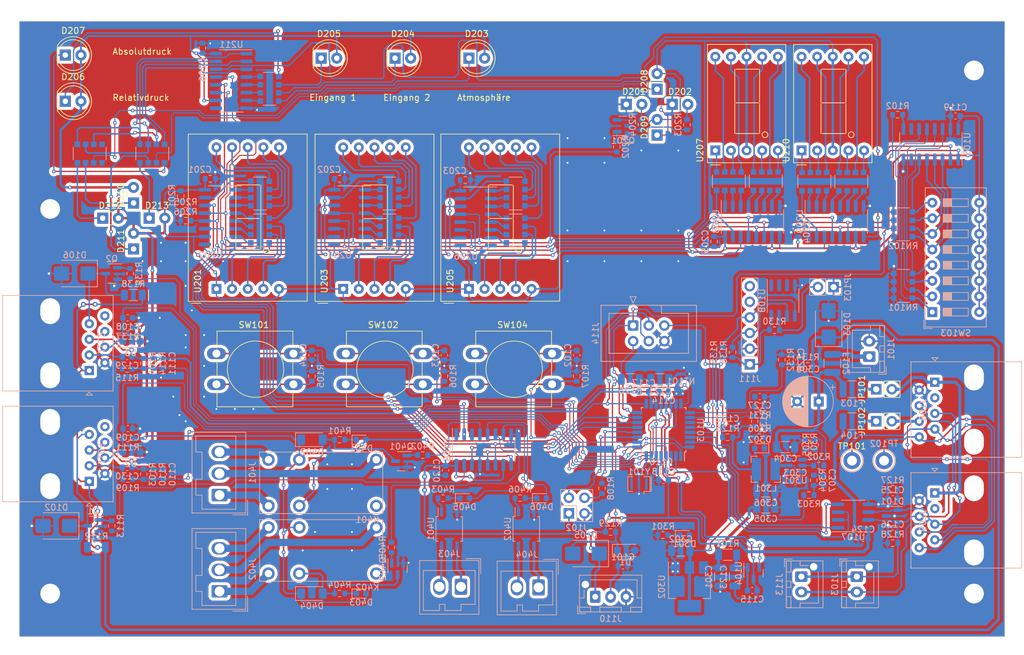
<source format=kicad_pcb>
(kicad_pcb (version 20221018) (generator pcbnew)
  (title_block (title "Vakuumanzeige v2") (date "2023-03-03") (rev "0.2") (company "Institut für theoretischen Igorismus") (comment 1 "Philipp Hörauf") (comment 2 "Sven Schneider") (comment 3 "David Palm"))
  (layers (0 "F.Cu" signal) (31 "B.Cu" signal) (34 "B.Paste" user) (35 "F.Paste" user) (36 "B.SilkS" user "B.Silkscreen") (37 "F.SilkS" user "F.Silkscreen") (38 "B.Mask" user) (39 "F.Mask" user) (44 "Edge.Cuts" user))
  (net 0 "")
  (net 1 "Net-(RN201-R4.2)")
  (net 2 "Net-(RN201-R3.2)")
  (net 3 "Net-(RN201-R2.2)")
  (net 4 "Net-(RN201-R1.2)")
  (net 5 "Net-(RN202-R4.2)")
  (net 6 "Net-(RN202-R3.2)")
  (net 7 "Net-(RN202-R2.2)")
  (net 8 "Net-(RN202-R1.2)")
  (net 9 "GND")
  (net 10 "+24V")
  (net 11 "+5V")
  (net 12 "/DS18B20_Anschluss")
  (net 13 "/ADC1_ID_2")
  (net 14 "/ADC0_ID_1")
  (net 15 "/ADC6_Messröhre 1 Signal")
  (net 16 "GNDA")
  (net 17 "/ADC7_Messröhre 2 Signal")
  (net 18 "Net-(U103-AREF)")
  (net 19 "Net-(U104-IN)")
  (net 20 "VAA")
  (net 21 "/Reset")
  (net 22 "/RS485_A")
  (net 23 "/RS485_B")
  (net 24 "/ADC2_5V_Versorgung")
  (net 25 "/ADC3_24V_Versorgung")
  (net 26 "Net-(C129-Pad1)")
  (net 27 "Net-(C130-Pad1)")
  (net 28 "+3V3")
  (net 29 "Net-(U301-BOOT)")
  (net 30 "Net-(U301-SW)")
  (net 31 "Net-(C307-Pad1)")
  (net 32 "Net-(U301-FB)")
  (net 33 "/R1_Switch_Pulldown")
  (net 34 "/R2_Switch_Pulldown")
  (net 35 "Net-(D201-A)")
  (net 36 "Net-(D202-A)")
  (net 37 "/7-Segment/In3aktiv")
  (net 38 "/7-Segment/In2aktiv")
  (net 39 "/7-Segment/In1aktiv")
  (net 40 "/7-Segment/AnzeigeRelativdruck")
  (net 41 "/7-Segment/AnzeigeAbsolutdruck")
  (net 42 "/7-Segment/ExponentVorzeichenVert2")
  (net 43 "/7-Segment/ExponentVorzeichenVert1")
  (net 44 "/7-Segment/GrundzahlVorzeichenVert1")
  (net 45 "/7-Segment/GrundzahlVorzeichenVert2")
  (net 46 "/7-Segment/GrundzahlVorzeichenHor1")
  (net 47 "/7-Segment/GrundzahlVorzeichenHor2")
  (net 48 "Net-(D301-K)")
  (net 49 "Net-(D302-K)")
  (net 50 "Net-(D401-K)")
  (net 51 "Net-(D402-A)")
  (net 52 "Net-(D403-K)")
  (net 53 "Net-(D404-A)")
  (net 54 "Net-(D405-K)")
  (net 55 "/Schaltausgänge/R1_Schwelle")
  (net 56 "Net-(D406-K)")
  (net 57 "/Schaltausgänge/R2_Schwelle")
  (net 58 "Net-(J101-Pin_1)")
  (net 59 "Net-(JP101-A)")
  (net 60 "Net-(JP102-A)")
  (net 61 "/I2C_SCL")
  (net 62 "/I2C_SDA")
  (net 65 "/MISO_Schieber_Daten_In")
  (net 66 "/SCK_Schieber_Takt")
  (net 67 "/MOSI_Schieber_Daten_Out")
  (net 68 "Net-(JP101-B)")
  (net 69 "Net-(JP102-B)")
  (net 70 "Net-(JP103-B)")
  (net 71 "Net-(J401-Pin_3)")
  (net 72 "Net-(J401-Pin_2)")
  (net 73 "Net-(J401-Pin_1)")
  (net 74 "Net-(J402-Pin_3)")
  (net 75 "Net-(J402-Pin_2)")
  (net 76 "Net-(J402-Pin_1)")
  (net 77 "Net-(Q1-B)")
  (net 78 "Net-(Q2-B)")
  (net 79 "Net-(Q201-B)")
  (net 80 "Net-(Q201-C)")
  (net 81 "Net-(Q401-B)")
  (net 82 "Net-(Q402-B)")
  (net 83 "Net-(U105-Q7)")
  (net 84 "/R1_MagEn")
  (net 85 "/R2_MagEn")
  (net 86 "/OC1A_Dimmer")
  (net 87 "/SS_Schieber_Latch")
  (net 88 "Net-(U301-EN)")
  (net 89 "Net-(R305-Pad2)")
  (net 90 "/Schaltausgänge/R1_Alarm")
  (net 91 "Net-(R403-Pad2)")
  (net 92 "/Schaltausgänge/R2_Alarm")
  (net 93 "Net-(R406-Pad2)")
  (net 94 "Net-(RN101-R4.2)")
  (net 95 "Net-(RN101-R3.2)")
  (net 96 "Net-(RN101-R2.2)")
  (net 97 "Net-(RN101-R1.2)")
  (net 98 "Net-(RN102-R4.2)")
  (net 99 "Net-(RN102-R3.2)")
  (net 100 "Net-(RN102-R2.2)")
  (net 101 "Net-(RN102-R1.2)")
  (net 102 "Net-(RN201-R1.1)")
  (net 103 "Net-(RN201-R2.1)")
  (net 104 "Net-(RN201-R3.1)")
  (net 105 "Net-(RN201-R4.1)")
  (net 106 "Net-(RN202-R1.1)")
  (net 107 "Net-(RN202-R2.1)")
  (net 108 "Net-(RN202-R3.1)")
  (net 109 "Net-(RN202-R4.1)")
  (net 110 "Net-(RN203-R1.1)")
  (net 111 "Net-(RN203-R2.1)")
  (net 112 "Net-(RN203-R3.1)")
  (net 113 "Net-(RN203-R4.1)")
  (net 114 "Net-(RN204-R1.1)")
  (net 115 "Net-(RN204-R2.1)")
  (net 116 "Net-(RN204-R3.1)")
  (net 117 "Net-(RN204-R4.1)")
  (net 118 "Net-(RN205-R1.1)")
  (net 119 "Net-(RN205-R2.1)")
  (net 120 "Net-(RN205-R3.1)")
  (net 121 "Net-(RN205-R4.1)")
  (net 122 "Net-(RN206-R1.1)")
  (net 123 "Net-(RN206-R2.1)")
  (net 124 "Net-(RN206-R3.1)")
  (net 125 "Net-(RN206-R4.1)")
  (net 126 "Net-(RN207-R1.1)")
  (net 127 "Net-(RN207-R2.1)")
  (net 128 "Net-(RN207-R3.1)")
  (net 129 "Net-(RN207-R4.1)")
  (net 130 "Net-(RN207-R4.2)")
  (net 131 "Net-(RN207-R3.2)")
  (net 132 "Net-(RN207-R2.2)")
  (net 133 "Net-(RN207-R1.2)")
  (net 134 "Net-(RN208-R1.1)")
  (net 135 "Net-(RN208-R2.1)")
  (net 136 "Net-(RN208-R3.1)")
  (net 137 "Net-(RN208-R4.1)")
  (net 138 "Net-(RN208-R4.2)")
  (net 139 "Net-(RN208-R3.2)")
  (net 140 "Net-(RN208-R2.2)")
  (net 141 "Net-(RN208-R1.2)")
  (net 142 "Net-(RN209-R1.1)")
  (net 143 "Net-(RN209-R2.1)")
  (net 144 "Net-(RN209-R3.1)")
  (net 145 "Net-(RN209-R4.1)")
  (net 146 "Net-(RN210-R1.1)")
  (net 147 "Net-(RN210-R2.1)")
  (net 148 "Net-(RN210-R3.1)")
  (net 149 "Net-(RN210-R4.1)")
  (net 150 "Net-(RN211-R1.1)")
  (net 151 "Net-(RN211-R2.1)")
  (net 152 "Net-(RN211-R3.1)")
  (net 153 "Net-(RN211-R4.1)")
  (net 154 "Net-(RN212-R1.1)")
  (net 155 "Net-(RN212-R2.1)")
  (net 156 "Net-(RN212-R3.1)")
  (net 157 "Net-(RN212-R4.1)")
  (net 160 "Net-(J108-Pad7)")
  (net 161 "Net-(J108-Pad8)")
  (net 162 "/Ext_INT1_Taster_2")
  (net 163 "/RS485_DE")
  (net 164 "Net-(U103-PB6{slash}XTAL1)")
  (net 165 "Net-(U103-PB7{slash}XTAL2)")
  (net 166 "/Taster_3")
  (net 167 "/Schaltausgang_Pieper")
  (net 168 "/Indikator_LED")
  (net 169 "/UART_RX_In")
  (net 170 "/UART_TX_Out")
  (net 171 "/Ext_INT0_Taster_1")
  (net 174 "/R1_Bereich")
  (net 175 "/R2_Bereich")
  (net 179 "Net-(U202-QH')")
  (net 180 "Net-(U204-QH')")
  (net 181 "Net-(U206-QH')")
  (net 182 "Net-(U208-QH')")
  (net 183 "Net-(U209-QH')")
  (net 184 "Net-(J403-Pin_2)")
  (net 185 "Net-(J403-Pin_1)")
  (net 186 "Net-(J404-Pin_2)")
  (net 187 "Net-(J404-Pin_1)")
  (net 188 "Net-(R105-Pad1)")
  (net 189 "Net-(R106-Pad1)")
  (net 190 "Net-(R107-Pad1)")
  (net 197 "Net-(RN203-R4.2)")
  (net 198 "Net-(RN203-R3.2)")
  (net 199 "Net-(RN203-R2.2)")
  (net 200 "Net-(RN203-R1.2)")
  (net 201 "Net-(RN204-R4.2)")
  (net 202 "Net-(RN204-R3.2)")
  (net 203 "Net-(RN204-R2.2)")
  (net 204 "Net-(RN204-R1.2)")
  (net 205 "Net-(RN205-R4.2)")
  (net 206 "Net-(RN205-R3.2)")
  (net 207 "Net-(RN205-R2.2)")
  (net 208 "Net-(RN205-R1.2)")
  (net 209 "Net-(RN206-R4.2)")
  (net 210 "Net-(RN206-R3.2)")
  (net 211 "Net-(RN206-R2.2)")
  (net 212 "Net-(RN206-R1.2)")
  (net 213 "/7-Segment/Data")
  (net 214 "/7-Segment/DataOut")
  (net 215 "Net-(RN209-R4.2)")
  (net 216 "Net-(RN209-R3.2)")
  (net 217 "Net-(RN209-R2.2)")
  (net 218 "Net-(RN209-R1.2)")
  (net 219 "Net-(RN210-R4.2)")
  (net 220 "Net-(RN210-R3.2)")
  (net 221 "Net-(RN210-R2.2)")
  (net 222 "Net-(RN210-R1.2)")
  (net 223 "Net-(J102-Pin_4)")
  (footprint "LED_THT:LED_Rectangular_W3.0mm_H2.0mm" (layer "F.Cu") (at 143.54 63.0425 90)
    (fp_text reference "D208")
    (fp_text value "rot")
  )
  (footprint "LED_THT:LED_D5.0mm" (layer "F.Cu") (at 113 58)
    (fp_text reference "D203")
    (fp_text value "grün")
  )
  (footprint "Display_7Segment:D1X8K" (layer "F.Cu") (at 153 73 90)
    (fp_text reference "U207")
    (fp_text value "5161BK")
  )
  (footprint "LED_THT:LED_D5.0mm" (layer "F.Cu") (at 47.46 57.5)
    (fp_text reference "D207")
    (fp_text value "grün")
  )
  (footprint "LED_THT:LED_D5.0mm" (layer "F.Cu") (at 47.46 65)
    (fp_text reference "D206")
    (fp_text value "grün")
  )
  (footprint "LED_THT:LED_Rectangular_W3.0mm_H2.0mm" (layer "F.Cu") (at 143.54 70.5025 90)
    (fp_text reference "D209")
    (fp_text value "rot")
  )
  (footprint "Display_7Segment:D1X8K" (layer "F.Cu") (at 167 73 90)
    (fp_text reference "U210")
    (fp_text value "5161BK")
  )
  (footprint "MountingHole:MountingHole_3.2mm_M3_DIN965" (layer "F.Cu") (at 195 145)
    (fp_text reference "H103" hide)
    (fp_text value "MountingHole")
  )
  (footprint "LED_THT:LED_Rectangular_W3.0mm_H2.0mm" (layer "F.Cu") (at 138.54 65.5025)
    (fp_text reference "D201")
    (fp_text value "rot")
  )
  (footprint "Connector_PinHeader_2.54mm:PinHeader_1x02_P2.54mm_Vertical" (layer "F.Cu") (at 179.125 117 90)
    (fp_text reference "JP102")
    (fp_text value "5V_ext")
  )
  (footprint "MountingHole:MountingHole_3.2mm_M3_DIN965" (layer "F.Cu") (at 45 145)
    (fp_text reference "H102" hide)
    (fp_text value "MountingHole")
  )
  (footprint "Button_Switch_THT:SW_PUSH-12mm" (layer "F.Cu") (at 114 106)
    (fp_text reference "SW104")
    (fp_text value "SW_Omron_B3FS")
  )
  (footprint "board:8106BS" (layer "F.Cu") (at 72 95.4875 90)
    (fp_text reference "U201")
    (fp_text value "8106BS")
  )
  (footprint "LED_THT:LED_Rectangular_W3.0mm_H2.0mm" (layer "F.Cu") (at 53.54 84)
    (fp_text reference "D212")
    (fp_text value "rot")
  )
  (footprint "LED_THT:LED_Rectangular_W3.0mm_H2.0mm" (layer "F.Cu") (at 58.54 89 90)
    (fp_text reference "D211")
    (fp_text value "rot")
  )
  (footprint "MountingHole:MountingHole_3.2mm_M3_DIN965" (layer "F.Cu") (at 45 82.5)
    (fp_text reference "H101" hide)
    (fp_text value "MountingHole")
  )
  (footprint "Button_Switch_THT:SW_PUSH-12mm" (layer "F.Cu") (at 93 106)
    (fp_text reference "SW102")
    (fp_text value "SW_Omron_B3FS")
  )
  (footprint "LED_THT:LED_D5.0mm" (layer "F.Cu") (at 101 58)
    (fp_text reference "D204")
    (fp_text value "grün")
  )
  (footprint "board:8106BS" (layer "F.Cu") (at 113 95.4875 90)
    (fp_text reference "U205")
    (fp_text value "8106BS")
  )
  (footprint "MountingHole:MountingHole_3.2mm_M3_DIN965" (layer "F.Cu") (at 195 60)
    (fp_text reference "H104" hide)
    (fp_text value "MountingHole")
  )
  (footprint "LED_THT:LED_Rectangular_W3.0mm_H2.0mm" (layer "F.Cu") (at 146 65.5025)
    (fp_text reference "D202")
    (fp_text value "rot")
  )
  (footprint "board:8106BS" (layer "F.Cu") (at 92.58 95.5 90)
    (fp_text reference "U203")
    (fp_text value "8106BS")
  )
  (footprint "Connector_PinHeader_2.54mm:PinHeader_1x02_P2.54mm_Vertical" (layer "F.Cu") (at 179.125 111.8 90)
    (fp_text reference "JP101")
    (fp_text value "24V_ext")
  )
  (footprint "LED_THT:LED_Rectangular_W3.0mm_H2.0mm" (layer "F.Cu") (at 58.54 81.54 90)
    (fp_text reference "D210")
    (fp_text value "rot")
  )
  (footprint "LED_THT:LED_D5.0mm" (layer "F.Cu") (at 89 58)
    (fp_text reference "D205")
    (fp_text value "grün")
  )
  (footprint "LED_THT:LED_Rectangular_W3.0mm_H2.0mm" (layer "F.Cu") (at 61.08 84)
    (fp_text reference "D213")
    (fp_text value "rot")
  )
  (footprint "Button_Switch_THT:SW_PUSH-12mm" (layer "F.Cu") (at 72 106)
    (fp_text reference "SW101")
    (fp_text value "SW_Omron_B3FS")
  )
  (footprint "Capacitor_SMD:C_0603_1608Metric" (layer "B.Cu") (at 144.2 125 180)
    (fp_text reference "C116")
    (fp_text value "1u")
  )
  (footprint "Resistor_SMD:R_0603_1608Metric" (layer "B.Cu") (at 152.8 87.8 -90)
    (fp_text reference "C205")
    (fp_text value "100n")
  )
  (footprint "Resistor_SMD:R_0603_1608Metric" (layer "B.Cu") (at 60.2 125.6 90)
    (fp_text reference "R103")
    (fp_text value "24k 1%")
  )
  (footprint "Capacitor_SMD:C_1206_3216Metric" (layer "B.Cu") (at 161.2 131)
    (fp_text reference "C305")
    (fp_text value "22u")
  )
  (footprint "Capacitor_SMD:C_0603_1608Metric" (layer "B.Cu") (at 57.6 118.2)
    (fp_text reference "C109")
    (fp_text value "1u")
  )
  (footprint "Package_SO:SOP-4_3.8x4.1mm_P2.54mm" (layer "B.Cu") (at 122.3 134.5 -90)
    (fp_text reference "U402")
    (fp_text value "CPC1002N")
  )
  (footprint "Resistor_SMD:R_0603_1608Metric" (layer "B.Cu") (at 92 77.6)
    (fp_text reference "C202")
    (fp_text value "100n")
  )
  (footprint "Connector_PinHeader_2.54mm:PinHeader_1x02_P2.54mm_Vertical" (layer "B.Cu") (at 172.2 95.2 90)
    (fp_text reference "JP103")
    (fp_text value "WP_OFF")
  )
  (footprint "Resistor_SMD:R_0603_1608Metric" (layer "B.Cu") (at 67 84.4 180)
    (fp_text reference "R206")
    (fp_text value "10k")
  )
  (footprint "Capacitor_SMD:C_0603_1608Metric" (layer "B.Cu") (at 138 140.5 180)
    (fp_text reference "C101")
    (fp_text value "paar nF")
  )
  (footprint "Connector_JST:JST_XH_B2B-XH-A_1x02_P2.50mm_Vertical" (layer "B.Cu") (at 178 106.5 90)
    (fp_text reference "J101")
    (fp_text value "24V in")
  )
  (footprint "Capacitor_SMD:C_1206_3216Metric" (layer "B.Cu") (at 161.2 128.4)
    (fp_text reference "C306")
    (fp_text value "22u")
  )
  (footprint "Resistor_SMD:R_Array_Convex_4x1206" (layer "B.Cu") (at 79.08 86)
    (fp_text reference "RN202" hide)
    (fp_text value "220R")
  )
  (footprint "Resistor_SMD:R_0603_1608Metric" (layer "B.Cu") (at 167.6 120.8 90)
    (fp_text reference "R307")
    (fp_text value "3,3k")
  )
  (footprint "Connector_Wago:Wago_734-133_1x03_P3.50mm_Vertical" (layer "B.Cu") (at 72.5 144.65 90)
    (fp_text reference "J402")
    (fp_text value "Conn_01x03")
  )
  (footprint "Connector_PinHeader_2.54mm:PinHeader_2x02_P2.54mm_Vertical" (layer "B.Cu") (at 129.225 131.975)
    (fp_text reference "J102")
    (fp_text value "Conn_01x04")
  )
  (footprint "board:RJ45_Amphenol_54602_mod" (layer "B.Cu") (at 52.78 122.27 90)
    (fp_text reference "J104")
    (fp_text value "RJ45")
  )
  (footprint "Resistor_SMD:R_0603_1608Metric" (layer "B.Cu") (at 154.2 105.8 -90)
    (fp_text reference "R135")
    (fp_text value "3,3k")
  )
  (footprint "Capacitor_SMD:C_0603_1608Metric" (layer "B.Cu") (at 165.5 107 90)
    (fp_text reference "C128")
    (fp_text value "100n")
  )
  (footprint "Inductor_SMD:L_Bourns-SRN4018" (layer "B.Cu") (at 161.2 124.8 180)
    (fp_text reference "L301")
    (fp_text value "15uH")
  )
  (footprint "Resistor_SMD:R_1206_3216Metric" (layer "B.Cu") (at 139.2 110.2)
    (fp_text reference "R126")
    (fp_text value "15R")
  )
  (footprint "Package_QFP:TQFP-32_7x7mm_P0.8mm" (layer "B.Cu") (at 144.6 118.4 90)
    (fp_text reference "U103")
    (fp_text value "ATmega8A-A")
  )
  (footprint "Package_TO_SOT_SMD:SOT-23" (layer "B.Cu") (at 138 69)
    (fp_text reference "Q201")
    (fp_text value "BC807")
  )
  (footprint "Resistor_SMD:R_0603_1608Metric" (layer "B.Cu") (at 71 77.6)
    (fp_text reference "C201")
    (fp_text value "100n")
  )
  (footprint "Resistor_SMD:R_0603_1608Metric" (layer "B.Cu") (at 61.8 125.6 90)
    (fp_text reference "R110")
    (fp_text value "33k 1%")
  )
  (footprint "Resistor_SMD:R_0603_1608Metric" (layer "B.Cu") (at 163.8 107 90)
    (fp_text reference "R132")
    (fp_text value "4,7k")
  )
  (footprint "Resistor_SMD:R_0603_1608Metric" (layer "B.Cu") (at 57.6 101.8)
    (fp_text reference "R137")
    (fp_text value "18k")
  )
  (footprint "TestPoint:TestPoint_Keystone_5005-5009_Compact" (layer "B.Cu") (at 175.2 123.4 180)
    (fp_text reference "TP101")
    (fp_text value "Pin_7")
  )
  (footprint "Capacitor_SMD:C_0603_1608Metric" (layer "B.Cu") (at 181.8 129.6 180)
    (fp_text reference "C125")
    (fp_text value "100p")
  )
  (footprint "Resistor_SMD:R_1206_3216Metric" (layer "B.Cu") (at 52.5 137.5 180)
    (fp_text reference "R112")
    (fp_text value "NC")
  )
  (footprint "LED_SMD:LED_0603_1608Metric" (layer "B.Cu") (at 148 135.5)
    (fp_text reference "D301")
    (fp_text value "wasserblau")
  )
  (footprint "Resistor_SMD:R_0603_1608Metric" (layer "B.Cu") (at 168.2 129)
    (fp_text reference "R303")
    (fp_text value "49,9")
  )
  (footprint "Resistor_SMD:R_0603_1608Metric" (layer "B.Cu") (at 137 72.4 90)
    (fp_text reference "R202")
    (fp_text value "10k")
  )
  (footprint "Resistor_SMD:R_Array_Convex_4x1206" (layer "B.Cu") (at 183.5 95)
    (fp_text reference "RN101")
    (fp_text value "56k")
  )
  (footprint "board:V23040" (layer "B.Cu") (at 88.5 138 180)
    (fp_text reference "K402")
    (fp_text value "V23040")
  )
  (footprint "Button_Switch_THT:SW_DIP_SPSTx08_Slide_9.78x22.5mm_W7.62mm_P2.54mm" (layer "B.Cu") (at 188.2325 99.26)
    (fp_text reference "SW103")
    (fp_text value "SW_DIP_x08")
  )
  (footprint "Capacitor_SMD:C_0603_1608Metric" (layer "B.Cu") (at 144.6 126.6 180)
    (fp_text reference "C118")
    (fp_text value "1u")
  )
  (footprint "Capacitor_SMD:C_0603_1608Metric" (layer "B.Cu") (at 166 126.8 180)
    (fp_text reference "C303")
    (fp_text value "100n")
  )
  (footprint "Resistor_SMD:R_0603_1608Metric" (layer "B.Cu") (at 55 134 90)
    (fp_text reference "R113")
    (fp_text value "1k")
  )
  (footprint "Capacitor_SMD:C_1206_3216Metric" (layer "B.Cu") (at 164.4 121.2)
    (fp_text reference "C304")
    (fp_text value "10u 25V")
  )
  (footprint "Resistor_SMD:R_0603_1608Metric" (layer "B.Cu") (at 148.4 68.8 -90)
    (fp_text reference "R203")
    (fp_text value "220R")
  )
  (footprint "Resistor_SMD:R_0603_1608Metric" (layer "B.Cu") (at 169 126.6 90)
    (fp_text reference "R304")
    (fp_text value "100k")
  )
  (footprint "Resistor_SMD:R_0603_1608Metric" (layer "B.Cu") (at 92 145 180)
    (fp_text reference "R404")
    (fp_text value "2,2k")
  )
  (footprint "Diode_SMD:D_SMB" (layer "B.Cu") (at 49 93 180)
    (fp_text reference "D106")
    (fp_text value "SM6T30A")
  )
  (footprint "Resistor_SMD:R_0603_1608Metric" (layer "B.Cu") (at 58 93 90)
    (fp_text reference "R139")
    (fp_text value "1k")
  )
  (footprint "board:RJ45_Amphenol_54602_mod" (layer "B.Cu") (at 187.22 115.16 -90)
    (fp_text reference "J108")
    (fp_text value "RJ45")
  )
  (footprint "Diode_SMD:D_SOD-123F" (layer "B.Cu") (at 58.2 122)
    (fp_text reference "D2")
    (fp_text value "SMF5.0A")
  )
  (footprint "Package_SO:SOIC-16_3.9x9.9mm_P1.27mm" (layer "B.Cu") (at 159.025 84.5275 -90)
    (fp_text reference "U208")
    (fp_text value "74HC595")
  )
  (footprint "Resistor_SMD:R_0603_1608Metric" (layer "B.Cu") (at 130.5 109.675 90)
    (fp_text reference "R107")
    (fp_text value "15R")
  )
  (footprint "Package_TO_SOT_SMD:SOT-23" (layer "B.Cu") (at 52 134 180)
    (fp_text reference "Q1")
    (fp_text value "BC817")
  )
  (footprint "Capacitor_SMD:C_0603_1608Metric" (layer "B.Cu") (at 170.6 126.6 90)
    (fp_text reference "C307")
    (fp_text value "75p")
  )
  (footprint "Capacitor_SMD:C_1206_3216Metric" (layer "B.Cu") (at 153.8 142.3 -90)
    (fp_text reference "C301")
    (fp_text value "10u 16V")
  )
  (footprint "Capacitor_SMD:C_1206_3216Metric" (layer "B.Cu") (at 147.4 138 180)
    (fp_text reference "C302")
    (fp_text value "10u 16V")
  )
  (footprint "Connector_Wago:Wago_734-133_1x03_P3.50mm_Vertical" (layer "B.Cu") (at 72.5 129 90)
    (fp_text reference "J401")
    (fp_text value "Conn_01x03")
  )
  (footprint "Capacitor_SMD:C_0603_1608Metric" (layer "B.Cu") (at 160.2 113)
    (fp_text reference "C127")
    (fp_text value "100n")
  )
  (footprint "LED_SMD:LED_0603_1608Metric" (layer "B.Cu") (at 112.3 129.5)
    (fp_text reference "D405")
    (fp_text value "wasserblau")
  )
  (footprint "Resistor_SMD:R_0603_1608Metric" (layer "B.Cu") (at 166.4 86.2 90)
    (fp_text reference "C204")
    (fp_text value "100n")
  )
  (footprint "Resistor_SMD:R_0603_1608Metric" (layer "B.Cu") (at 112.4 77.8)
    (fp_text reference "C203")
    (fp_text value "100n")
  )
  (footprint "Capacitor_SMD:C_0603_1608Metric" (layer "B.Cu") (at 159 144.5)
    (fp_text reference "C115")
    (fp_text value "100n")
  )
  (footprint "Capacitor_SMD:C_0603_1608Metric" (layer "B.Cu") (at 181.8 135.2 180)
    (fp_text reference "C126")
    (fp_text value "100p")
  )
  (footprint "Package_SO:SOIC-16_3.9x9.9mm_P1.27mm" (layer "B.Cu") (at 74.4 61.7 180)
    (fp_text reference "U211")
    (fp_text value "74HC595")
  )
  (footprint "Resistor_SMD:R_0603_1608Metric" (layer "B.Cu") (at 162.6 102.2 180)
    (fp_text reference "R130")
    (fp_text value "10k")
  )
  (footprint "Resistor_SMD:R_Array_Convex_4x1206" (layer "B.Cu") (at 61.58 73.5 -90)
    (fp_text reference "RN211" hide)
    (fp_text value "220R")
  )
  (footprint "Capacitor_SMD:C_0603_1608Metric" (layer "B.Cu") (at 109 106.275 -90)
    (fp_text reference "C103")
    (fp_text value "100n")
  )
  (footprint "Resistor_SMD:R_0603_1608Metric" (layer "B.Cu") (at 61.8 107.6 90)
    (fp_text reference "R114")
    (fp_text value "33k 1%")
  )
  (footprint "Resistor_SMD:R_1206_3216Metric" (layer "B.Cu") (at 155 138.7 180)
    (fp_text reference "R101")
    (fp_text value "15R")
  )
  (footprint "Resistor_SMD:R_0603_1608Metric" (layer "B.Cu") (at 69.725 56.375 90)
    (fp_text reference "C206")
    (fp_text value "100n")
  )
  (footprint "Package_TO_SOT_SMD:SOT-23" (layer "B.Cu") (at 159.2 141.7 -90)
    (fp_text reference "U104")
    (fp_text value "REF3040")
  )
  (footprint "Capacitor_SMD:C_0603_1608Metric" (layer "B.Cu") (at 130.5 106.275 -90)
    (fp_text reference "C102")
    (fp_text value "100n")
  )
  (footprint "Package_SO:SOIC-8_3.9x4.9mm_P1.27mm" (layer "B.Cu") (at 175.4 132.4)
    (fp_text reference "U107")
    (fp_text value "SN75176AD")
  )
  (footprint "Capacitor_SMD:C_1206_3216Metric" (layer "B.Cu") (at 156.2 142.3 -90)
    (fp_text reference "C123")
    (fp_text value "22u")
  )
  (footprint "Capacitor_SMD:C_0603_1608Metric" (layer "B.Cu") (at 57.6 100.2)
    (fp_text reference "C108")
    (fp_text value "1u")
  )
  (footprint "Resistor_SMD:R_Array_Convex_4x1206" (layer "B.Cu") (at 100.08 80)
    (fp_text reference "RN203" hide)
    (fp_text value "220R")
  )
  (footprint "Resistor_SMD:R_0603_1608Metric" (layer "B.Cu") (at 136 135 180)
    (fp_text reference "R129")
    (fp_text value "4,7k")
  )
  (footprint "Package_TO_SOT_SMD:SOT-23" (layer "B.Cu") (at 101.4 141 -90)
    (fp_text reference "Q402")
    (fp_text value "BC817")
  )
  (footprint "Resistor_SMD:R_1210_3225Metric" (layer "B.Cu") (at 175.2 117)
    (fp_text reference "F104")
    (fp_text value "Fuse")
  )
  (footprint "Resistor_SMD:R_Array_Convex_4x1206" (layer "B.Cu") (at 79.08 80)
    (fp_text reference "RN201" hide)
    (fp_text value "220R")
  )
  (footprint "Resistor_SMD:R_1210_3225Metric" (layer "B.Cu") (at 175.2 111.8)
    (fp_text reference "F103")
    (fp_text value "Fuse")
  )
  (footprint "Capacitor_SMD:C_0603_1608Metric" (layer "B.Cu") (at 141.4 112.2 180)
    (fp_text reference "C117")
    (fp_text value "1u")
  )
  (footprint "Package_TO_SOT_SMD:SOT-223-3_TabPin2" (layer "B.Cu") (at 148.8 143.9 -90)
    (fp_text reference "U302")
    (fp_text value "AP1117-33")
  )
  (footprint "Resistor_SMD:R_Array_Convex_4x1206" (layer "B.Cu") (at 169.08 78.0525 90)
    (fp_text reference "RN209" hide)
    (fp_text value "220R")
  )
  (footprint "Resistor_SMD:R_0603_1608Metric" (layer "B.Cu") (at 60.2 107.6 90)
    (fp_text reference "R104")
    (fp_text value "24k 1%")
  )
  (footprint "Capacitor_SMD:C_0603_1608Metric" (layer "B.Cu") (at 87.5 106.275 -90)
    (fp_text reference "C104")
    (fp_text value "100n")
  )
  (footprint "Diode_SMD:D_SMB" (layer "B.Cu") (at 46 134 180)
    (fp_text reference "D102")
    (fp_text value "SM6T30A")
  )
  (footprint "Resistor_SMD:R_0603_1608Metric" (layer "B.Cu") (at 168 108 180)
    (fp_text reference "R134")
    (fp_text value "33k")
  )
  (footprint "Package_SO:SOIC-16_3.9x9.9mm_P1.27mm" (layer "B.Cu") (at 72.605 83.825 180)
    (fp_text reference "U202")
    (fp_text value "74HC595")
  )
  (footprint "Resistor_SMD:R_0603_1608Metric" (layer "B.Cu") (at 181.8 128 180)
    (fp_text reference "R127")
    (fp_text value "100k")
  )
  (footprint "Package_SO:SOP-4_3.8x4.1mm_P2.54mm" (layer "B.Cu") (at 109.8 134.5 -90)
    (fp_text reference "U401")
    (fp_text value "CPC1002N")
  )
  (footprint "Resistor_SMD:R_Array_Convex_4x1206" (layer "B.Cu") (at 51.42 73.5 -90)
    (fp_text reference "RN213" hide)
    (fp_text value "220R")
  )
  (footprint "Resistor_SMD:R_0603_1608Metric" (layer "B.Cu") (at 87.5 109.675 90)
    (fp_text reference "R105")
    (fp_text value "15R")
  )
  (footprint "board:V23040" (layer "B.Cu") (at 88.5 127 180)
    (fp_text reference "K401")
    (fp_text value "V23040")
  )
  (footprint "Resistor_SMD:R_Array_Convex_4x1206" (layer "B.Cu") (at 120.58 86)
    (fp_text reference "RN206" hide)
    (fp_text value "220R")
  )
  (footprint "Resistor_SMD:R_0603_1608Metric" (layer "B.Cu") (at 109 109.675 90)
    (fp_text reference "R106")
    (fp_text value "15R")
  )
  (footprint "Resistor_SMD:R_0603_1608Metric" (layer "B.Cu") (at 57.5 108.5)
    (fp_text reference "R115")
    (fp_text value "20k 1%")
  )
  (footprint "Resistor_SMD:R_1210_3225Metric" (layer "B.Cu") (at 172 107.6 90)
    (fp_text reference "F102")
    (fp_text value "Fuse")
  )
  (footprint "Diode_SMD:D_SOD-123F" (layer "B.Cu") (at 138.5 138)
    (fp_text reference "D1")
    (fp_text value "SMF5.0A")
  )
  (footprint "Diode_SMD:D_MiniMELF" (layer "B.Cu") (at 87.5 145)
    (fp_text reference "D404")
    (fp_text value "1N4148")
  )
  (footprint "Resistor_SMD:R_0603_1608Metric" (layer "B.Cu") (at 67 82.8 180)
    (fp_text reference "R205")
    (fp_text value "10k")
  )
  (footprint "Capacitor_SMD:C_0603_1608Metric" (layer "B.Cu") (at 192 67.4 180)
    (fp_text reference "C119")
    (fp_text value "100n")
  )
  (footprint "Package_SO:SOIC-16_3.9x9.9mm_P1.27mm" (layer "B.Cu") (at 93.605 83.825 180)
    (fp_text reference "U204")
    (fp_text value "74HC595")
  )
  (footprint "Package_SO:SOIC-16_3.9x9.9mm_P1.27mm" (layer "B.Cu") (at 188 72 90)
    (fp_text reference "U105")
    (fp_text value "74HC165")
  )
  (footprint "Package_SO:SOIC-16_3.9x9.9mm_P1.27mm" (layer "B.Cu") (at 172.635 84.5275 -90)
    (fp_text reference "U209")
    (fp_text value "74HC595")
  )
  (footprint "Resistor_SMD:R_Array_Convex_4x1206" (layer "B.Cu") (at 100.08 86)
    (fp_text reference "RN204" hide)
    (fp_text value "220R")
  )
  (footprint "Package_SO:SOIC-8_3.9x4.9mm_P1.27mm" (layer "B.Cu") (at 164 97.4 -90)
    (fp_text reference "U108")
    (fp_text value "CAT24M01W")
  )
  (footprint "board:RJ45_Amphenol_54602_mod" (layer "B.Cu") (at 187.22 133.16 -90)
    (fp_text reference "J109")
    (fp_text value "RJ45")
  )
  (footprint "Capacitor_THT:CP_Radial_D8.0mm_P3.50mm" (layer "B.Cu") (at 169.8 113.8 180)
    (fp_text reference "C308")
    (fp_text value "100u 50V")
  )
  (footprint "TestPoint:TestPoint_Keystone_5005-5009_Compact" (layer "B.Cu") (at 180.4 123.4 180)
    (fp_text reference "TP102")
    (fp_text value "Pin_8")
  )
  (footprint "Resistor_SMD:R_0603_1608Metric" (layer "B.Cu") (at 141 68.8 -90)
    (fp_text reference "R204")
    (fp_text value "220R")
  )
  (footprint "Resistor_SMD:R_0603_1608Metric" (layer "B.Cu") (at 108.8 129.5 180)
    (fp_text reference "R403")
    (fp_text value "220R")
  )
  (footprint "Resistor_SMD:R_0603_1608Metric" (layer "B.Cu") (at 144.5 135.5 180)
    (fp_text reference "R301")
    (fp_text value "4,7k")
  )
  (footprint "Package_SO:SOIC-16_3.9x9.9mm_P1.27mm" (layer "B.Cu") (at 114.08 84 180)
    (fp_text reference "U206")
    (fp_text value "74HC595")
  )
  (footprint "Resistor_SMD:R_0603_1608Metric" (layer "B.Cu") (at 66.2 80.4 -90)
    (fp_text reference "R201")
    (fp_text value "10k*")
  )
  (footprint "Resistor_SMD:R_0603_1608Metric" (layer "B.Cu") (at 155.8 105.8 -90)
    (fp_text reference "R136")
    (fp_text value "3,3k")
  )
  (footprint "Connector_Wago:Wago_734-132_1x02_P3.50mm_Vertical" (layer "B.Cu") (at 124.3 144 180)
    (fp_text reference "J404")
    (fp_text value "Conn_01x02")
  )
  (footprint "Resistor_SMD:R_0603_1608Metric" (layer "B.Cu") (at 169.8 124.2 180)
    (fp_text reference "R302")
    (fp_text value "510k")
  )
  (footprint "Capacitor_SMD:C_0603_1608Metric" (layer "B.Cu") (at 63.4 107.6 90)
    (fp_text reference "C111")
    (fp_text value "470n")
  )
  (footprint "Connector_JST:JST_XH_B3B-XH-AM_1x03_P2.50mm_Vertical" (layer "B.Cu") (at 133.5 145.525)
    (fp_text reference "J110")
    (fp_text value "DS18B20")
  )
  (footprint "Crystal:Resonator_SMD_Murata_CSTxExxV-3Pin_3.0x1.1mm" (layer "B.Cu") (at 140.6 127.2 180)
    (fp_text reference "Y101")
    (fp_text value "16MHz")
  )
  (footprint "Resistor_SMD:R_0603_1608Metric" (layer "B.Cu") (at 100.4 137.5 -90)
    (fp_text reference "R405")
    (fp_text value "10k")
  )
  (footprint "Resistor_SMD:R_Array_Convex_4x1206" (layer "B.Cu") (at 120.58 80)
    (fp_text reference "RN205" hide)
    (fp_text value "220R")
  )
  (footprint "Capacitor_SMD:C_0603_1608Metric" (layer "B.Cu") (at 57.5 124.5)
    (fp_text reference "C130")
    (fp_text value "100n")
  )
  (footprint "Resistor_SMD:R_1206_3216Metric" (layer "B.Cu") (at 58.5 96.5 180)
    (fp_text reference "R138")
    (fp_text value "NC")
  )
  (footprint "Resistor_SMD:R_0603_1608Metric" (layer "B.Cu") (at 160.2 119.6 180)
    (fp_text reference "R306")
    (fp_text value "10k")
  )
  (footprint "Resistor_SMD:R_0603_1608Metric" (layer "B.Cu") (at 155 119.6 180)
    (fp_text reference "R125")
    (fp_text value "10k")
  )
  (footprint "Capacitor_SMD:C_0603_1608Metric" (layer "B.Cu") (at 155 118 180)
    (fp_text reference "C122")
    (fp_text value "100n")
  )
  (footprint "Connector_Wago:Wago_734-132_1x02_P3.50mm_Vertical" (layer "B.Cu") (at 111.7 143.9 180)
    (fp_text reference "J403")
    (fp_text value "Conn_01x02")
  )
  (footprint "Package_TO_SOT_SMD:SOT-23" (layer "B.Cu") (at 181.7375 132.4 180)
    (fp_text reference "D101")
    (fp_text value "SP0502BAHT")
  )
  (footprint "Diode_SMD:D_SMB" (layer "B.Cu") (at 132 138.5 180)
    (fp_text reference "D105")
    (fp_text value "STPS340U")
  )
  (footprint "LED_SMD:LED_0603_1608Metric" (layer "B.Cu") (at 95.5 145)
    (fp_text reference "D403")
    (fp_text value "wasserblau")
  )
  (footprint "Resistor_SMD:R_0603_1608Metric" (layer "B.Cu") (at 57.6 119.8)
    (fp_text reference "R111")
    (fp_text value "18k")
  )
  (footprint "Connector_PinHeader_2.54mm:PinHeader_1x06_P2.54mm_Vertical" (layer "B.Cu") (at 158.6 107.75)
    (fp_text reference "J111")
    (fp_text value "BMP280")
  )
  (footprint "Resistor_SMD:R_0603_1608Metric" (layer "B.Cu") (at 134.6 127.9 90)
    (fp_text reference "R108")
    (fp_text value "1k")
  )
  (footprint "Capacitor_SMD:C_0603_1608Metric" (layer "B.Cu") (at 57.5 106.5)
    (fp_text reference "C129")
    (fp_text value "100n")
  )
  (footprint "LED_SMD:LED_0603_1608Metric" (layer "B.Cu") (at 160.2 121.4 180)
    (fp_text reference "D302")
    (fp_text value "wasserblau")
  )
  (footprint "Package_TO_SOT_SMD:SOT-23" (layer "B.Cu") (at 102 123.5 180)
    (fp_text reference "Q401")
    (fp_text value "BC817")
  )
  (footprint "NetTie:NetTie-2_SMD_Pad0.5mm" (layer "B.Cu") (at 147.4 109.3)
    (fp_text reference "NT101")
    (fp_text value "Massesternpunkt")
  )
  (footprint "Capacitor_SMD:C_0603_1608Metric" (layer "B.Cu") (at 109.2 125 -90)
    (fp_text reference "C120")
    (fp_text value "100n")
  )
  (footprint "Connector_JST:JST_XH_B2B-XH-AM_1x02_P2.50mm_Vertical" (layer "B.Cu") (at 166.975 142.25 -90)
    (fp_text reference "J113")
    (fp_text value "RS485-mini-1")
  )
  (footprint "Resistor_SMD:R_Array_Convex_4x1206" (layer "B.Cu") (at 175.08 78.0525 90)
    (fp_text reference "RN210" hide)
    (fp_text value "220R")
  )
  (footprint "LED_SMD:LED_0603_1608Metric" (layer "B.Cu") (at 95.5 120)
    (fp_text reference "D401")
    (fp_text value "wasserblau")
  )
  (footprint "Package_TO_SOT_SMD:SOT-23-6" (layer "B.Cu") (at 166 124.2)
    (fp_text reference "U301")
    (fp_text value "TPS54202DDC")
  )
  (footprint "board:RJ45_Amphenol_54602_mod" (layer "B.Cu") (at 52.78 104.27 90)
    (fp_text reference "J112")
    (fp_text value "RJ45")
  )
  (footprint "Connector_IDC:IDC-Header_2x03_P2.54mm_Vertical" (layer "B.Cu") (at 139.655 101.4475 -90)
    (fp_text reference "J114")
    (fp_text value "AVR-ISP-6")
  )
  (footprint "Resistor_SMD:R_0603_1608Metric" (layer "B.Cu") (at 181.8 136.8 180)
    (fp_text reference "R128")
    (fp_text value "100k")
  )
  (footprint "Resistor_SMD:R_0603_1608Metric" (layer "B.Cu") (at 182.6 67.2 180)
    (fp_text reference "R102")
    (fp_text value "1k")
  )
  (footprint "Capacitor_SMD:C_0603_1608Metric" (layer "B.Cu") (at 144.6 112.2)
    (fp_text reference "C114")
    (fp_text value "100n")
  )
  (footprint "Diode_SMD:D_MiniMELF" (layer "B.Cu") (at 87.5 120)
    (fp_text reference "D402")
    (fp_text value "1N4148")
  )
  (footprint "Resistor_SMD:R_0603_1608Metric" (layer "B.Cu") (at 105.5 122.5 180)
    (fp_text reference "R402")
    (fp_text value "10k")
  )
  (footprint "Diode_SMD:D_SOD-123F" (layer "B.Cu") (at 58.2 104)
    (fp_text reference "D3")
    (fp_text value "SMF5.0A")
  )
  (footprint "Capacitor_SMD:C_0603_1608Metric" (layer "B.Cu") (at 63.4 125.6 90)
    (fp_text reference "C110")
    (fp_text value "470n")
  )
  (footprint "Connector_JST:JST_XH_B2B-XH-AM_1x02_P2.50mm_Vertical" (layer "B.Cu") (at 175.975 142.25 -90)
    (fp_text reference "J103")
    (fp_text value "RS485-mini-1")
  )
  (footprint "Resistor_SMD:R_Array_Convex_4x1206" (layer "B.Cu") (at 155.2 78.0025 90)
    (fp_text reference "RN207" hide)
    (fp_text value "220R")
  )
  (footprint "Resistor_SMD:R_0603_1608Metric" (layer "B.Cu") (at 159.4 117 90)
    (fp_text reference "R133")
    (fp_text value "1,8k")
  )
  (footprint "Diode_SMD:D_SMB" (layer "B.Cu") (at 171.4 101.2 90)
    (fp_text reference "D103")
    (fp_text value "STPS340U")
  )
  (footprint "Capacitor_SMD:C_1206_3216Metric" (layer "B.Cu") (at 144 110.2)
    (fp_text reference "C121")
    (fp_text value "22u")
  )
  (footprint "Package_SO:SOIC-16_3.9x9.9mm_P1.27mm" (layer "B.Cu") (at 115.4 121.6 -90)
    (fp_text reference "U106")
    (fp_text value "74HC595")
  )
  (footprint "Resistor_SMD:R_0603_1608Metric" (layer "B.Cu") (at 160.2 114.6)
    (fp_text reference "R131")
    (fp_text value "4,7k")
  )
  (footprint "Resistor_SMD:R_Array_Convex_4x1206" (layer "B.Cu") (at 161.2 78.0025 90)
    (fp_text reference "RN208" hide)
    (fp_text value "220R")
  )
  (footprint "LED_SMD:LED_0603_1608Metric" (layer "B.Cu") (at 124.8 129.5)
    (fp_text reference "D406")
    (fp_text value "wasserblau")
  )
  (footprint "Capacitor_SMD:C_0603_1608Metric" (layer "B.Cu") (at 177 136 180)
    (fp_text reference "C124")
    (fp_text value "100n")
  )
  (footprint "Resistor_SMD:R_0603_1608Metric" (layer "B.Cu") (at 92 120 180)
    (fp_text reference "R401")
    (fp_text value "2,2k")
  )
  (footprint "Resistor_SMD:R_0603_1608Metric" (layer "B.Cu") (at 169.2 120.8 -90)
    (fp_text reference "R305")
    (fp_text value "10k")
  )
  (footprint "Resistor_SMD:R_0603_1608Metric" (layer "B.Cu") (at 57.6 126.4)
    (fp_text reference "R109")
    (fp_text value "20k 1%")
  )
  (footprint "Resistor_SMD:R_0603_1608Metric" (layer "B.Cu") (at 121.3 129.5 180)
    (fp_text reference "R406")
    (fp_text value "220R")
  )
  (footprint "Resistor_SMD:R_Array_Convex_4x1206" (layer "B.Cu") (at 183.5 85)
    (fp_text reference "RN102")
    (fp_text value "56k")
  )
  (footprint "Package_TO_SOT_SMD:SOT-23" (layer "B.Cu") (at 55 93 180)
    (fp_text reference "Q2")
    (fp_text value "BC817")
  )
  (footprint "Resistor_SMD:R_Array_Convex_4x1206" (layer "B.Cu") (at 80.625 62.975)
    (fp_text reference "RN212" hide)
    (fp_text value "220R")
  )
  (gr_line (start 200 52) (end 40 52) (stroke (width 0.1)) (layer "Edge.Cuts"))
  (gr_line (start 40 52) (end 40 152) (stroke (width 0.1)) (layer "Edge.Cuts"))
  (gr_line (start 200 52) (end 200 152) (stroke (width 0.1)) (layer "Edge.Cuts"))
  (gr_line (start 200 152) (end 40 152) (stroke (width 0.1)) (layer "Edge.Cuts"))
  (gr_text "Eingang 2" (at 99 65) (layer "F.SilkS") (effects (font (size 1 1)) (justify left bottom)))
  (gr_text "Eingang 1" (at 87 65) (layer "F.SilkS") (effects (font (size 1 1)) (justify left bottom)))
  (gr_text "Relativdruck" (at 55.04 65) (layer "F.SilkS") (effects (font (size 1 1)) (justify left bottom)))
  (gr_text "Absolutdruck" (at 55.04 57.5) (layer "F.SilkS") (effects (font (size 1 1)) (justify left bottom)))
  (gr_text "Atmosphäre" (at 111 65) (layer "F.SilkS") (effects (font (size 1 1)) (justify left bottom)))
  (segment (start 73.6 76.3) (end 72 74.7) (width 0.25) (layer "B.Cu") (net 1))
  (segment (start 72 74.7) (end 72 72.4875) (width 0.25) (layer "B.Cu") (net 1))
  (segment (start 80.58 76.68) (end 80.2 76.3) (width 0.25) (layer "B.Cu") (net 1))
  (segment (start 80.58 78) (end 80.58 76.68) (width 0.25) (layer "B.Cu") (net 1))
  (segment (start 80.2 76.3) (end 73.6 76.3) (width 0.25) (layer "B.Cu") (net 1))
  (segment (start 81.76 79.34) (end 80.58 79.34) (width 0.25) (layer "B.Cu") (net 2))
  (segment (start 75.2 75.8) (end 81.2 75.8) (width 0.25) (layer "B.Cu") (net 2))
  (segment (start 82 76.6) (end 82 79.1) (width 0.25) (layer "B.Cu") (net 2))
  (segment (start 74.54 75.14) (end 75.2 75.8) (width 0.25) (layer "B.Cu") (net 2))
  (segment (start 74.54 72.4875) (end 74.54 75.14) (width 0.25) (layer "B.Cu") (net 2))
  (segment (start 81.2 75.8) (end 82 76.6) (width 0.25) (layer "B.Cu") (net 2))
  (segment (start 82 79.1) (end 81.76 79.34) (width 0.25) (layer "B.Cu") (net 2))
  (segment (start 82.6 80.2) (end 82.14 80.66) (width 0.25) (layer "B.Cu") (net 3))
  (segment (start 82.14 80.66) (end 80.58 80.66) (width 0.25) (layer "B.Cu") (net 3))
  (segment (start 77.08 74.88) (end 77.4 75.2) (width 0.25) (layer "B.Cu") (net 3))
  (segment (start 77.4 75.2) (end 81.5 75.2) (width 0.25) (layer "B.Cu") (net 3))
  (segment (start 81.5 75.2) (end 82.6 76.3) (width 0.25) (layer "B.Cu") (net 3))
  (segment (start 77.08 72.4875) (end 77.08 74.88) (width 0.25) (layer "B.Cu") (net 3))
  (segment (start 82.6 76.3) (end 82.6 80.2) (width 0.25) (layer "B.Cu") (net 3))
  (segment (start 83.1 76) (end 83.1 81.7) (width 0.25) (layer "B.Cu") (net 4))
  (segment (start 80.2 74.7) (end 81.8 74.7) (width 0.25) (layer "B.Cu") (net 4))
  (segment (start 81.8 74.7) (end 83.1 76) (width 0.25) (layer "B.Cu") (net 4))
  (segment (start 79.62 74.12) (end 80.2 74.7) (width 0.25) (layer "B.Cu") (net 4))
  (segment (start 79.62 72.4875) (end 79.62 74.12) (width 0.25) (layer "B.Cu") (net 4))
  (segment (start 82.8 82) (end 80.58 82) (width 0.25) (layer "B.Cu") (net 4))
  (segment (start 83.1 81.7) (end 82.8 82) (width 0.25) (layer "B.Cu") (net 4))
  (segment (start 82.16 74.26) (end 83.7 75.8) (width 0.25) (layer "B.Cu") (net 5))
  (segment (start 82.16 72.4875) (end 82.16 74.26) (width 0.25) (layer "B.Cu") (net 5))
  (segment (start 83.7 75.8) (end 83.7 82.1) (width 0.25) (layer "B.Cu") (net 5))
  (segment (start 81.8 84) (end 80.58 84) (width 0.25) (layer "B.Cu") (net 5))
  (segment (start 83.7 82.1) (end 81.8 84) (width 0.25) (layer "B.Cu") (net 5))
  (segment (start 82.34 85.34) (end 80.58 85.34) (width 0.25) (layer "B.Cu") (net 6))
  (segment (start 79.62 91.28) (end 80 90.9) (width 0.25) (layer "B.Cu") (net 6))
  (segment (start 82.5 85.5) (end 82.34 85.34) (width 0.25) (layer "B.Cu") (net 6))
  (segment (start 80 90.9) (end 81.5 90.9) (width 0.25) (layer "B.Cu") (net 6))
  (segment (start 81.5 90.9) (end 82.5 89.9) (width 0.25) (layer "B.Cu") (net 6))
  (segment (start 82.5 89.9) (end 82.5 85.5) (width 0.25) (layer "B.Cu") (net 6))
  (segment (start 79.62 95.4875) (end 79.62 91.28) (width 0.25) (layer "B.Cu") (net 6))
  (segment (start 81.66 86.66) (end 80.58 86.66) (width 0.25) (layer "B.Cu") (net 7))
  (segment (start 77.08 95.4875) (end 77.08 90.82) (width 0.25) (layer "B.Cu") (net 7))
  (segment (start 81.9 89.7) (end 81.9 86.9) (width 0.25) (layer "B.Cu") (net 7))
  (segment (start 81.9 86.9) (end 81.66 86.66) (width 0.25) (layer "B.Cu") (net 7))
  (segment (start 81.3 90.3) (end 81.9 89.7) (width 0.25) (layer "B.Cu") (net 7))
  (segment (start 77.6 90.3) (end 81.3 90.3) (width 0.25) (layer "B.Cu") (net 7))
  (segment (start 77.08 90.82) (end 77.6 90.3) (width 0.25) (layer "B.Cu") (net 7))
  (segment (start 75.1 89.8) (end 74.54 90.36) (width 0.25) (layer "B.Cu") (net 8))
  (segment (start 80.58 89.12) (end 79.9 89.8) (width 0.25) (layer "B.Cu") (net 8))
  (segment (start 80.58 88) (end 80.58 89.12) (width 0.25) (layer "B.Cu") (net 8))
  (segment (start 74.54 90.36) (end 74.54 95.4875) (width 0.25) (layer "B.Cu") (net 8))
  (segment (start 79.9 89.8) (end 75.1 89.8) (width 0.25) (layer "B.Cu") (net 8))
  (via (at 55.4 95) (size 0.8) (drill 0.4) (layers "F.Cu" "B.Cu") (net 9))
  (via (at 146.9 141.4) (size 0.6) (drill 0.3) (layers "F.Cu" "B.Cu") (net 9))
  (via (at 191.2 66.1) (size 0.8) (drill 0.4) (layers "F.Cu" "B.Cu") (net 9))
  (via (at 135 86) (size 0.6) (drill 0.3) (layers "F.Cu" "B.Cu") (net 9))
  (via (at 87.5 108) (size 0.6) (drill 0.3) (layers "F.Cu" "B.Cu") (net 9))
  (via (at 141 86) (size 0.6) (drill 0.3) (layers "F.Cu" "B.Cu") (net 9))
  (via (at 70 103) (size 0.6) (drill 0.3) (layers "F.Cu" "B.Cu") (net 9))
  (via (at 78 115) (size 0.6) (drill 0.3) (layers "F.Cu" "B.Cu") (net 9))
  (via (at 151.5 88.6) (size 0.6) (drill 0.3) (layers "F.Cu" "B.Cu") (net 9))
  (via (at 114.8 125.6) (size 0.6) (drill 0.3) (layers "F.Cu" "B.Cu") (net 9))
  (via (at 109 108) (size 0.6) (drill 0.3) (layers "F.Cu" "B.Cu") (net 9))
  (via (at 150.6 114.6) (size 0.6) (drill 0.3) (layers "F.Cu" "B.Cu") (net 9))
  (via (at 113.2 76.7) (size 0.6) (drill 0.3) (layers "F.Cu" "B.Cu") (net 9))
  (via (at 167.1 94.9) (size 0.6) (drill 0.3) (layers "F.Cu" "B.Cu") (net 9))
  (via (at 139.25 139.25) (size 0.6) (drill 0.3) (layers "F.Cu" "B.Cu") (net 9))
  (via (at 103.2 140) (size 0.6) (drill 0.3) (layers "F.Cu" "B.Cu") (net 9))
  (via (at 129 75) (size 0.6) (drill 0.3) (layers "F.Cu" "B.Cu") (net 9))
  (via (at 140.6 125.6) (size 0.6) (drill 0.3) (layers "F.Cu" "B.Cu") (net 9))
  (via (at 94 124) (size 0.6) (drill 0.3) (layers "F.Cu" "B.Cu") (net 9))
  (via (at 147 91) (size 0.6) (drill 0.3) (layers "F.Cu" "B.Cu") (net 9))
  (via (at 60 91) (size 0.6) (drill 0.3) (layers "F.Cu" "B.Cu") (net 9))
  (via (at 68 99) (size 0.6) (drill 0.3) (layers "F.Cu" "B.Cu") (net 9))
  (via (at 75 115) (size 0.6) (drill 0.3) (layers "F.Cu" "B.Cu") (net 9))
  (via (at 63 91) (size 0.6) (drill 0.3) (layers "F.Cu" "B.Cu") (net 9))
  (via (at 179.5 130.5) (size 0.8) (drill 0.4) (layers "F.Cu" "B.Cu") (net 9))
  (via (at 67 88) (size 0.6) (drill 0.3) (layers "F.Cu" "B.Cu") (net 9))
  (via (at 182 91.8) (size 0.8) (drill 0.4) (layers "F.Cu" "B.Cu") (net 9))
  (via (at 66 116) (size 0.6) (drill 0.3) (layers "F.Cu" "B.Cu") (net 9))
  (via (at 158.5 119.6) (size 0.6) (drill 0.3) (layers "F.Cu" "B.Cu") (net 9))
  (via (at 90 128) (size 0.6) (drill 0.3) (layers "F.Cu" "B.Cu") (net 9))
  (via (at 181 133.9) (size 0.8) (drill 0.4) (layers "F.Cu" "B.Cu") (net 9))
  (via (at 129 86) (size 0.6) (drill 0.3) (layers "F.Cu" "B.Cu") (net 9))
  (via (at 160.6 118.3) (size 0.8) (drill 0.4) (layers "F.Cu" "B.Cu") (net 9))
  (via (at 161.025 113.8) (size 0.6) (drill 0.3) (layers "F.Cu" "B.Cu") (net 9))
  (via (at 147.9 108.3) (size 0.6) (drill 0.3) (layers "F.Cu" "B.Cu") (net 9))
  (via (at 67 117) (size 0.6) (drill 0.3) (layers "F.Cu" "B.Cu") (net 9))
  (via (at 108.1 125.7) (size 0.6) (drill 0.3) (layers "F.Cu" "B.Cu") (net 9))
  (via (at 94.4 90.5) (size 0.6) (drill 0.3) (layers "F.Cu" "B.Cu") (net 9))
  (via (at 181 130.8) (size 0.8) (drill 0.4) (layers "F.Cu" "B.Cu") (net 9))
  (via (at 114.1 91.3) (size 0.6) (drill 0.3) (layers "F.Cu" "B.Cu") (net 9))
  (via (at 52.7 135.8) (size 0.8) (drill 0.4) (layers "F.Cu" "B.Cu") (net 9))
  (via (at 182 88.2) (size 0.8) (drill 0.4) (layers "F.Cu" "B.Cu") (net 9))
  (via (at 73.1 91) (size 0.6) (drill 0.3) (layers "F.Cu" "B.Cu") (net 9))
  (via (at 123.6 133) (size 0.6) (drill 0.3) (layers "F.Cu" "B.Cu") (net 9))
  (via (at 162.675 129.7) (size 0.6) (drill 0.3) (layers "F.Cu" "B.Cu") (net 9))
  (via (at 67 91) (size 0.6) (drill 0.3) (layers "F.Cu" "B.Cu") (net 9))
  (via (at 140.6 128.8) (size 0.6) (drill 0.3) (layers "F.Cu" "B.Cu") (net 9))
  (via (at 183.5 76.4) (size 0.8) (drill 0.4) (layers "F.Cu" "B.Cu") (net 9))
  (via (at 71 55.6) (size 0.6) (drill 0.3) (layers "F.Cu" "B.Cu") (net 9))
  (via (at 178.1 82) (size 0.8) (drill 0.4) (layers "F.Cu" "B.Cu") (net 9))
  (via (at 94 138) (size 0.6) (drill 0.3) (layers "F.Cu" "B.Cu") (net 9))
  (via (at 135 71) (size 0.6) (drill 0.3) (layers "F.Cu" "B.Cu") (net 9))
  (via (at 130.5 108) (size 0.6) (drill 0.3) (layers "F.Cu" "B.Cu") (net 9))
  (via (at 157.6 120.4) (size 0.6) (drill 0.3) (layers "F.Cu" "B.Cu") (net 9))
  (via (at 164.1 127) (size 0.6) (drill 0.3) (layers "F.Cu" "B.Cu") (net 9))
  (via (at 66.175 83.6) (size 0.8) (drill 0.4) (layers "F.Cu" "B.Cu") (net 9))
  (via (at 111.1 133) (size 0.6) (drill 0.3) (layers "F.Cu" "B.Cu") (net 9))
  (via (at 164.1 125.9) (size 0.6) (drill 0.3) (layers "F.Cu" "B.Cu") (net 9))
  (via (at 67 95) (size 0.6) (drill 0.3) (layers "F.Cu" "B.Cu") (net 9))
  (via (at 129 71) (size 0.6) (drill 0.3) (layers "F.Cu" "B.Cu") (net 9))
  (via (at 153.8 144.7) (size 0.6) (drill 0.3) (layers "F.Cu" "B.Cu") (net 9))
  (via (at 165.3 86.3) (size 0.8) (drill 0.4) (layers "F.Cu" "B.Cu") (net 9))
  (via (at 182.1 132.4) (size 0.8) (drill 0.4) (layers "F.Cu" "B.Cu") (net 9))
  (via (at 166.6 106.2) (size 0.6) (drill 0.3) (layers "F.Cu" "B.Cu") (net 9))
  (via (at 71.8 76.5) (size 0.8) (drill 0.4) (layers "F.Cu" "B.Cu") (net 9))
  (via (at 148.8 109.3) (size 0.6) (drill 0.3) (layers "F.Cu" "B.Cu") (net 9))
  (via (at 65 113) (size 0.6) (drill 0.3) (layers "F.Cu" "B.Cu") (net 9))
  (via (at 145.8 124.1) (size 0.6) (drill 0.3) (layers "F.Cu" "B.Cu") (net 9))
  (via (at 157.6 123.7) (size 0.6) (drill 0.3) (layers "F.Cu" "B.Cu") (net 9))
  (via (at 86 138) (size 0.6) (drill 0.3) (layers "F.Cu" "B.Cu") (net 9))
  (via (at 129 91) (size 0.6) (drill 0.3) (layers "F.Cu" "B.Cu") (net 9))
  (via (at 44.8 93) (size 0.8) (drill 0.4) (layers "F.Cu" "B.Cu") (net 9))
  (via (at 146.9 140.1) (size 0.6) (drill 0.3) (layers "F.Cu" "B.Cu") (net 9))
  (via (at 72 115) (size 0.6) (drill 0.3) (layers "F.Cu" "B.Cu") (net 9))
  (via (at 135 75) (size 0.6) (drill 0.3) (layers "F.Cu" "B.Cu") (net 9))
  (via (at 67 103) (size 0.6) (drill 0.3) (layers "F.Cu" "B.Cu") (net 9))
  (via (at 165.2 121.2) (size 0.6) (drill 0.3) (layers "F.Cu" "B.Cu") (net 9))
  (via (at 143.85 124.05) (size 0.6) (drill 0.3) (layers "F.Cu" "B.Cu") (net 9))
  (via (at 59.6 118.2) (size 0.8) (drill 0.4) (layers "F.Cu" "B.Cu") (net 9))
  (via (at 59.4 100.2) (size 0.8) (drill 0.4) (layers "F.Cu" "B.Cu") (net 9))
  (via (at 60.8 104) (size 0.8) (drill 0.4) (layers "F.Cu" "B.Cu") (net 9))
  (via (at 141 91) (size 0.6) (drill 0.3) (layers "F.Cu" "B.Cu") (net 9))
  (via (at 143.5 125.8) (size 0.6) (drill 0.3) (layers "F.Cu" "B.Cu") (net 9))
  (via (at 88 135) (size 0.6) (drill 0.3) (layers "F.Cu" "B.Cu") (net 9))
  (via (at 63 88) (size 0.6) (drill 0.3) (layers "F.Cu" "B.Cu") (net 9))
  (via (at 63 109.9) (size 0.6) (drill 0.3) (layers "F.Cu" "B.Cu") (net 9))
  (via (at 147 86) (size 0.6) (drill 0.3) (layers "F.Cu" "B.Cu") (net 9))
  (via (at 146.7 112.5) (size 0.6) (drill 0.3) (layers "F.Cu" "B.Cu") (net 9))
  (via (at 147 73) (size 0.6) (drill 0.3) (layers "F.Cu" "B.Cu") (net 9))
  (via (at 94 135) (size 0.6) (drill 0.3) (layers "F.Cu" "B.Cu") (net 9))
  (via (at 70 108) (size 0.6) (drill 0.3) (layers "F.Cu" "B.Cu") (net 9))
  (via (at 62.8 100.2) (size 0.6) (drill 0.3) (layers "F.Cu" "B.Cu") (net 9))
  (via (at 94 128) (size 0.6) (drill 0.3) (layers "F.Cu" "B.Cu") (net 9))
  (via (at 135 91) (size 0.6) (drill 0.3) (layers "F.Cu" "B.Cu") (net 9))
  (via (at 78.6 66.4) (size 0.6) (drill 0.3) (layers "F.Cu" "B.Cu") (net 9))
  (via (at 147.7 112.5) (size 0.6) (drill 0.3) (layers "F.Cu" "B.Cu") (net 9))
  (via (at 171.4 100.7) (size 0.6) (drill 0.3) (layers "F.Cu" "B.Cu") (net 9))
  (via (at 70 113) (size 0.6) (drill 0.3) (layers "F.Cu" "B.Cu") (net 9))
  (via (at 42 134) (size 0.8) (drill 0.4) (layers "F.Cu" "B.Cu") (net 9))
  (via (at 92.8 76.5) (size 0.6) (drill 0.3) (layers "F.Cu" "B.Cu") (net 9))
  (via (at 141 73) (size 0.6) (drill 0.3) (layers "F.Cu" "B.Cu") (net 9))
  (via (at 90 124) (size 0.6) (drill 0.3) (layers "F.Cu" "B.Cu") (net 9))
  (via (at 146.1 141.4) (size 0.6) (drill 0.3) (layers "F.Cu" "B.Cu") (net 9))
  (via (at 156.8 117.4) (size 0.6) (drill 0.3) (layers "F.Cu" "B.Cu") (net 9))
  (via (at 121.1 118.6) (size 0.6) (drill 0.3) (layers "F.Cu" "B.Cu") (net 9))
  (via (at 60.7 122) (size 0.8) (drill 0.4) (layers "F.Cu" "B.Cu") (net 9))
  (via (at 104.2 124.5) (size 0.6) (drill 0.3) (layers "F.Cu" "B.Cu") (net 9))
  (via (at 164.4 82) (size 0.8) (drill 0.4) (layers "F.Cu" "B.Cu") (net 9))
  (via (at 175.1 136) (size 0.8) (drill 0.4) (layers "F.Cu" "B.Cu") (net 9))
  (via (at 67 105) (size 0.6) (drill 0.3) (layers "F.Cu" "B.Cu") (net 9))
  (via (at 146.1 140.1) (size 0.6) (drill 0.3) (layers "F.Cu" "B.Cu") (net 9))
  (segment (start 55.9375 93.95) (end 55.9375 94.4625) (width 0.25) (layer "B.Cu") (net 9))
  (segment (start 159.375 119.525) (end 160.6 118.3) (width 0.2) (layer "B.Cu") (net 9))
  (segment (start 75.08 88.657401) (end 74.1 89.637401) (width 0.16) (layer "B.Cu") (net 9))
  (segment (start 180.8 133.7) (end 181 133.9) (width 0.25) (layer "B.Cu") (net 9))
  (segment (start 164.1 127) (end 164.075 127) (width 0.5) (layer "B.Cu") (net 9))
  (segment (start 43.85 134) (end 42 134) (width 0.25) (layer "B.Cu") (net 9))
  (segment (start 74.1 89.637401) (end 74.1 90) (width 0.16) (layer "B.Cu") (net 9))
  (segment (start 153.8 143.775) (end 153.8 144.7) (width 0.3) (layer "B.Cu") (net 9))
  (segment (start 116.555 88.445) (end 114.1 90.9) (width 0.16) (layer "B.Cu") (net 9))
  (segment (start 177.08 82.0525) (end 178.0475 82.0525) (width 0.25) (layer "B.Cu") (net 9))
  (segment (start 146.1 140.1) (end 146.5 139.7) (width 0.3) (layer "B.Cu") (net 9))
  (segment (start 58.375 100.2) (end 59.4 100.2) (width 0.25) (layer "B.Cu") (net 9))
  (segment (start 152.8 88.625) (end 151.525 88.625) (width 0.2) (layer "B.Cu") (net 9))
  (segment (start 58.375 118.2) (end 59.6 118.2) (width 0.25) (layer "B.Cu") (net 9))
  (segment (start 164.1 125.9125) (end 164.1 125.9125) (width 0.5) (layer "B.Cu") (net 9))
  (segment (start 167.1 119.975) (end 165.875 121.2) (width 0.2) (layer "B.Cu") (net 9))
  (segment (start 181.025 129.6) (end 181.025 130.775) (width 0.25) (layer "B.Cu") (net 9))
  (segment (start 71.825 77.6) (end 71.825 76.525) (width 0.25) (layer "B.Cu") (net 9))
  (segment (start 52.9375 134.95) (end 52.9375 135.5625) (width 0.25) (layer "B.Cu") (net 9))
  (segment (start 140.6 127.2) (end 140.6 125.6) (width 0.2) (layer "B.Cu") (net 9))
  (segment (start 180.975 129.55) (end 181.025 129.6) (width 0.25) (layer "B.Cu") (net 9))
  (segment (start 178.0475 82.0525) (end 178.1 82) (width 0.25) (layer "B.Cu") (net 9))
  (segment (start 165.3 86.3) (end 166.225 85.375) (width 0.25) (layer "B.Cu") (net 9))
  (segment (start 145.925 139.125) (end 145.925 138) (width 0.3) (layer "B.Cu") (net 9))
  (segment (start 144.2 122.65) (end 144.2 123.7) (width 0.2) (layer "B.Cu") (net 9))
  (segment (start 180.8 131) (end 181 130.8) (width 0.25) (layer "B.Cu") (net 9))
  (segment (start 191.175 67.45) (end 191.225 67.4) (width 0.25) (layer "B.Cu") (net 9))
  (segment (start 75.08 88.27) (end 75.08 88.657401) (width 0.16) (layer "B.Cu") (net 9))
  (segment (start 163.85 106.225) (end 163.8 106.175) (width 0.3) (layer "B.Cu") (net 9))
  (segment (start 123.57 131.75) (end 123.57 132.97) (width 0.25) (layer "B.Cu") (net 9))
  (segment (start 56.29 109.9) (end 63 109.9) (width 0.4) (layer "B.Cu") (net 9))
  (segment (start 130.5 108.85) (end 130.5 107.05) (width 0.25) (layer "B.Cu") (net 9))
  (segment (start 180.8 132.4) (end 182.1 132.4) (width 0.2) (layer "B.Cu") (net 9))
  (segment (start 113.225 76.725) (end 113.2 76.7) (width 0.2) (layer "B.Cu") (net 9))
  (segment (start 181.025 133.925) (end 181.025 135.2) (width 0.25) (layer "B.Cu") (net 9))
  (segment (start 109.2 125.775) (end 108.175 125.775) (width 0.25) (layer "B.Cu") (net 9))
  (segment (start 182 83) (end 182 87) (width 0.25) (layer "B.Cu") (net 9))
  (segment (start 103.1375 140.0625) (end 103.2 140) (width 0.25) (layer "B.Cu") (net 9))
  (segment (start 92.825 77.6) (end 92.825 76.525) (width 0.2) (layer "B.Cu") (net 9))
  (segment (start 53.89 107.5) (end 56.29 109.9) (width 0.4) (layer "B.Cu") (net 9))
  (segment (start 191.225 67.4) (end 191.225 66.125) (width 0.25) (layer "B.Cu") (net 9))
  (segment (start 164.8625 125.15) (end 164.1125 125.9) (width 0.5) (layer "B.Cu") (net 9))
  (segment (start 66.175 82.8) (end 66.175 83.6) (width 0.25) (layer "B.Cu") (net 9))
  (segment (start 92.825 76.525) (end 92.8 76.5) (width 0.2) (layer "B.Cu") (net 9))
  (segment (start 143.825 126.6) (end 143.825 126.125) (width 0.2) (layer "B.Cu") (net 9))
  (segment (start 167.6 119.975) (end 167.1 119.975) (width 0.2) (layer "B.Cu") (net 9))
  (segment (start 102.35 140.0625) (end 103.1375 140.0625) (width 0.25) (layer "B.Cu") (net 9))
  (segment (start 177.875 130.495) (end 179.495 130.495) (width 0.25) (layer "B.Cu") (net 9))
  (segment (start 111.07 132.97) (end 111.1 133) (width 0.25) (layer "B.Cu") (net 9))
  (segment (start 164.075 127) (end 162.675 128.4) (width 0.5) (layer "B.Cu") (net 9))
  (segment (start 69.725 55.55) (end 70.95 55.55) (width 0.2) (layer "B.Cu") (net 9))
  (segment (start 139.9 138) (end 139.9 138.6) (width 0.3) (layer "B.Cu") (net 9))
  (segment (start 163.47 82.0525) (end 164.3475 82.0525) (width 0.25) (layer "B.Cu") (net 9))
  (segment (start 143.425 124.475) (end 143.425 125) (width 0.2) (layer "B.Cu") (net 9))
  (segment (start 59.6 104) (end 60.8 104) (width 0.25) (layer "B.Cu") (net 9))
  (segment (start 164.1 126.975) (end 164.1 126.975) (width 0.5) (layer "B.Cu") (net 9))
  (segment (start 146.5 139.7) (end 145.925 139.125) (width 0.3) (layer "B.Cu") (net 9))
  (segment (start 104.15 124.45) (end 104.2 124.5) (width 0.25) (layer "B.Cu") (net 9))
  (segment (start 78.345 66.145) (end 78.6 66.4) (width 0.2) (layer "B.Cu") (net 9))
  (segment (start 179.495 130.495) (end 179.5 130.5) (width 0.25) (layer "B.Cu") (net 9))
  (segment (start 113.225 77.8) (end 113.225 76.725) (width 0.2) (layer "B.Cu") (net 9))
  (segment (start 171.4 99.05) (end 171.4 100.7) (width 0.25) (layer "B.Cu") (net 9))
  (segment (start 165.5 106.225) (end 163.85 106.225) (width 0.3) (layer "B.Cu") (net 9))
  (segment (start 165.905 94.925) (end 167.075 94.925) (width 0.25) (layer "B.Cu") (net 9))
  (segment (start 165.5 106.225) (end 166.575 106.225) (width 0.3) (layer "B.Cu") (net 9))
  (segment (start 144.2 123.7) (end 143.425 124.475) (width 0.2) (layer "B.Cu") (net 9))
  (segment (start 164.3475 82.0525) (end 164.4 82) (width 0.25) (layer "B.Cu") (net 9))
  (segment (start 123.57 132.97) (end 123.6 133) (width 0.25) (layer "B.Cu") (net 9))
  (segment (start 166.225 85.375) (end 166.4 85.375) (width 0.25) (layer "B.Cu") (net 9))
  (segment (start 94.4 89.95) (end 94.4 90.5) (width 0.2) (layer "B.Cu") (net 9))
  (segment (start 145.8 122.65) (end 145.8 124.1) (width 0.2) (layer "B.Cu") (net 9))
  (segment (start 87.5 107.05) (end 87.5 108.85) (width 0.16) (layer "B.Cu") (net 9))
  (segment (start 96.08 88.27) (end 94.4 89.95) (width 0.2) (layer "B.Cu") (net 9))
  (segment (start 55.9375 94.4625) (end 55.4 95) (width 0.25) (layer "B.Cu") (net 9))
  (segment (start 156.2 118) (end 156.8 117.4) (width 0.2) (layer "B.Cu") (net 9))
  (segment (start 167.075 94.925) (end 167.1 94.9) (width 0.25) (layer "B.Cu") (net 9))
  (segment (start 111.07 131.75) (end 111.07 132.97) (width 0.25) (layer "B.Cu") (net 9))
  (segment (start 191.175 69.525) (end 191.175 67.45) (width 0.25) (layer "B.Cu") (net 9))
  (segment (start 164.1 125.9125) (end 164.1 126.975) (width 0.5) (layer "B.Cu") (net 9))
  (segment (start 176.225 136) (end 175.1 136) (width 0.25) (layer "B.Cu") (net 9))
  (segment (start 66.175 84.4) (end 66.175 83.6) (width 0.25) (layer "B.Cu") (net 9))
  (segment (start 164.1 125.9) (end 164.1 125.9125) (width 0.5) (layer "B.Cu") (net 9))
  (segment (start 161.025 114.6) (end 161.025 113.05) (width 0.16) (layer "B.Cu") (net 9))
  (segment (start 138.775 139.725) (end 138.775 140.5) (width 0.3) (layer "B.Cu") (net 9))
  (segment (start 159.375 119.6) (end 159.375 119.525) (width 0.2) (layer "B.Cu") (net 9))
  (segment (start 181 133.9) (end 181.025 133.925) (width 0.25) (layer "B.Cu") (net 9))
  (segment (start 155.775 118) (end 156.2 118) (width 0.2) (layer "B.Cu") (net 9))
  (segment (start 180.975 135.25) (end 181.025 135.2) (width 0.25) (layer "B.Cu") (net 9))
  (segment (start 165.875 121.2) (end 165.2 121.2) (width 0.2) (layer "B.Cu") (net 9))
  (segment (start 164.1125 125.9) (end 164.1 125.9) (width 0.5) (layer "B.Cu") (net 9))
  (segment (start 71.825 76.525) (end 71.8 76.5) (width 0.25) (layer "B.Cu") (net 9))
  (segment (start 76.875 66.145) (end 78.345 66.145) (width 0.2) (layer "B.Cu") (net 9))
  (segment (start 143.675 137.575) (end 144.1 138) (width 0.3) (layer "B.Cu") (net 9))
  (segment (start 114.765 124.075) (end 114.765 125.565) (width 0.25) (layer "B.Cu") (net 9))
  (segment (start 143.675 135.5) (end 143.675 137.575) (width 0.3) (layer "B.Cu") (net 9))
  (segment (start 108.175 125.775) (end 108.1 125.7) (width 0.25) (layer "B.Cu") (net 9))
  (segment (start 146.5 140.75) (end 146.1 140.1) (width 0.3) (layer "B.Cu") (net 9))
  (segment (start 102.9375 124.45) (end 104.15 124.45) (width 0.25) (layer "B.Cu") (net 9))
  (segment (start 183.555 76.345) (end 183.5 76.4) (width 0.16) (layer "B.Cu") (net 9))
  (segment (start 119.845 119.125) (end 120.575 119.125) (width 0.16) (layer "B.Cu") (net 9))
  (segment (start 166.575 106.225) (end 166.6 106.2) (width 0.3) (layer "B.Cu") (net 9))
  (segment (start 182 93) (end 182 91.8) (width 0.25) (layer "B.Cu") (net 9))
  (segment (start 180.975 128) (end 180.975 129.55) (width 0.25) (layer "B.Cu") (net 9))
  (segment (start 144.1 138) (end 145.925 138) (width 0.3) (layer "B.Cu") (net 9))
  (segment (start 74.1 90) (end 73.1 91) (width 0.16) (layer "B.Cu") (net 9))
  (segment (start 183.555 74.475) (end 183.555 76.345) (width 0.16) (layer "B.Cu") (net 9))
  (segment (start 46.85 93) (end 44.8 93) (width 0.25) (layer "B.Cu") (net 9))
  (segment (start 181.025 130.775) (end 181 130.8) (width 0.25) (layer "B.Cu") (net 9))
  (segment (start 114.765 125.565) (end 114.8 125.6) (width 0.25) (layer "B.Cu") (net 9))
  (segment (start 139.9 138.6) (end 138.775 139.725) (width 0.3) (layer "B.Cu") (net 9))
  (segment (start 70.95 55.55) (end 71 55.6) (width 0.2) (layer "B.Cu") (net 9))
  (segment (start 182 97) (end 182 93) (width 0.25) (layer "B.Cu") (net 9))
  (segment (start 140.6 127.2) (end 140.6 128.8) (width 0.2) (layer "B.Cu") (net 9))
  (segment (start 161.025 113.05) (end 160.975 113) (width 0.16) (layer "B.Cu") (net 9))
  (segment (start 151.525 88.625) (end 151.5 88.6) (width 0.2) (layer "B.Cu") (net 9))
  (segment (start 59.4 100.2) (end 62.8 100.2) (width 0.25) (layer "B.Cu") (net 9))
  (segment (start 143.425 125.725) (end 143.425 125) (width 0.2) (layer "B.Cu") (net 9))
  (segment (start 164.1 126.975) (end 164.1 127) (width 0.5) (layer "B.Cu") (net 9))
  (segment (start 109 108.85) (end 109 107.05) (width 0.16) (layer "B.Cu") (net 9))
  (segment (start 162.675 131) (end 162.675 128.4) (width 0.75) (layer "B.Cu") (net 9))
  (segment (start 114.1 90.9) (end 114.1 91.3) (width 0.16) (layer "B.Cu") (net 9))
  (segment (start 52.9375 135.5625) (end 52.7 135.8) (width 0.25) (layer "B.Cu") (net 9))
  (segment (start 182 87) (end 182 88.2) (width 0.25) (layer "B.Cu") (net 9))
  (segment (start 59.6 122) (end 60.7 122) (width 0.25) (layer "B.Cu") (net 9))
  (segment (start 120.575 119.125) (end 121.1 118.6) (width 0.16) (layer "B.Cu") (net 9))
  (segment (start 180.975 136.8) (end 180.975 135.25) (width 0.25) (layer "B.Cu") (net 9))
  (segment (start 143.825 126.125) (end 143.425 125.725) (width 0.2) (layer "B.Cu") (net 9))
  (segment (start 191.225 66.125) (end 191.2 66.1) (width 0.25) (layer "B.Cu") (net 9))
  (segment (start 52 134.3) (end 51.6 134.7) (width 0.25) (layer "F.Cu") (net 10))
  (segment (start 49.97 126.77) (end 51.35 126.77) (width 0.25) (layer "F.Cu") (net 10))
  (segment (start 51.6 137) (end 51.8 137.2) (width 0.25) (layer "F.Cu") (net 10))
  (segment (start 52.7 131.6) (end 52.7 133.6) (width 0.25) (layer "F.Cu") (net 10))
  (segment (start 51.6 134.7) (end 51.6 136.3) (width 0.25) (layer "F.Cu") (net 10))
  (segment (start 52.1 137.5) (end 52.7 137.5) (width 0.25) (layer "F.Cu") (net 10))
  (segment (start 49.4 126.2) (end 49.97 126.77) (width 0.25) (layer "F.Cu") (net 10))
  (segment (start 51.35 108.77) (end 50.03 108.77) (width 0.25) (layer "F.Cu") (net 10))
  (segment (start 52.7 133.6) (end 52 134.3) (width 0.25) (layer "F.Cu") (net 10))
  (segment (start 50.03 108.77) (end 49.4 109.4) (width 0.25) (layer "F.Cu") (net 10))
  (segment (start 51.8 137.2) (end 52.1 137.5) (width 0.25) (layer "F.Cu") (net 10))
  (segment (start 49.4 109.4) (end 49.4 126.2) (width 0.25) (layer "F.Cu") (net 10))
  (segment (start 52.3 98) (end 50.4 98) (width 0.25) (layer "F.Cu") (net 10))
  (segment (start 51.6 136.3) (end 51.6 137) (width 0.25) (layer "F.Cu") (net 10))
  (via (at 50.4 98) (size 0.8) (drill 0.4) (layers "F.Cu" "B.Cu") (net 10))
  (via (at 52.3 98) (size 0.8) (drill 0.4) (layers "F.Cu" "B.Cu") (net 10))
  (via (at 52.7 137.5) (size 0.8) (drill 0.4) (layers "F.Cu" "B.Cu") (net 10))
  (via (at 52.7 131.6) (size 0.8) (drill 0.4) (layers "F.Cu" "B.Cu") (net 10))
  (segment (start 59.9625 96.5) (end 59.9625 97.8375) (width 0.25) (layer "B.Cu") (net 10))
  (segment (start 173.7375 110.8) (end 172 109.0625) (width 0.5) (layer "B.Cu") (net 10))
  (segment (start 51.35 129.25) (end 52.5 130.4) (width 0.25) (layer "B.Cu") (net 10))
  (segment (start 49.4 107.8) (end 50.37 108.77) (width 0.25) (layer "B.Cu") (net 10))
  (segment (start 169.8 113.8) (end 169.8 110.1) (width 0.5) (layer "B.Cu") (net 10))
  (segment (start 170.625 123.175) (end 170.9 122.9) (width 0.2) (layer "B.Cu") (net 10))
  (segment (start 170.9 122.9) (end 170.9 119.8) (width 0.2) (layer "B.Cu") (net 10))
  (segment (start 168.825 109.125) (end 168.825 108) (width 0.5) (layer "B.Cu") (net 10))
  (segment (start 59.8 98) (end 52.3 98) (width 0.25) (layer "B.Cu") (net 10))
  (segment (start 182.6 103.8) (end 180 101.2) (width 0.4) (layer "B.Cu") (net 10))
  (segment (start 50.4 98) (end 49.4 99) (width 0.25) (layer "B.Cu") (net 10))
  (segment (start 199 149.2) (end 199 104.8) (width 0.4) (layer "B.Cu") (net 10))
  (segment (start 49.4 99) (end 49.4 107.8) (width 0.25) (layer "B.Cu") (net 10))
  (segment (start 169.6 118.5) (end 168.9 118.5) (width 0.2) (layer "B.Cu") (net 10))
  (segment (start 198 103.8) (end 182.6 103.8) (width 0.4) (layer "B.Cu") (net 10))
  (segment (start 52.5 130.4) (end 52.7 130.6) (width 0.25) (layer "B.Cu") (net 10))
  (segment (start 168.9 118.5) (end 163.4 118.5) (width 0.5) (layer "B.Cu") (net 10))
  (segment (start 169.8 117.6) (end 168.9 118.5) (width 0.5) (layer "B.Cu") (net 10))
  (segment (start 163.4 118.5) (end 162.925 118.975) (width 0.5) (layer "B.Cu") (net 10))
  (segment (start 50.37 108.77) (end 51.35 108.77) (width 0.25) (layer "B.Cu") (net 10))
  (segment (start 170.625 124.2) (end 170.625 123.175) (width 0.2) (layer "B.Cu") (net 10))
  (segment (start 169.8 109.5) (end 169.8 110.1) (width 0.5) (layer "B.Cu") (net 10))
  (segment (start 197.3 150.9) (end 199 149.2) (width 0.4) (layer "B.Cu") (net 10))
  (segment (start 173.35 103.35) (end 171.4 103.35) (width 0.4) (layer "B.Cu") (net 10))
  (segment (start 173.7375 111.8) (end 173.7375 110.8) (width 0.5) (layer "B.Cu") (net 10))
  (segment (start 199 104.8) (end 198 103.8) (width 0.4) (layer "B.Cu") (net 10))
  (segment (start 169.8 110.1) (end 168.825 109.125) (width 0.5) (layer "B.Cu") (net 10))
  (segment (start 59.9625 97.8375) (end 59.8 98) (width 0.25) (layer "B.Cu") (net 10))
  (segment (start 162.925 118.975) (end 162.925 121.2) (width 0.5) (layer "B.Cu") (net 10))
  (segment (start 175.5 101.2) (end 173.35 103.35) (width 0.4) (layer "B.Cu") (net 10))
  (segment (start 51.35 126.77) (end 51.35 129.25) (width 0.25) (layer "B.Cu") (net 10))
  (segment (start 164.8625 123.25) (end 164.8625 123.1375) (width 0.5) (layer "B.Cu") (net 10))
  (segment (start 53.9625 150.0625) (end 54.8 150.9) (width 0.4) (layer "B.Cu") (net 10))
  (segment (start 169.8 113.8) (end 169.8 117.6) (width 0.5) (layer "B.Cu") (net 10))
  (segment (start 172 109.0625) (end 170.2375 109.0625) (width 0.5) (layer "B.Cu") (net 10))
  (segment (start 53.9625 137.5) (end 53.9625 150.0625) (width 0.4) (layer "B.Cu") (net 10))
  (segment (start 52.7 137.5) (end 53.9625 137.5) (width 0.25) (layer "B.Cu") (net 10))
  (segment (start 170.9 119.8) (end 169.6 118.5) (width 0.2) (layer "B.Cu") (net 10))
  (segment (start 169.45 103.35) (end 171.4 103.35) (width 0.5) (layer "B.Cu") (net 10))
  (segment (start 52.7 130.6) (end 52.7 131.6) (width 0.25) (layer "B.Cu") (net 10))
  (segment (start 164.8625 123.1375) (end 162.925 121.2) (width 0.5) (layer "B.Cu") (net 10))
  (segment (start 170.2375 109.0625) (end 169.8 109.5) (width 0.5) (layer "B.Cu") (net 10))
  (segment (start 54.8 150.9) (end 197.3 150.9) (width 0.4) (layer "B.Cu") (net 10))
  (segment (start 168.825 108) (end 168.825 103.975) (width 0.5) (layer "B.Cu") (net 10))
  (segment (start 180 101.2) (end 175.5 101.2) (width 0.4) (layer "B.Cu") (net 10))
  (segment (start 168.825 103.975) (end 169.45 103.35) (width 0.5) (layer "B.Cu") (net 10))
  (segment (start 61.6 96.4) (end 61.6 92.5) (width 0.4) (layer "F.Cu") (net 11))
  (segment (start 154.6 88.9) (end 162.2 88.9) (width 0.3) (layer "F.Cu") (net 11))
  (segment (start 60.4 119.7) (end 60.7 119.4) (width 0.4) (layer "F.Cu") (net 11))
  (segment (start 95.6 120.8) (end 94.2 122.2) (width 0.3) (layer "F.Cu") (net 11))
  (segment (start 175.8 88.9) (end 179.5 88.9) (width 0.3) (layer "F.Cu") (net 11))
  (segment (start 61.6 99.8) (end 61.6 96.4) (width 0.4) (layer "F.Cu") (net 11))
  (segment (start 58.54 79) (end 48.2 79) (width 0.4) (layer "F.Cu") (net 11))
  (segment (start 58.54 84.64) (end 58.54 86.46) (width 0.4) (layer "F.Cu") (net 11))
  (segment (start 82.9 125.8) (end 85.45 123.25) (width 0.25) (layer "F.Cu") (net 11))
  (segment (start 148.7 86.6) (end 148.7 88.9) (width 0.2) (layer "F.Cu") (net 11))
  (segment (start 60.7 119.4) (end 60.7 117.8) (width 0.4) (layer "F.Cu") (net 11))
  (segment (start 86.5 122.2) (end 85.45 123.25) (width 0.3) (layer "F.Cu") (net 11))
  (segment (start 70 58.5) (end 68.7 57.2) (width 0.2) (layer "F.Cu") (net 11))
  (segment (start 137.8 132.7) (end 135.8 132.7) (width 0.3) (layer "F.Cu") (net 11))
  (segment (start 148.7 88.9) (end 149.3 89.5) (width 0.2) (layer "F.Cu") (net 11))
  (segment (start 181.9 83.3) (end 181.9 75) (width 0.3) (layer "F.Cu") (net 11))
  (segment (start 162.2 88.9) (end 166.4 88.9) (width 0.3) (layer "F.Cu") (net 11))
  (segment (start 181.9 75) (end 182.6 74.3) (width 0.3) (layer "F.Cu") (net 11))
  (segment (start 63.34 86.46) (end 63.62 86.18) (width 0.4) (layer "F.Cu") (net 11))
  (segment (start 154.6 88.9) (end 154 89.5) (width 0.25) (layer "F.Cu") (net 11))
  (segment (start 63.62 86.18) (end 63.62 84) (width 0.4) (layer "F.Cu") (net 11))
  (segment (start 59.5 101.9) (end 59.6 101.8) (width 0.4) (layer "F.Cu") (net 11))
  (segment (start 56.08 80.52) (end 56.1 80.5) (width 0.4) (layer "F.Cu") (net 11))
  (segment (start 132.8 137.6) (end 132.8 135.3) (width 0.3) (layer "F.Cu") (net 11))
  (segment (start 179.5 88.9) (end 181 87.4) (width 0.3) (layer "F.Cu") (net 11))
  (segment (start 154 89.5) (end 149.3 89.5) (width 0.25) (layer "F.Cu") (net 11))
  (segment (start 109.9 82.8) (end 109.9 81.4955) (width 0.2) (layer "F.Cu") (net 11))
  (segment (start 158.5 132.5) (end 154.1 136.9) (width 0.5) (layer "F.Cu") (net 11))
  (segment (start 182.6 74.3) (end 183.1 73.8) (width 0.3) (layer "F.Cu") (net 11))
  (segment (start 57.9 84) (end 58.54 84.64) (width 0.4) (layer "F.Cu") (net 11))
  (segment (start 136.3 111.3) (end 136.3 131.4) (width 0.2) (layer "F.Cu") (net 11))
  (segment (start 166.4 88.9) (end 175.8 88.9) (width 0.3) (layer "F.Cu") (net 11))
  (segment (start 110.9 126) (end 113.1 126) (width 0.25) (layer "F.Cu") (net 11))
  (segment (start 181.9 86.5) (end 181.9 83.3) (width 0.3) (layer "F.Cu") (net 11))
  (segment (start 105.8 128.2) (end 105.8 126) (width 0.3) (layer "F.Cu") (net 11))
  (segment (start 135.8 131.9) (end 135.8 132.7) (width 0.2) (layer "F.Cu") (net 11))
  (segment (start 136.6 111) (end 136.3 111.3) (width 0.2) (layer "F.Cu") (net 11))
  (segment (start 56.08 84) (end 57.9 84) (width 0.4) (layer "F.Cu") (net 11))
  (segment (start 166.4 87.9) (end 166.4 88.9) (width 0.25) (layer "F.Cu") (net 11))
  (segment (start 56.08 84) (end 56.08 80.52) (width 0.4) (layer "F.Cu") (net 11))
  (segment (start 109.2 123.1) (end 106.1 120) (width 0.25) (layer "F.Cu") (net 11))
  (segment (start 59.5 105) (end 59.5 101.9) (width 0.4) (layer "F.Cu") (net 11))
  (segment (start 70 64.9) (end 70 58.5) (width 0.2) (layer "F.Cu") (net 11))
  (segment (start 60.7 106.2) (end 59.5 105) (width 0.4) (layer "F.Cu") (net 11))
  (segment (start 82.9 138.3) (end 82.9 135.2) (width 0.25) (layer "F.Cu") (net 11))
  (segment (start 59.6 101.8) (end 61.6 99.8) (width 0.4) (layer "F.Cu") (net 11))
  (segment (start 60.7 117.8) (end 60.7 106.2) (width 0.4) (layer "F.Cu") (net 11))
  (segment (start 181 87.4) (end 181.9 86.5) (width 0.3) (layer "F.Cu") (net 11))
  (segment (start 71.8 92.8) (end 69 90) (width 0.2) (layer "F.Cu") (net 11))
  (segment (start 89.6 82.6) (end 89.6 81.2) (width 0.2) (layer "F.Cu") (net 11))
  (segment (start 58.54 86.46) (end 63.34 86.46) (width 0.4) (layer "F.Cu") (net 11))
  (segment (start 183.1 73.8) (end 194 73.8) (width 0.3) (layer "F.Cu") (net 11))
  (segment (start 94.2 122.2) (end 86.5 122.2) (width 0.3) (layer "F.Cu") (net 11))
  (segment (start 136.3 131.4) (end 135.8 131.9) (width 0.2) (layer "F.Cu") (net 11))
  (segment (start 82.9 127.4) (end 82.9 125.8) (width 0.25) (layer "F.Cu") (net 11))
  (via (at 149.3 89.5) (size 0.6) (drill 0.3) (layers "F.Cu" "B.Cu") (net 11))
  (via (at 110.9 126) (size 0.6) (drill 0.3) (layers "F.Cu" "B.Cu") (net 11))
  (via (at 166.4 87.9) (size 0.6) (drill 0.3) (layers "F.Cu" "B.Cu") (net 11))
  (via (at 109.9 82.8) (size 0.6) (drill 0.3) (layers "F.Cu" "B.Cu") (net 11))
  (via (at 105.8 126) (size 0.8) (drill 0.4) (layers "F.Cu" "B.Cu") (net 11))
  (via (at 132.8 135.3) (size 0.6) (drill 0.3) (layers "F.Cu" "B.Cu") (net 11))
  (via (at 82.9 127.4) (size 0.6) (drill 0.3) (layers "F.Cu" "B.Cu") (net 11))
  (via (at 89.6 82.6) (size 0.6) (drill 0.3) (layers "F.Cu" "B.Cu") (net 11))
  (via (at 154.6 88.9) (size 0.6) (drill 0.3) (layers "F.Cu" "B.Cu") (net 11))
  (via (at 59.6 101.8) (size 0.6) (drill 0.3) (layers "F.Cu" "B.Cu") (net 11))
  (via (at 82.9 138.3) (size 0.6) (drill 0.3) (layers "F.Cu" "B.Cu") (net 11))
  (via (at 113.1 126) (size 0.6) (drill 0.3) (layers "F.Cu" "B.Cu") (net 11))
  (via (at 56.1 80.5) (size 0.6) (drill 0.3) (layers "F.Cu" "B.Cu") (net 11))
  (via (at 175.8 88.9) (size 0.6) (drill 0.3) (layers "F.Cu" "B.Cu") (net 11))
  (via (at 194 73.8) (size 0.6) (drill 0.3) (layers "F.Cu" "B.Cu") (net 11))
  (via (at 109.2 123.1) (size 0.6) (drill 0.3) (layers "F.Cu" "B.Cu") (net 11))
  (via (at 70 64.9) (size 0.6) (drill 0.3) (layers "F.Cu" "B.Cu") (net 11))
  (via (at 89.6 81.2) (size 0.6) (drill 0.3) (layers "F.Cu" "B.Cu") (net 11))
  (via (at 71.8 92.8) (size 0.6) (drill 0.3) (layers "F.Cu" "B.Cu") (net 11))
  (via (at 137.8 132.7) (size 0.6) (drill 0.3) (layers "F.Cu" "B.Cu") (net 11))
  (via (at 61.6 92.5) (size 0.6) (drill 0.3) (layers "F.Cu" "B.Cu") (net 11))
  (via (at 69 90) (size 0.6) (drill 0.3) (layers "F.Cu" "B.Cu") (net 11))
  (via (at 105.8 128.2) (size 0.8) (drill 0.4) (layers "F.Cu" "B.Cu") (net 11))
  (via (at 95.6 120.8) (size 0.6) (drill 0.3) (layers "F.Cu" "B.Cu") (net 11))
  (via (at 154.1 136.9) (size 0.6) (drill 0.3) (layers "F.Cu" "B.Cu") (net 11))
  (via (at 135.8 132.7) (size 0.6) (drill 0.3) (layers "F.Cu" "B.Cu") (net 11))
  (via (at 158.5 132.5) (size 0.6) (drill 0.3) (layers "F.Cu" "B.Cu") (net 11))
  (via (at 48.2 79) (size 0.6) (drill 0.3) (layers "F.Cu" "B.Cu") (net 11))
  (via (at 148.7 86.6) (size 0.6) (drill 0.3) (layers "F.Cu" "B.Cu") (net 11))
  (via (at 68.7 57.2) (size 0.6) (drill 0.3) (layers "F.Cu" "B.Cu") (net 11))
  (via (at 132.8 137.6) (size 0.6) (drill 0.3) (layers "F.Cu" "B.Cu") (net 11))
  (via (at 136.6 111) (size 0.6) (drill 0.3) (layers "F.Cu" "B.Cu") (net 11))
  (via (at 162.2 88.9) (size 0.6) (drill 0.3) (layers "F.Cu" "B.Cu") (net 11))
  (via (at 60.4 119.7) (size 0.6) (drill 0.3) (layers "F.Cu" "B.Cu") (net 11))
  (via (at 82.9 135.2) (size 0.6) (drill 0.3) (layers "F.Cu" "B.Cu") (net 11))
  (via (at 109.9 81.4955) (size 0.6) (drill 0.3) (layers "F.Cu" "B.Cu") (net 11))
  (via (at 106.1 120) (size 0.6) (drill 0.3) (layers "F.Cu" "B.Cu") (net 11))
  (segment (start 83.4 145) (end 82.9 144.5) (width 0.25) (layer "B.Cu") (net 11))
  (segment (start 82.9 135.2) (end 82.9 127.4) (width 0.25) (layer "B.Cu") (net 11))
  (segment (start 50 57.5) (end 50 65) (width 0.3) (layer "B.Cu") (net 11))
  (segment (start 51.2 54.4) (end 67.8 54.4) (width 0.3) (layer "B.Cu") (net 11))
  (segment (start 72 93) (end 71.8 92.8) (width 0.2) (layer "B.Cu") (net 11))
  (segment (start 93 97.3) (end 102.3 97.3) (width 0.2) (layer "B.Cu") (net 11))
  (segment (start 48.2 79) (end 47.2 79) (width 0.4) (layer "B.Cu") (net 11))
  (segment (start 168.1675 87.025) (end 168.19 87.0025) (width 0.25) (layer "B.Cu") (net 11))
  (segment (start 158.5 132.5) (end 158.5 131.3) (width 0.5) (layer "B.Cu") (net 11))
  (segment (start 157.7 55.2) (end 158.1 55.6) (width 0.2) (layer "B.Cu") (net 11))
  (segment (start 91.54 58) (end 91.54 54.84) (width 0.25) (layer "B.Cu") (net 11))
  (segment (start 106.175 124.225) (end 109.2 124.225) (width 0.3) (layer "B.Cu") (net 11))
  (segment (start 103.1 54.4) (end 115 54.4) (width 0.3) (layer "B.Cu") (net 11))
  (segment (start 123.16 96.34) (end 123.16 95.4875) (width 0.2) (layer "B.Cu") (net 11))
  (segment (start 109.2 124.225) (end 109.2 123.1) (width 0.25) (layer "B.Cu") (net 11))
  (segment (start 159.675 124.8) (end 156.8 124.8) (width 0.3) (layer "B.Cu") (net 11))
  (segment (start 113 95.4875) (end 113 96.7) (width 0.2) (layer "B.Cu") (net 11))
  (segment (start 50 55.6) (end 51.2 54.4) (width 0.3) (layer "B.Cu") (net 11))
  (segment (start 61.6 87.2) (end 60.86 86.46) (width 0.4) (layer "B.Cu") (net 11))
  (segment (start 175.8 87.0125) (end 175.81 87.0025) (width 0.3) (layer "B.Cu") (net 11))
  (segment (start 56.1 80.5) (end 56.1 79.5) (width 0.4) (layer "B.Cu") (net 11))
  (segment (start 195.8525 67.8525) (end 195.8525 70.5) (width 0.25) (layer "B.Cu") (net 11))
  (segment (start 150.6 85) (end 149 86.6) (width 0.2) (layer "B.Cu") (net 11))
  (segment (start 134.15 138.5) (end 134.15 140.95) (width 0.3) (layer "B.Cu") (net 11))
  (segment (start 122.2 97.3) (end 123.16 96.34) (width 0.2) (layer "B.Cu") (net 11))
  (segment (start 110.805 124.225) (end 110.955 124.075) (width 0.25) (layer "B.Cu") (net 11))
  (segment (start 70.175 77.6) (end 70.175 79.335) (width 0.25) (layer "B.Cu") (net 11))
  (segment (start 56.1 79.5) (end 56.6 79) (width 0.4) (layer "B.Cu") (net 11))
  (segment (start 96.2875 145) (end 96.2875 145.9125) (width 0.25) (layer "B.Cu") (net 11))
  (segment (start 109.9 86.9) (end 109.9 82.8) (width 0.2) (layer "B.Cu") (net 11))
  (segment (start 177.875 134.305) (end 177.875 135.9) (width 0.5) (layer "B.Cu") (net 11))
  (segment (start 118.575 126.225) (end 118.575 124.075) (width 0.25) (layer "B.Cu") (net 11))
  (segment (start 158.08 57.76) (end 158.08 73) (width 0.4) (layer "B.Cu") (net 11))
  (segment (start 134.15 140.95) (end 133.5 141.6) (width 0.3) (layer "B.Cu") (net 11))
  (segment (start 144.9 55.2) (end 151.3 55.2) (width 0.2) (layer "B.Cu") (net 11))
  (segment (start 71.925 57.255) (end 69.78 57.255) (width 0.2) (layer "B.Cu") (net 11))
  (segment (start 123.16 95.4875) (end 127.2125 95.4875) (width 0.25) (layer "B.Cu") (net 11))
  (segment (start 159.725 126.925) (end 159.725 128.4) (width 0.75) (layer "B.Cu") (net 11))
  (segment (start 115 54.4) (end 115.54 54.94) (width 0.3) (layer "B.Cu") (net 11))
  (segment (start 150.3 133) (end 150 132.7) (width 0.3) (layer "B.Cu") (net 11))
  (segment (start 152.8225 87.0025) (end 152.8 87.025) (width 0.25) (layer "B.Cu") (net 11))
  (segment (start 132.8 135.3) (end 129.3 135.3) (width 0.3) (layer "B.Cu") (net 11))
  (segment (start 148.5 89.3) (end 128.2 89.3) (width 0.25) (layer "B.Cu") (net 11))
  (segment (start 158.1 55.6) (end 158.08 55.62) (width 0.2) (layer "B.Cu") (net 11))
  (segment (start 173.7375 119.2625) (end 173.7375 117) (width 0.5) (layer "B.Cu") (net 11))
  (segment (start 67.32 79.38) (end 67.125 79.575) (width 0.25) (layer "B.Cu") (net 11))
  (segment (start 91.3875 95.4875) (end 91.4 95.5) (width 0.2) (layer "B.Cu") (net 11))
  (segment (start 144.8 121) (end 145 121.2) (width 0.2) (layer "B.Cu") (net 11))
  (segment (start 156.9 136.9) (end 158.2 138.2) (width 0.5) (layer "B.Cu") (net 11))
  (segment (start 175.8 88.9) (end 175.8 87.0125) (width 0.3) (layer "B.Cu") (net 11))
  (segment (start 172.4 126.7) (end 172.4 120.6) (width 0.5) (layer "B.Cu") (net 11))
  (segment (start 110.045 79.555) (end 111.605 79.555) (width 0.2) (layer "B.Cu") (net 11))
  (segment (start 177.875 135.9) (end 177.775 136) (width 0.5) (layer "B.Cu") (net 11))
  (segment (start 166.4 87.025) (end 168.1675 87.025) (width 0.25) (layer "B.Cu") (net 11))
  (segment (start 72.5 97.1) (end 81.6 97.1) (width 0.2) (layer "B.Cu") (net 11))
  (segment (start 177.1 138.2) (end 177.775 137.525) (width 0.5) (layer "B.Cu") (net 11))
  (segment (start 111.575 77.8) (end 111.575 79.525) (width 0.2) (layer "B.Cu") (net 11))
  (segment (start 155.825 123.825) (end 155.825 119.6) (width 0.3) (layer "B.Cu") (net 11))
  (segment (start 82.9 144.5) (end 82.9 138.3) (width 0.25) (layer "B.Cu") (net 11))
  (segment (start 140.4 68.8) (end 139.65 68.05) (width 0.2) (layer "B.Cu") (net 11))
  (segment (start 70.13 87) (end 68.3 87) (width 0.25) (layer "B.Cu") (net 11))
  (segment (start 132.8 135.3) (end 133.1 135) (width 0.3) (layer "B.Cu") (net 11))
  (segment (start 149 86.6) (end 148.7 86.6) (width 0.2) (layer "B.Cu") (net 11))
  (segment (start 133.5 141.6) (end 133.5 145.525) (width 0.3) (layer "B.Cu") (net 11))
  (segment (start 145.375 132.475) (end 145.6 132.7) (width 0.2) (layer "B.Cu") (net 11))
  (segment (start 142.7375 67.9625) (end 141.9 68.8) (width 0.2) (layer "B.Cu") (net 11))
  (segment (start 192.775 67.4) (end 195.4 67.4) (width 0.25) (layer "B.Cu") (net 11))
  (segment (start 166.4 87.025) (end 166.4 87.9) (width 0.25) (layer "B.Cu") (net 11))
  (segment (start 85.9 146.4) (end 85.75 146.25) (width 0.25) (layer "B.Cu") (net 11))
  (segment (start 84.1 119.4) (end 60.7 119.4) (width 0.25) (layer "B.Cu") (net 11))
  (segment (start 111.575 79.525) (end 111.605 79.555) (width 0.2) (layer "B.Cu") (net 11))
  (segment (start 109.9 88.9) (end 113 92) (width 0.2) (layer "B.Cu") (net 11))
  (segment (start 89.6 79.6) (end 89.82 79.38) (width 0.2) (layer "B.Cu") (net 11))
  (segment (start 83.85 134.25) (end 82.9 135.2) (width 0.25) (layer "B.Cu") (net 11))
  (segment (start 56.6 79) (end 58.54 79) (width 0.4) (layer "B.Cu") (net 11))
  (segment (start 85.45 123.25) (end 85.45 120.3) (width 0.25) (layer "B.Cu") (net 11))
  (segment (start 195.8525 73.7) (end 195.8525 70.5) (width 0.25) (layer "B.Cu") (net 11))
  (segment (start 103.54 54.84) (end 103.1 54.4) (width 0.25) (layer "B.Cu") (net 11))
  (segment (start 82.16 95.4875) (end 91.3875 95.4875) (width 0.2) (layer "B.Cu") (net 11))
  (segment (start 139.655 105.545) (end 139.655 103.9875) (width 0.2) (layer "B.Cu") (net 11))
  (segment (start 145 124.975) (end 144.975 125) (width 0.2) (layer "B.Cu") (net 11))
  (segment (start 105.8 129.8) (end 105.8 128.2) (width 0.3) (layer "B.Cu") (net 11))
  (segment (start 146.3375 67.9625) (end 143.54 67.9625) (width 0.2) (layer "B.Cu") (net 11))
  (segment (start 113 92) (end 113 95.4875) (width 0.2) (layer "B.Cu") (net 11))
  (segment (start 194 73.8) (end 195.7525 73.8) (width 0.3) (layer "B.Cu") (net 11))
  (segment (start 154.1 136.9) (end 150.7 136.9) (width 0.3) (layer "B.Cu") (net 11))
  (segment (start 155.825 119.6) (end 156.8 119.6) (width 0.3) (layer "B.Cu") (net 11))
  (segment (start 195.4 67.4) (end 195.8525 67.8525) (width 0.25) (layer "B.Cu") (net 11))
  (segment (start 154.1 136.9) (end 153.6 137.4) (width 0.3) (layer "B.Cu") (net 11))
  (segment (start 67.125 79.575) (end 66.2 79.575) (width 0.25) (layer "B.Cu") (net 11))
  (segment (start 89.7 87) (end 89.6 86.9) (width 0.2) (layer "B.Cu") (net 11))
  (segment (start 96.2875 145.9125) (end 95.8 146.4) (width 0.25) (layer "B.Cu") (net 11))
  (segment (start 70.175 79.335) (end 70.13 79.38) (width 0.25) (layer "B.Cu") (net 11))
  (segment (start 105.8 126) (end 105.8 124.6) (width 0.3) (layer "B.Cu") (net 11))
  (segment (start 160.1 133) (end 166.9 133) (width 0.2) (layer "B.Cu") (net 11))
  (segment (start 128.2 89.3) (end 127.6 89.9) (width 0.25) (layer "B.Cu") (net 11))
  (segment (start 143.4 122.65) (end 143.4 121.2) (width 0.2) (layer "B.Cu") (net 11))
  (segment (start 158.08 55.62) (end 158.08 57.76) (width 0.2) (layer "B.Cu") (net 11))
  (segment (start 135.175 133.325) (end 135.8 132.7) (width 0.3) (layer "B.Cu") (net 11))
  (segment (start 110.955 124.075) (end 110.955 125.945) (width 0.25) (layer "B.Cu") (net 11))
  (segment (start 192.445 68.355) (end 192.775 68.025) (width 0.25) (layer "B.Cu") (net 11))
  (segment (start 154.1 136.9) (end 156.9 136.9) (width 0.5) (layer "B.Cu") (net 11))
  (segment (start 63.62 80.08) (end 64.125 79.575) (width 0.25) (layer "B.Cu") (net 11))
  (segment (start 151.3 55.2) (end 151.3 84.3) (width 0.2) (layer "B.Cu") (net 11))
  (segment (start 156.8 119.6) (end 156.9 119.5) (width 0.3) (layer "B.Cu") (net 11))
  (segment (start 143.4 121.2) (end 143.6 121) (width 0.2) (layer "B.Cu") (net 11))
  (segment (start 172.08 57.76) (end 172.08 73) (width 0.4) (layer "B.Cu") (net 11))
  (segment (start 166.9 133) (end 167.375 132.525) (width 0.2) (layer "B.Cu") (net 11))
  (segment (start 64.2 87) (end 63.62 86.42) (width 0.25) (layer "B.Cu") (net 11))
  (segment (start 90.5 89.6) (end 90.5 95.1) (width 0.2) (layer "B.Cu") (net 11))
  (segment (start 63.62 86.42) (end 63.62 84) (width 0.25) (layer "B.Cu") (net 11))
  (segment (start 159.725 131) (end 159.725 128.4) (width 0.75) (layer "B.Cu") (net 11))
  (segment (start 96.2875 120) (end 96.2875 120.1125) (width 0.3) (layer "B.Cu") (net 11))
  (segment (start 151.3 55.2) (end 157.7 55.2) (width 0.2) (layer "B.Cu") (net 11))
  (segment (start 177.875 134.305) (end 175.905 134.305) (width 0.5) (layer "B.Cu") (net 11))
  (segment (start 162.2 87.0025) (end 162.2 88.9) (width 0.3) (layer "B.Cu") (net 11))
  (segment (start 72 95.4875) (end 72 93) (width 0.2) (layer "B.Cu") (net 11))
  (segment (start 111.605 87.175) (end 110.075 87.175) (width 0.2) (layer "B.Cu") (net 11))
  (segment (start 68.3 87) (end 64.2 87) (width 0.25) (layer "B.Cu") (net 11))
  (segment (start 113.1 126) (end 113.3 126) (width 0.25) (layer "B.Cu") (net 11))
  (segment (start 175.905 134.305) (end 175.6 134) (width 0.5) (layer "B.Cu") (net 11))
  (segment (start 156.8 124.8) (end 155.825 123.825) (width 0.3) (layer "B.Cu") (net 11))
  (segment (start 115.54 54.94) (end 115.54 58) (width 0.3) (layer "B.Cu") (net 11))
  (segment (start 147.3 67) (end 146.3375 67.9625) (width 0.2) (layer "B.Cu") (net 11))
  (segment (start 64.125 79.575) (end 66.2 79.575) (width 0.25) (layer "B.Cu") (net 11))
  (segment (start 153.6 137.4) (end 153.6 137.5) (width 0.3) (layer "B.Cu") (net 11))
  (segment (start 69 90) (end 68.3 89.3) (width 0.2) (layer "B.Cu") (net 11))
  (segment (start 139.65 68.05) (end 137.0625 68.05) (width 0.2) (layer "B.Cu") (net 11))
  (segment (start 91.13 87) (end 89.7 87) (width 0.2) (layer "B.Cu") (net 11))
  (segment (start 129.225 135.225) (end 129.3 135.3) (width 0.25) (layer "B.Cu") (net 11))
  (segment (start 171.5 55.2) (end 172.08 55.78) (width 0.2) (layer "B.Cu") (net 11))
  (segment (start 46.7 78.5) (end 46.7 69.7) (width 0.4) (layer "B.Cu") (net 11))
  (segment (start 71.925 64.875) (end 70.025 64.875) (width 0.2) (layer "B.Cu") (net 11))
  (segment (start 72 96.6) (end 72.5 97.1) (width 0.2) (layer "B.Cu") (net 11))
  (segment (start 47.2 79) (end 46.7 78.5) (width 0.4) (layer "B.Cu") (net 11))
  (segment (start 141.9 68.8) (end 140.4 68.8) (width 0.2) (layer "B.Cu") (net 11))
  (segment (start 192.445 69.525) (end 192.445 68.355) (width 0.25) (layer "B.Cu") (net 11))
  (segment (start 150.7 136.9) (end 150.3 136.5) (width 0.3) (layer "B.Cu") (net 11))
  (segment (start 90.9 95.5) (end 91.4 95.5) (width 0.2) (layer "B.Cu") (net 11))
  (segment (start 154.58 87.0025) (end 154.58 88.88) (width 0.25) (layer "B.Cu") (net 11))
  (segment (start 156.9 118.3) (end 157.375 117.825) (width 0.3) (layer "B.Cu") (net 11))
  (segment (start 85.75 145) (end 83.4 145) (width 0.25) (layer "B.Cu") (net 11))
  (segment (start 110.075 87.175) (end 109.9 87) (width 0.2) (layer "B.Cu") (net 11))
  (segment (start 133.7 138.5) (end 132.8 137.6) (width 0.3) (layer "B.Cu") (net 11))
  (segment (start 103.54 58) (end 103.54 54.84) (width 0.25) (layer "B.Cu") (net 11))
  (segment (start 129.225 131.975) (end 129.225 135.225) (width 0.25) (layer "B.Cu") (net 11))
  (segment (start 172.4 120.6) (end 173.7375 119.2625) (width 0.5) (layer "B.Cu") (net 11))
  (segment (start 81.6 97.1) (end 82.16 96.54) (width 0.2) (layer "B.Cu") (net 11))
  (segment (start 159.725 131) (end 159.725 132.625) (width 0.2) (layer "B.Cu") (net 11))
  (segment (start 153.5375 138.7) (end 153.5375 140.5625) (width 0.5) (layer "B.Cu") (net 11))
  (segment (start 113 96.7) (end 113.6 97.3) (width 0.2) (layer "B.Cu") (net 11))
  (segment (start 68.7 57.2) (end 68.4 57.2) (width 0.25) (layer "B.Cu") (net 11))
  (segment (start 102.74 95.5) (end 112.9875 95.5) (width 0.2) (layer "B.Cu") (net 11))
  (segment (start 70.13 79.38) (end 67.32 79.38) (width 0.25) (layer "B.Cu") (net 11))
  (segment (start 69.725 57.2) (end 68.7 57.2) (width 0.25) (layer "B.Cu") (net 11))
  (segment (start 154.58 87.0025) (end 152.8225 87.0025) (width 0.25) (layer "B.Cu") (net 11))
  (segment (start 63.62 84) (end 63.62 80.08) (width 0.25) (layer "B.Cu") (net 11))
  (segment (start 148.7 89.5) (end 148.5 89.3) (width 0.25) (layer "B.Cu") (net 11))
  (segment (start 92.58 96.88) (end 93 97.3) (width 0.2) (layer "B.Cu") (net 11))
  (segment (start 167.375 130) (end 167.375 129) (width 0.2) (layer "B.Cu") (net 11))
  (segment (start 146.4025 60.5025) (end 147.3 61.4) (width 0.2) (layer "B.Cu") (net 11))
  (segment (start 46.7 69.7) (end 50 66.4) (width 0.4) (layer "B.Cu") (net 11))
  (segment (start 151.1 140.75) (end 153.725 140.75) (width 0.5) (layer "B.Cu") (net 11))
  (segment (start 175.6 134) (end 175.6 129.9) (width 0.5) (layer "B.Cu") (net 11))
  (segment (start 159.675 122.575) (end 159.4125 122.3125) (width 0.2) (layer "B.Cu") (net 11))
  (segment (start 177.775 137.525) (end 177.775 136) (width 0.5) (layer "B.Cu") (net 11))
  (segment (start 91.4 95.5) (end 92.58 95.5) (width 0.2) (layer "B.Cu") (net 11))
  (segment (start 50 57.5) (end 50 55.6) (width 0.3) (layer "B.Cu") (net 11))
  (segment (start 110.955 125.945) (end 110.9 126) (width 0.25) (layer "B.Cu") (net 11))
  (segment (start 127.2125 95.4875) (end 127.6 95.1) (width 0.25) (layer "B.Cu") (net 11))
  (segment (start 153.725 140.75) (end 153.8 140.825) (width 0.5) (layer "B.Cu") (net 11))
  (segment (start 82.16 96.54) (end 82.16 95.4875) (width 0.2) (layer "B.Cu") (net 11))
  (segment (start 89.6 81.2) (end 89.6 79.6) (width 0.2) (layer "B.Cu") (net 11))
  (segment (start 195.7525 73.8) (end 195.8525 73.7) (width 0.3) (layer "B.Cu") (net 11))
  (segment (start 90.5 95.1) (end 90.9 95.5) (width 0.2) (layer "B.Cu") (net 11))
  (segment (start 159.725 131) (end 158.8 131) (width 0.5) (layer "B.Cu") (net 11))
  (segment (start 145.375 126.075) (end 145.375 126.6) (width 0.2) (layer "B.Cu") (net 11))
  (segment (start 96.2875 120) (end 106.1 120) (width 0.3) (layer "B.Cu") (net 11))
  (segment (start 109.9 79.7) (end 110.045 79.555) (width 0.2) (layer "B.Cu") (net 11))
  (segment (start 96.2875 119.7875) (end 96.2875 120) (width 0.3) (layer "B.Cu") (net 11))
  (segment (start 159.675 124.8) (end 159.675 126.875) (width 0.75) (layer "B.Cu") (net 11))
  (segment (start 106.5 135.3) (end 106.2 135) (width 0.3) (layer "B.Cu") (net 11))
  (segment (start 113.9 126.6) (end 118.2 126.6) (width 0.25) (layer "B.Cu") (net 11))
  (segment (start 118.2 126.6) (end 118.575 126.225) (width 0.25) (layer "B.Cu") (net 11))
  (segment (start 102.74 96.86) (end 102.74 95.5) (width 0.2) (layer "B.Cu") (net 11))
  (segment (start 134.15 138.5) (end 133.7 138.5) (width 0.3) (layer "B.Cu") (net 11))
  (segment (start 172.08 55.78) (end 172.08 57.76) (width 0.2) (layer "B.Cu") (net 11))
  (segment (start 113.6 97.3) (end 122.2 97.3) (width 0.2) (layer "B.Cu") (net 11))
  (segment (start 112.9875 95.5) (end 113 95.4875) (width 0.2) (layer "B.Cu") (net 11))
  (segment (start 143.54 60.5025) (end 146.4025 60.5025) (width 0.2) (layer "B.Cu") (net 11))
  (segment (start 127.6 89.9) (end 127.6 95.1) (width 0.25) (layer "B.Cu") (net 11))
  (segment (start 133.1 135) (end 135.175 135) (width 0.3) (layer "B.Cu") (net 11))
  (segment (start 144.975 125) (end 144.975 125.675) (width 0.2) (layer "B.Cu") (net 11))
  (segment (start 113.3 126) (end 113.9 126.6) (width 0.25) (layer "B.Cu") (net 11))
  (segment (start 68.3 89.3) (end 68.3 87) (width 0.2) (layer "B.Cu") (net 11))
  (segment (start 143.54 67.9625) (end 142.7375 67.9625) (width 0.2) (layer "B.Cu") (net 11))
  (segment (start 158.2 138.2) (end 177.1 138.2) (width 0.5) (layer "B.Cu") (net 11))
  (segment (start 137.4 110.2) (end 136.6 111) (width 0.2) (layer "B.Cu") (net 11))
  (segment (start 109.2 124.225) (end 110.805 124.225) (width 0.25) (layer "B.Cu") (net 11))
  (segment (start 60.3 119.8) (end 60.4 119.7) (width 0.4) (layer "B.Cu") (net 11))
  (segment (start 89.6 86.9) (end 89.6 88.7) (width 0.2) (layer "B.Cu") (net 11))
  (segment (start 95.8 146.4) (end 85.9 146.4) (width 0.25) (layer "B.Cu") (net 11))
  (segment (start 85.45 134.25) (end 83.85 134.25) (width 0.25) (layer "B.Cu") (net 11))
  (segment (start 137.7375 110.2) (end 137.7375 107.4625) (width 0.2) (layer "B.Cu") (net 11))
  (segment (start 72 95.4875) (end 72 96.6) (width 0.2) (layer "B.Cu") (net 11))
  (segment (start 167.375 132.525) (end 167.375 130) (width 0.2) (layer "B.Cu") (net 11))
  (segment (start 67.8 54.4) (end 91.1 54.4) (width 0.3) (layer "B.Cu") (net 11))
  (segment (start 89.6 88.7) (end 90.5 89.6) (width 0.2) (layer "B.Cu") (net 11))
  (segment (start 195.8525 81.48) (end 195.8525 73.7) (width 0.25) (layer "B.Cu") (net 11))
  (segment (start 159.725 132.625) (end 160.1 133) (width 0.2) (layer "B.Cu") (net 11))
  (segment (start 150 132.7) (end 145.6 132.7) (width 0.3) (layer "B.Cu") (net 11))
  (segment (start 91.175 79.335) (end 91.13 79.38) (width 0.2) (layer "B.Cu") (net 11))
  (segment (start 96.2875 120.1125) (end 95.6 120.8) (width 0.3) (layer "B.Cu") (net 11))
  (segment (start 154.58 88.88) (end 154.6 88.9) (width 0.25) (layer "B.Cu") (net 11))
  (segment (start 92.58 95.5) (end 92.58 96.88) (width 0.2) (layer "B.Cu") (net 11))
  (segment (start 144.975 125.675) (end 145.375 126.075) (width 0.2) (layer "B.Cu") (net 11))
  (segment (start 147.3 61.4) (end 147.3 67) (width 0.2) (layer "B.Cu") (net 11))
  (segment (start 153.5375 140.5625) (end 153.8 140.825) (width 0.5) (layer "B.Cu") (net 11))
  (segment (start 151.3 84.3) (end 150.6 85) (width 0.2) (layer "B.Cu") (net 11))
  (segment (start 109.9 81.4955) (end 109.9 79.7) (width 0.2) (layer "B.Cu") (net 11))
  (segment (start 85.45 120.3) (end 85.75 120) (width 0.25) (layer "B.Cu") (net 11))
  (segment (start 89.82 79.38) (end 91.13 79.38) (width 0.2) (layer "B.Cu") (net 11))
  (segment (start 145.375 126.6) (end 145.375 132.475) (width 0.2) (layer "B.Cu") (net 11))
  (segment (start 109.9 87) (end 109.9 86.9) (width 0.2) (layer "B.Cu") (net 11))
  (segment (start 157.375 117.825) (end 159.4 117.825) (width 0.3) (layer "B.Cu") (net 11))
  (segment (start 153.5375 137.5625) (end 153.5375 138.7) (width 0.3) (layer "B.Cu") (net 11))
  (segment (start 105.8 134.6) (end 105.8 129.8) (width 0.3) (layer "B.Cu") (net 11))
  (segment (start 109.9 86.9) (end 109.9 88.9) (width 0.2) (layer "B.Cu") (net 11))
  (segment (start 137.7375 107.4625) (end 139.655 105.545) (width 0.2) (layer "B.Cu") (net 11))
  (segment (start 143.54 56.56) (end 144.9 55.2) (width 0.2) (layer "B.Cu") (net 11))
  (segment (start 58.425 119.8) (end 60.3 119.8) (width 0.4) (layer "B.Cu") (net 11))
  (segment (start 153.6 137.5) (end 153.5375 137.5625) (width 0.3) (layer "B.Cu") (net 11))
  (segment (start 50 66.4) (end 50 65) (width 0.4) (layer "B.Cu") (net 11))
  (segment (start 68.4 57.2) (end 67.8 56.6) (width 0.25) (layer "B.Cu") (net 11))
  (segment (start 85.75 120) (end 84.7 120) (width 0.25) (layer "B.Cu") (net 11))
  (segment (start 67.8 56.6) (end 67.8 54.4) (width 0.25) (layer "B.Cu") (net 11))
  (segment (start 70.025 64.875) (end 70 64.9) (width 0.2) (layer "B.Cu") (net 11))
  (segment (start 175.6 129.9) (end 172.4 126.7) (width 0.5) (layer "B.Cu") (net 11))
  (segment (start 60.86 86.46) (end 58.54 86.46) (width 0.4) (layer "B.Cu") (net 11))
  (segment (start 149.3 89.5) (end 148.7 89.5) (width 0.25) (layer "B.Cu") (net 11))
  (segment (start 143.54 60.5025) (end 143.54 56.56) (width 0.2) (layer "B.Cu") (net 11))
  (segment (start 192.775 68.025) (end 192.775 67.4) (width 0.25) (layer "B.Cu") (net 11))
  (segment (start 91.54 54.84) (end 91.1 54.4) (width 0.25) (layer "B.Cu") (net 11))
  (segment (start 60.7 119.4) (end 60.4 119.7) (width 0.25) (layer "B.Cu") (net 11))
  (segment (start 145 121.2) (end 145 122.65) (width 0.2) (layer "B.Cu") (net 11))
  (segment (start 158.5 131.3) (end 158.8 131) (width 0.5) (layer "B.Cu") (net 11))
  (segment (start 85.75 146.25) (end 85.75 145) (width 0.25) (layer "B.Cu") (net 11))
  (segment (start 61.6 92.5) (end 61.6 87.2) (width 0.4) (layer "B.Cu") (net 11))
  (segment (start 137.7375 110.2) (end 137.4 110.2) (width 0.2) (layer "B.Cu") (net 11))
  (segment (start 135.175 135) (end 135.175 133.325) (width 0.3) (layer "B.Cu") (net 11))
  (segment (start 105.8 124.6) (end 106.175 124.225) (width 0.3) (layer "B.Cu") (net 11))
  (segment (start 195.8525 99.26) (end 195.8525 81.48) (width 0.25) (layer "B.Cu") (net 11))
  (segment (start 159.675 126.875) (end 159.725 126.925) (width 0.75) (layer "B.Cu") (net 11))
  (segment (start 106.2 135) (end 105.8 134.6) (width 0.3) (layer "B.Cu") (net 11))
  (segment (start 145 122.65) (end 145 124.975) (width 0.2) (layer "B.Cu") (net 11))
  (segment (start 145.6 132.7) (end 137.8 132.7) (width 0.3) (layer "B.Cu") (net 11))
  (segment (start 143.6 121) (end 144.8 121) (width 0.2) (layer "B.Cu") (net 11))
  (segment (start 91.1 54.4) (end 103.1 54.4) (width 0.3) (layer "B.Cu") (net 11))
  (segment (start 157.7 55.2) (end 171.5 55.2) (width 0.2) (layer "B.Cu") (net 11))
  (segment (start 91.175 77.6) (end 91.175 79.335) (width 0.2) (layer "B.Cu") (net 11))
  (segment (start 129.3 135.3) (end 106.5 135.3) (width 0.3) (layer "B.Cu") (net 11))
  (segment (start 156.9 119.5) (end 156.9 118.3) (width 0.3) (layer "B.Cu") (net 11))
  (segment (start 102.3 97.3) (end 102.74 96.86) (width 0.2) (layer "B.Cu") (net 11))
  (segment (start 150.3 136.5) (end 150.3 133) (width 0.3) (layer "B.Cu") (net 11))
  (segment (start 84.7 120) (end 84.1 119.4) (width 0.25) (layer "B.Cu") (net 11))
  (segment (start 89.6 86.9) (end 89.6 82.6) (width 0.2) (layer "B.Cu") (net 11))
  (segment (start 159.675 124.8) (end 159.675 122.575) (width 0.2) (layer "B.Cu") (net 11))
  (segment (start 159.4125 122.3125) (end 159.4125 121.4) (width 0.2) (layer "B.Cu") (net 11))
  (segment (start 59.6 101.8) (end 58.425 101.8) (width 0.4) (layer "B.Cu") (net 11))
  (segment (start 136.825 121.675) (end 136.825 132) (width 0.16) (layer "F.Cu") (net 12))
  (segment (start 137.3 121.2) (end 136.825 121.675) (width 0.16) (layer "F.Cu") (net 12))
  (via (at 136.825 132) (size 0.6) (drill 0.3) (layers "F.Cu" "B.Cu") (net 12))
  (via (at 137.3 121.2) (size 0.6) (drill 0.3) (layers "F.Cu" "B.Cu") (net 12))
  (segment (start 136.825 135) (end 136.825 136.525) (width 0.3) (layer "B.Cu") (net 12))
  (segment (start 137.225 141.775) (end 137.225 140.5) (width 0.3) (layer "B.Cu") (net 12))
  (segment (start 140.35 121.2) (end 137.3 121.2) (width 0.16) (layer "B.Cu") (net 12))
  (segment (start 137.1 139.1) (end 137.225 139.225) (width 0.3) (layer "B.Cu") (net 12))
  (segment (start 136 143) (end 137.225 141.775) (width 0.3) (layer "B.Cu") (net 12))
  (segment (start 129.85 137.15) (end 130.4 136.6) (width 0.3) (layer "B.Cu") (net 12))
  (segment (start 136.825 132) (end 136.825 135) (width 0.16) (layer "B.Cu") (net 12))
  (segment (start 136.75 136.6) (end 136.825 136.525) (width 0.3) (layer "B.Cu") (net 12))
  (segment (start 137.225 139.225) (end 137.225 140.5) (width 0.3) (layer "B.Cu") (net 12))
  (segment (start 129.85 138.5) (end 129.85 137.15) (width 0.3) (layer "B.Cu") (net 12))
  (segment (start 137.1 138) (end 137.1 136.8) (width 0.3) (layer "B.Cu") (net 12))
  (segment (start 137.1 138) (end 137.1 139.1) (width 0.3) (layer "B.Cu") (net 12))
  (segment (start 130.4 136.6) (end 136.75 136.6) (width 0.3) (layer "B.Cu") (net 12))
  (segment (start 136 145.525) (end 136 143) (width 0.3) (layer "B.Cu") (net 12))
  (segment (start 136.825 136.525) (end 137.1 136.8) (width 0.3) (layer "B.Cu") (net 12))
  (segment (start 147.6 111.5) (end 148 111.1) (width 0.16) (layer "F.Cu") (net 13))
  (segment (start 144.2 111.5) (end 147.6 111.5) (width 0.16) (layer "F.Cu") (net 13))
  (segment (start 139.2 111.5) (end 144.2 111.5) (width 0.16) (layer "F.Cu") (net 13))
  (via (at 148 111.1) (size 0.6) (drill 0.3) (layers "F.Cu" "B.Cu") (net 13))
  (via (at 139.2 111.5) (size 0.6) (drill 0.3) (layers "F.Cu" "B.Cu") (net 13))
  (segment (start 139 111.7) (end 139.2 111.5) (width 0.16) (layer "B.Cu") (net 13))
  (segment (start 56.825 101.75) (end 56.775 101.8) (width 0.25) (layer "B.Cu") (net 13))
  (segment (start 68.3 114.3) (end 70.9 116.9) (width 0.16) (layer "B.Cu") (net 13))
  (segment (start 148 111.1) (end 148.6 111.7) (width 0.16) (layer "B.Cu") (net 13))
  (segment (start 57 98.7) (end 57.1 98.6) (width 0.25) (layer "B.Cu") (net 13))
  (segment (start 56.825 100.2) (end 56.825 101.75) (width 0.25) (layer "B.Cu") (net 13))
  (segment (start 148.6 111.7) (end 148.6 113.9) (width 0.16) (layer "B.Cu") (net 13))
  (segment (start 135.3 111.7) (end 139 111.7) (width 0.16) (layer "B.Cu") (net 13))
  (segment (start 148.35 114.15) (end 147.4 114.15) (width 0.16) (layer "B.Cu") (net 13))
  (segment (start 70.9 116.9) (end 104.4 116.9) (width 0.16) (layer "B.Cu") (net 13))
  (segment (start 134.1 111.7) (end 135.3 111.7) (width 0.16) (layer "B.Cu") (net 13))
  (segment (start 106.4 114.9) (end 129.7 114.9) (width 0.16) (layer "B.Cu") (net 13))
  (segment (start 53.89 104.96) (end 54.84 104.96) (width 0.25) (layer "B.Cu") (net 13))
  (segment (start 56.825 98.875) (end 57 98.7) (width 0.25) (layer "B.Cu") (net 13))
  (segment (start 104.4 116.9) (end 106.4 114.9) (width 0.16) (layer "B.Cu") (net 13))
  (segment (start 54.84 104.96) (end 55.8 104) (width 0.25) (layer "B.Cu") (net 13))
  (segment (start 68.3 102.1) (end 68.3 114.3) (width 0.16) (layer "B.Cu") (net 13))
  (segment (start 55.8 104) (end 56.8 104) (width 0.25) (layer "B.Cu") (net 13))
  (segment (start 131.3 114.5) (end 134.1 111.7) (width 0.16) (layer "B.Cu") (net 13))
  (segment (start 129.7 114.9) (end 130.9 114.9) (width 0.16) (layer "B.Cu") (net 13))
  (segment (start 56.775 101.8) (end 56.775 103.975) (width 0.25) (layer "B.Cu") (net 13))
  (segment (start 148.6 113.9) (end 148.35 114.15) (width 0.16) (layer "B.Cu") (net 13))
  (segment (start 130.9 114.9) (end 131.3 114.5) (width 0.16) (layer "B.Cu") (net 13))
  (segment (start 64.8 98.6) (end 68.3 102.1) (width 0.16) (layer "B.Cu") (net 13))
  (segment (start 57.1 98.6) (end 59.9 98.6) (width 0.25) (layer "B.Cu") (net 13))
  (segment (start 59.9 98.6) (end 64.8 98.6) (width 0.16) (layer "B.Cu") (net 13))
  (segment (start 56.825 100.2) (end 56.825 98.875) (width 0.25) (layer "B.Cu") (net 13))
  (segment (start 56.775 103.975) (end 56.8 104) (width 0.25) (layer "B.Cu") (net 13))
  (segment (start 128.2 118.9) (end 129.8 120.5) (width 0.16) (layer "F.Cu") (net 14))
  (segment (start 128.2 118.2195) (end 128.2 118.9) (width 0.16) (layer "F.Cu") (net 14))
  (segment (start 140.690231 122.990231) (end 141.080462 122.6) (width 0.16) (layer "F.Cu") (net 14))
  (segment (start 142.5 122.6) (end 142.7 122.6) (width 0.16) (layer "F.Cu") (net 14))
  (segment (start 129.8 120.5) (end 129.8 123.9205) (width 0.16) (layer "F.Cu") (net 14))
  (segment (start 142.9 118.0795) (end 142.8205 118) (width 0.16) (layer "F.Cu") (net 14))
  (segment (start 129.8 123.9205) (end 129.8795 124) (width 0.16) (layer "F.Cu") (net 14))
  (segment (start 142.9 122.4) (end 142.9 118.0795) (width 0.16) (layer "F.Cu") (net 14))
  (segment (start 142.7 122.6) (end 142.9 122.4) (width 0.16) (layer "F.Cu") (net 14))
  (segment (start 141.080462 122.6) (end 142.5 122.6) (width 0.16) (layer "F.Cu") (net 14))
  (via (at 128.2 118.2195) (size 0.6) (drill 0.3) (layers "F.Cu" "B.Cu") (net 14))
  (via (at 142.8205 118) (size 0.6) (drill 0.3) (layers "F.Cu" "B.Cu") (net 14))
  (via (at 140.690231 122.990231) (size 0.6) (drill 0.3) (layers "F.Cu" "B.Cu") (net 14))
  (via (at 129.8795 124) (size 0.6) (drill 0.3) (layers "F.Cu" "B.Cu") (net 14))
  (segment (start 56.8 122) (end 55.7 122) (width 0.25) (layer "B.Cu") (net 14))
  (segment (start 126.2 118) (end 124.5 116.3) (width 0.16) (layer "B.Cu") (net 14))
  (segment (start 127.9805 118) (end 126.2 118) (width 0.16) (layer "B.Cu") (net 14))
  (segment (start 54.74 122.96) (end 53.89 122.96) (width 0.25) (layer "B.Cu") (net 14))
  (segment (start 105 118.3) (end 70.2 118.3) (width 0.16) (layer "B.Cu") (net 14))
  (segment (start 107 116.3) (end 105 118.3) (width 0.16) (layer "B.Cu") (net 14))
  (segment (start 146.3 118) (end 146.6 117.7) (width 0.16) (layer "B.Cu") (net 14))
  (segment (start 56.825 119.75) (end 56.775 119.8) (width 0.25) (layer "B.Cu") (net 14))
  (segment (start 139.3 123.6) (end 139.909769 122.990231) (width 0.16) (layer "B.Cu") (net 14))
  (segment (start 128.2 118.2195) (end 127.9805 118) (width 0.16) (layer "B.Cu") (net 14))
  (segment (start 146.6 117.7) (end 146.6 114.15) (width 0.16) (layer "B.Cu") (net 14))
  (segment (start 139.909769 122.990231) (end 140.690231 122.990231) (width 0.16) (layer "B.Cu") (net 14))
  (segment (start 70.2 118.3) (end 66.8 114.9) (width 0.16) (layer "B.Cu") (net 14))
  (segment (start 56.825 118.2) (end 56.825 111.175) (width 0.25) (layer "B.Cu") (net 14))
  (segment (start 56.8 119.825) (end 56.775 119.8) (width 0.25) (layer "B.Cu") (net 14))
  (segment (start 66.8 111.1) (end 66.5 110.8) (width 0.16) (layer "B.Cu") (net 14))
  (segment (start 66.8 114.9) (end 66.8 111.1) (width 0.16) (layer "B.Cu") (net 14))
  (segment (start 124.5 116.3) (end 107 116.3) (width 0.16) (layer "B.Cu") (net 14))
  (segment (start 56.825 118.2) (end 56.825 119.75) (width 0.25) (layer "B.Cu") (net 14))
  (segment (start 138.9 124) (end 139.3 123.6) (width 0.16) (layer "B.Cu") (net 14))
  (segment (start 66.5 110.8) (end 57.2 110.8) (width 0.16) (layer "B.Cu") (net 14))
  (segment (start 129.8795 124) (end 138.9 124) (width 0.16) (layer "B.Cu") (net 14))
  (segment (start 56.825 111.175) (end 57.2 110.8) (width 0.25) (layer "B.Cu") (net 14))
  (segment (start 56.8 122) (end 56.8 119.825) (width 0.25) (layer "B.Cu") (net 14))
  (segment (start 142.8205 118) (end 146.3 118) (width 0.16) (layer "B.Cu") (net 14))
  (segment (start 55.7 122) (end 54.74 122.96) (width 0.25) (layer "B.Cu") (net 14))
  (segment (start 143.1 123.1) (end 141.4 123.1) (width 0.16) (layer "F.Cu") (net 15))
  (segment (start 143.4 117.4205) (end 143.4 122.8) (width 0.16) (layer "F.Cu") (net 15))
  (segment (start 143.4 122.8) (end 143.1 123.1) (width 0.16) (layer "F.Cu") (net 15))
  (segment (start 67.4 118.9) (end 67.6 118.7) (width 0.16) (layer "F.Cu") (net 15))
  (segment (start 67.4 126.2) (end 67.4 118.9) (width 0.16) (layer "F.Cu") (net 15))
  (segment (start 129.3 120.6) (end 129.3 124.7) (width 0.16) (layer "F.Cu") (net 15))
  (segment (start 127.6 118.9) (end 129.3 120.6) (width 0.16) (layer "F.Cu") (net 15))
  (segment (start 141.4 123.1) (end 140.6 123.9) (width 0.16) (layer "F.Cu") (net 15))
  (via (at 140.6 123.9) (size 0.6) (drill 0.3) (layers "F.Cu" "B.Cu") (net 15))
  (via (at 129.3 124.7) (size 0.6) (drill 0.3) (layers "F.Cu" "B.Cu") (net 15))
  (via (at 143.4 117.4205) (size 0.6) (drill 0.3) (layers "F.Cu" "B.Cu") (net 15))
  (via (at 67.4 126.2) (size 0.6) (drill 0.3) (layers "F.Cu" "B.Cu") (net 15))
  (via (at 127.6 118.9) (size 0.6) (drill 0.3) (layers "F.Cu" "B.Cu") (net 15))
  (via (at 67.6 118.7) (size 0.6) (drill 0.3) (layers "F.Cu" "B.Cu") (net 15))
  (segment (start 107.2 116.7) (end 124.3 116.7) (width 0.16) (layer "B.Cu") (net 15))
  (segment (start 130.4 124.36) (end 139.24 124.36) (width 0.16) (layer "B.Cu") (net 15))
  (segment (start 105.2 118.7) (end 107.2 116.7) (width 0.16) (layer "B.Cu") (net 15))
  (segment (start 139.7 123.9) (end 140.6 123.9) (width 0.16) (layer "B.Cu") (net 15))
  (segment (start 127.4 118.9) (end 127.6 118.9) (width 0.16) (layer "B.Cu") (net 15))
  (segment (start 124.3 116.7) (end 126.1 118.5) (width 0.16) (layer "B.Cu") (net 15))
  (segment (start 139.24 124.36) (end 139.7 123.9) (width 0.16) (layer "B.Cu") (net 15))
  (segment (start 143.4 117.4205) (end 143.4 114.15) (width 0.16) (layer "B.Cu") (net 15))
  (segment (start 130.06 124.7) (end 130.4 124.36) (width 0.16) (layer "B.Cu") (net 15))
  (segment (start 127 118.5) (end 127.4 118.9) (width 0.16) (layer "B.Cu") (net 15))
  (segment (start 63.4 126.375) (end 61.85 126.375) (width 0.25) (layer "B.Cu") (net 15))
  (segment (start 129.3 124.7) (end 130.06 124.7) (width 0.16) (layer "B.Cu") (net 15))
  (segment (start 63.4 126.375) (end 66.2 126.375) (width 0.16) (layer "B.Cu") (net 15))
  (segment (start 126.1 118.5) (end 127 118.5) (width 0.16) (layer "B.Cu") (net 15))
  (segment (start 67.6 118.7) (end 105.2 118.7) (width 0.16) (layer "B.Cu") (net 15))
  (segment (start 58.425 126.4) (end 60.175 126.4) (width 0.25) (layer "B.Cu") (net 15))
  (segment (start 61.85 126.375) (end 61.8 126.425) (width 0.25) (layer "B.Cu") (net 15))
  (segment (start 66.2 126.375) (end 67.225 126.375) (width 0.16) (layer "B.Cu") (net 15))
  (segment (start 67.225 126.375) (end 67.4 126.2) (width 0.16) (layer "B.Cu") (net 15))
  (segment (start 60.175 126.4) (end 60.2 126.425) (width 0.25) (layer "B.Cu") (net 15))
  (segment (start 61.8 126.425) (end 60.2 126.425) (width 0.25) (layer "B.Cu") (net 15))
  (segment (start 139.9 112.2) (end 144.75 112.2) (width 0.25) (layer "F.Cu") (net 16))
  (segment (start 146.2 125.7) (end 146.6 125.3) (width 0.25) (layer "F.Cu") (net 16))
  (segment (start 148 125.3) (end 148.5 125.8) (width 0.25) (layer "F.Cu") (net 16))
  (segment (start 144.95 125.25) (end 145.4 125.7) (width 0.25) (layer "F.Cu") (net 16))
  (segment (start 58.2 123.5) (end 60.8 123.5) (width 0.4) (layer "F.Cu") (net 16))
  (segment (start 148.5 125.8) (end 148.5 126.3) (width 0.25) (layer "F.Cu") (net 16))
  (segment (start 54.79 121.69) (end 55.1 122) (width 0.25) (layer "F.Cu") (net 16))
  (segment (start 145.5 116) (end 145.5 117.7) (width 0.25) (layer "F.Cu") (net 16))
  (segment (start 55.1 122) (end 56.6 123.5) (width 0.25) (layer "F.Cu") (net 16))
  (segment (start 51.35 103.69) (end 55.09 103.69) (width 0.25) (layer "F.Cu") (net 16))
  (segment (start 145.5 117.7) (end 144.8 118.4) (width 0.25) (layer "F.Cu") (net 16))
  (segment (start 145.1 115.6) (end 145.5 116) (width 0.25) (layer "F.Cu") (net 16))
  (segment (start 61.6 122.7) (end 61.6 107.725) (width 0.4) (layer "F.Cu") (net 16))
  (segment (start 158.9 138.9) (end 159.2 139.2) (width 0.25) (layer "F.Cu") (net 16))
  (segment (start 51.35 121.69) (end 54.79 121.69) (width 0.25) (layer "F.Cu") (net 16))
  (segment (start 144.8 123.3) (end 144.95 123.45) (width 0.25) (layer "F.Cu") (net 16))
  (segment (start 56.6 123.5) (end 58.2 123.5) (width 0.25) (layer "F.Cu") (net 16))
  (segment (start 145.4 125.7) (end 146.2 125.7) (width 0.25) (layer "F.Cu") (net 16))
  (segment (start 144.95 123.45) (end 144.95 125.25) (width 0.25) (layer "F.Cu") (net 16))
  (segment (start 60.8 123.5) (end 61.6 122.7) (width 0.4) (layer "F.Cu") (net 16))
  (segment (start 61.6 107.725) (end 62.5 106.825) (width 0.4) (layer "F.Cu") (net 16))
  (segment (start 144.75 112.2) (end 145.375 112.825) (width 0.25) (layer "F.Cu") (net 16))
  (segment (start 55.09 103.69) (end 55.8 104.4) (width 0.25) (layer "F.Cu") (net 16))
  (segment (start 158.9 136.8) (end 158.9 138.9) (width 0.25) (layer "F.Cu") (net 16))
  (segment (start 144.8 118.4) (end 144.8 123.3) (width 0.25) (layer "F.Cu") (net 16))
  (segment (start 56.8 105.4) (end 58.2 105.4) (width 0.25) (layer "F.Cu") (net 16))
  (segment (start 55.8 104.4) (end 56.8 105.4) (width 0.25) (layer "F.Cu") (net 16))
  (segment (start 146.6 125.3) (end 148 125.3) (width 0.25) (layer "F.Cu") (net 16))
  (via (at 148.5 126.3) (size 0.6) (drill 0.3) (layers "F.Cu" "B.Cu") (net 16))
  (via (at 58.2 105.4) (size 0.8) (drill 0.4) (layers "F.Cu" "B.Cu") (net 16))
  (via (at 62.5 106.825) (size 0.6) (drill 0.3) (layers "F.Cu" "B.Cu") (net 16))
  (via (at 158.9 136.8) (size 0.6) (drill 0.3) (layers "F.Cu" "B.Cu") (net 16))
  (via (at 145.1 115.6) (size 0.6) (drill 0.3) (layers "F.Cu" "B.Cu") (net 16))
  (via (at 139.9 112.2) (size 0.6) (drill 0.3) (layers "F.Cu" "B.Cu") (net 16))
  (via (at 58.2 123.5) (size 0.8) (drill 0.4) (layers "F.Cu" "B.Cu") (net 16))
  (via (at 145.375 112.825) (size 0.6) (drill 0.3) (layers "F.Cu" "B.Cu") (net 16))
  (via (at 159.2 139.2) (size 0.6) (drill 0.3) (layers "F.Cu" "B.Cu") (net 16))
  (segment (start 145 114.15) (end 145 113.2) (width 0.25) (layer "B.Cu") (net 16))
  (segment (start 145.375 112.2) (end 145.375 112.825) (width 0.25) (layer "B.Cu") (net 16))
  (segment (start 60.2 106.775) (end 61.2 106.775) (width 0.25) (layer "B.Cu") (net 16))
  (segment (start 63.35 124.775) (end 63.4 124.825) (width 0.25) (layer "B.Cu") (net 16))
  (segment (start 58.2 123.5) (end 58.2 124.425) (width 0.25) (layer "B.Cu") (net 16))
  (segment (start 60.2 124.775) (end 61.8 124.775) (width 0.25) (layer "B.Cu") (net 16))
  (segment (start 67.8 107.5) (end 67.8 114.6) (width 0.3) (layer "B.Cu") (net 16))
  (segment (start 145.375 112.2) (end 145.375 111.4) (width 0.25) (layer "B.Cu") (net 16))
  (segment (start 157.7 135.8) (end 158.3 136.4) (width 0.25) (layer "B.Cu") (net 16))
  (segment (start 59 124.5) (end 59.275 124.775) (width 0.25) (layer "B.Cu") (net 16))
  (segment (start 67.8 114.6) (end 70.6 117.4) (width 0.3) (layer "B.Cu") (net 16))
  (segment (start 67.125 106.825) (end 67.8 107.5) (width 0.3) (layer "B.Cu") (net 16))
  (segment (start 145 115.5) (end 145.1 115.6) (width 0.25) (layer "B.Cu") (net 16))
  (segment (start 104.6 117.4) (end 106.6 115.4) (width 0.3) (layer "B.Cu") (net 16))
  (segment (start 61.8 124.775) (end 63.35 124.775) (width 0.25) (layer "B.Cu") (net 16))
  (segment (start 148.5 126.3) (end 147.5 127.3) (width 0.25) (layer "B.Cu") (net 16))
  (segment (start 58.2 105.4) (end 58.2 106.425) (width 0.25) (layer "B.Cu") (net 16))
  (segment (start 147.5 127.3) (end 147.5 131.5) (width 0.25) (layer "B.Cu") (net 16))
  (segment (start 159.775 143.975) (end 159.775 144.5) (width 0.3) (layer "B.Cu") (net 16))
  (segment (start 156.2 145.3) (end 156.2 143.775) (width 0.3) (layer "B.Cu") (net 16))
  (segment (start 150.5 131.7) (end 151.3 132.5) (width 0.25) (layer "B.Cu") (net 16))
  (segment (start 147.7 131.7) (end 150.5 131.7) (width 0.25) (layer "B.Cu") (net 16))
  (segment (start 145.375 111.4) (end 145.375 110.3) (width 0.25) (layer "B.Cu") (net 16))
  (segment (start 159.2 142.6375) (end 159.2 143.4) (width 0.3) (layer "B.Cu") (net 16))
  (segment (start 61.25 106.825) (end 62.5 106.825) (width 0.25) (layer "B.Cu") (net 16))
  (segment (start 131.2 115.4) (end 134.4 112.2) (width 0.3) (layer "B.Cu") (net 16))
  (segment (start 156.7 145.8) (end 156.2 145.3) (width 0.3) (layer "B.Cu") (net 16))
  (segment (start 59.275 106.775) (end 60.2 106.775) (width 0.25) (layer "B.Cu") (net 16))
  (segment (start 134.4 112.2) (end 139.9 112.2) (width 0.3) (layer "B.Cu") (net 16))
  (segment (start 58.275 124.5) (end 59 124.5) (width 0.25) (layer "B.Cu") (net 16))
  (segment (start 146 110.2) (end 146.9 109.3) (width 0.4) (layer "B.Cu") (net 16))
  (segment (start 58.2 124.425) (end 58.275 124.5) (width 0.25) (layer "B.Cu") (net 16))
  (segment (start 145 114.15) (end 145 115.5) (width 0.25) (layer "B.Cu") (net 16))
  (segment (start 61.2 106.775) (end 61.25 106.825) (width 0.25) (layer "B.Cu") (net 16))
  (segment (start 159.2 143.4) (end 159.775 143.975) (width 0.3) (layer "B.Cu") (net 16))
  (segment (start 59 106.5) (end 59.275 106.775) (width 0.25) (layer "B.Cu") (net 16))
  (segment (start 147.5 131.5) (end 147.7 131.7) (width 0.25) (layer "B.Cu") (net 16))
  (segment (start 159.775 144.5) (end 159.775 145.525) (width 0.3) (layer "B.Cu") (net 16))
  (segment (start 63.4 106.825) (end 67.125 106.825) (width 0.3) (layer "B.Cu") (net 16))
  (segment (start 145 113.2) (end 145.375 112.825) (width 0.25) (layer "B.Cu") (net 16))
  (segment (start 159.5 145.8) (end 156.7 145.8) (width 0.3) (layer "B.Cu") (net 16))
  (segment (start 158.7 136.8) (end 158.9 136.8) (width 0.25) (layer "B.Cu") (net 16))
  (segment (start 62.5 106.825) (end 63.4 106.825) (width 0.25) (layer "B.Cu") (net 16))
  (segment (start 140.625 112.2) (end 139.9 112.2) (width 0.25) (layer "B.Cu") (net 16))
  (segment (start 151.3 132.5) (end 151.3 135.5) (width 0.25) (layer "B.Cu") (net 16))
  (segment (start 151.6 135.8) (end 157.1 135.8) (width 0.25) (layer "B.Cu") (net 16))
  (segment (start 58.275 106.5) (end 59 106.5) (width 0.25) (layer "B.Cu") (net 16))
  (segment (start 59.275 124.775) (end 60.2 124.775) (width 0.25) (layer "B.Cu") (net 16))
  (segment (start 151.3 135.5) (end 151.6 135.8) (width 0.25) (layer "B.Cu") (net 16))
  (segment (start 106.6 115.4) (end 131.2 115.4) (width 0.3) (layer "B.Cu") (net 16))
  (segment (start 157.1 135.8) (end 157.7 135.8) (width 0.25) (layer "B.Cu") (net 16))
  (segment (start 61.2 106.775) (end 61.8 106.775) (width 0.25) (layer "B.Cu") (net 16))
  (segment (start 158.3 136.4) (end 158.7 136.8) (width 0.25) (layer "B.Cu") (net 16))
  (segment (start 58.2 106.425) (end 58.275 106.5) (width 0.25) (layer "B.Cu") (net 16))
  (segment (start 70.6 117.4) (end 104.6 117.4) (width 0.3) (layer "B.Cu") (net 16))
  (segment (start 159.775 145.525) (end 159.5 145.8) (width 0.3) (layer "B.Cu") (net 16))
  (segment (start 145.375 110.3) (end 145.475 110.2) (width 0.25) (layer "B.Cu") (net 16))
  (segment (start 159.2 139.2) (end 159.2 142.6375) (width 0.25) (layer "B.Cu") (net 16))
  (segment (start 145.475 110.2) (end 146 110.2) (width 0.4) (layer "B.Cu") (net 16))
  (segment (start 142.3 118.5) (end 142.2 118.4) (width 0.16) (layer "F.Cu") (net 17))
  (segment (start 142.5 121.9) (end 142.5 118.7) (width 0.16) (layer "F.Cu") (net 17))
  (segment (start 142.3 122.1) (end 142.5 121.9) (width 0.16) (layer "F.Cu") (net 17))
  (segment (start 128.796589 117.6) (end 128.9 117.703411) (width 0.16) (layer "F.Cu") (net 17))
  (segment (start 140.4 122.1) (end 141.2 122.1) (width 0.16) (layer "F.Cu") (net 17))
  (segment (start 130.403406 120.503406) (end 130.403406 123.396074) (width 0.16) (layer "F.Cu") (net 17))
  (segment (start 141.2 122.1) (end 142.3 122.1) (width 0.16) (layer "F.Cu") (net 17))
  (segment (start 128.9 119) (end 130.403406 120.503406) (width 0.16) (layer "F.Cu") (net 17))
  (segment (start 142.2 118.4) (end 142.2 117.6) (width 0.16) (layer "F.Cu") (net 17))
  (segment (start 140.2 122.3) (end 140.4 122.1) (width 0.16) (layer "F.Cu") (net 17))
  (segment (start 142.2 117.6) (end 143 116.8) (width 0.16) (layer "F.Cu") (net 17))
  (segment (start 142.5 118.7) (end 142.3 118.5) (width 0.16) (layer "F.Cu") (net 17))
  (segment (start 143 116.8) (end 144.1 116.8) (width 0.16) (layer "F.Cu") (net 17))
  (segment (start 128.9 117.703411) (end 128.9 119) (width 0.16) (layer "F.Cu") (net 17))
  (via (at 144.1 116.8) (size 0.6) (drill 0.3) (layers "F.Cu" "B.Cu") (net 17))
  (via (at 130.403406 123.396074) (size 0.6) (drill 0.3) (layers "F.Cu" "B.Cu") (net 17))
  (via (at 128.796589 117.6) (size 0.6) (drill 0.3) (layers "F.Cu" "B.Cu") (net 17))
  (via (at 140.2 122.3) (size 0.6) (drill 0.3) (layers "F.Cu" "B.Cu") (net 17))
  (segment (start 145.8 116.4) (end 145.8 114.15) (width 0.16) (layer "B.Cu") (net 17))
  (segment (start 124.7 115.9) (end 106.8 115.9) (width 0.16) (layer "B.Cu") (net 17))
  (segment (start 59.225 108.425) (end 60.2 108.425) (width 0.25) (layer "B.Cu") (net 17))
  (segment (start 138.6 123.6) (end 139.3 122.9) (width 0.16) (layer "B.Cu") (net 17))
  (segment (start 59.2 108.4) (end 59.225 108.425) (width 0.25) (layer "B.Cu") (net 17))
  (segment (start 139.3 122.9) (end 139.9 122.3) (width 0.16) (layer "B.Cu") (net 17))
  (segment (start 67.3 114.8) (end 67.3 108.8) (width 0.16) (layer "B.Cu") (net 17))
  (segment (start 145.4 116.8) (end 145.8 116.4) (width 0.16) (layer "B.Cu") (net 17))
  (segment (start 106.8 115.9) (end 104.8 117.9) (width 0.16) (layer "B.Cu") (net 17))
  (segment (start 70.4 117.9) (end 67.3 114.8) (width 0.16) (layer "B.Cu") (net 17))
  (segment (start 104.8 117.9) (end 70.4 117.9) (width 0.16) (layer "B.Cu") (net 17))
  (segment (start 139.9 122.3) (end 140.2 122.3) (width 0.16) (layer "B.Cu") (net 17))
  (segment (start 63.4 108.375) (end 60.25 108.375) (width 0.25) (layer "B.Cu") (net 17))
  (segment (start 144.1 116.8) (end 145.4 116.8) (width 0.16) (layer "B.Cu") (net 17))
  (segment (start 126.44 117.64) (end 124.7 115.9) (width 0.16) (layer "B.Cu") (net 17))
  (segment (start 59.1 108.5) (end 59.2 108.4) (width 0.25) (layer "B.Cu") (net 17))
  (segment (start 58.325 108.5) (end 59.1 108.5) (width 0.25) (layer "B.Cu") (net 17))
  (segment (start 130.403406 123.396074) (end 130.607332 123.6) (width 0.16) (layer "B.Cu") (net 17))
  (segment (start 138 123.6) (end 138.6 123.6) (width 0.16) (layer "B.Cu") (net 17))
  (segment (start 128.796589 117.6) (end 128.756589 117.64) (width 0.16) (layer "B.Cu") (net 17))
  (segment (start 128.756589 117.64) (end 126.44 117.64) (width 0.16) (layer "B.Cu") (net 17))
  (segment (start 60.25 108.375) (end 60.2 108.425) (width 0.25) (layer "B.Cu") (net 17))
  (segment (start 130.607332 123.6) (end 138 123.6) (width 0.16) (layer "B.Cu") (net 17))
  (segment (start 66.875 108.375) (end 63.4 108.375) (width 0.16) (layer "B.Cu") (net 17))
  (segment (start 67.3 108.8) (end 66.875 108.375) (width 0.16) (layer "B.Cu") (net 17))
  (segment (start 144.5 123.7) (end 144.5 125.65) (width 0.25) (layer "F.Cu") (net 18))
  (segment (start 144.5 125.65) (end 145.05 126.2) (width 0.25) (layer "F.Cu") (net 18))
  (segment (start 160.2 139.2) (end 160.2 137.2) (width 0.16) (layer "F.Cu") (net 18))
  (segment (start 144.9 117.5) (end 144.3 118.1) (width 0.25) (layer "F.Cu") (net 18))
  (segment (start 144.9 116.5) (end 144.9 117.5) (width 0.25) (layer "F.Cu") (net 18))
  (segment (start 144.2 115.8) (end 144.9 116.5) (width 0.25) (layer "F.Cu") (net 18))
  (segment (start 145.05 126.2) (end 147 126.2) (width 0.25) (layer "F.Cu") (net 18))
  (segment (start 144.3 123.5) (end 144.5 123.7) (width 0.25) (layer "F.Cu") (net 18))
  (segment (start 144.3 118.1) (end 144.3 123.5) (width 0.25) (layer "F.Cu") (net 18))
  (via (at 144.2 115.8) (size 0.6) (drill 0.3) (layers "F.Cu" "B.Cu") (net 18))
  (via (at 147 126.2) (size 0.6) (drill 0.3) (layers "F.Cu" "B.Cu") (net 18))
  (via (at 160.2 139.2) (size 0.6) (drill 0.3) (layers "F.Cu" "B.Cu") (net 18))
  (via (at 160.2 137.2) (size 0.6) (drill 0.3) (layers "F.Cu" "B.Cu") (net 18))
  (segment (start 144.2 114.15) (end 144.2 113.1) (width 0.25) (layer "B.Cu") (net 18))
  (segment (start 151.375 136.275) (end 150.8 135.7) (width 0.16) (layer "B.Cu") (net 18))
  (segment (start 150.8 132.7) (end 150.3 132.2) (width 0.16) (layer "B.Cu") (net 18))
  (segment (start 144.2 113.1) (end 143.825 112.725) (width 0.25) (layer "B.Cu") (net 18))
  (segment (start 157.275 136.275) (end 151.375 136.275) (width 0.16) (layer "B.Cu") (net 18))
  (segment (start 158.5 137.5) (end 157.275 136.275) (width 0.16) (layer "B.Cu") (net 18))
  (segment (start 160.2 137.2) (end 159.9 137.5) (width 0.16) (layer "B.Cu") (net 18))
  (segment (start 147 131.7) (end 147 126.2) (width 0.16) (layer "B.Cu") (net 18))
  (segment (start 147.5 132.2) (end 147 131.7) (width 0.16) (layer "B.Cu") (net 18))
  (segment (start 150.3 132.2) (end 147.5 132.2) (width 0.16) (layer "B.Cu") (net 18))
  (segment (start 159.9 137.5) (end 158.5 137.5) (width 0.16) (layer "B.Cu") (net 18))
  (segment (start 150.8 135.7) (end 150.8 132.7) (width 0.16) (layer "B.Cu") (net 18))
  (segment (start 160.15 140.7625) (end 160.15 139.25) (width 0.16) (layer "B.Cu") (net 18))
  (segment (start 144.2 114.15) (end 144.2 115.8) (width 0.25) (layer "B.Cu") (net 18))
  (segment (start 160.15 139.25) (end 160.2 139.2) (width 0.16) (layer "B.Cu") (net 18))
  (segment (start 143.825 112.725) (end 143.825 112.2) (width 0.25) (layer "B.Cu") (net 18))
  (segment (start 158.225 140.7875) (end 158.25 140.7625) (width 0.3) (layer "B.Cu") (net 19))
  (segment (start 156.2625 140.7625) (end 156.2 140.825) (width 0.3) (layer "B.Cu") (net 19))
  (segment (start 158.225 144.5) (end 158.225 140.7875) (width 0.3) (layer "B.Cu") (net 19))
  (segment (start 156.2 140.825) (end 156.2 140.2) (width 0.5) (layer "B.Cu") (net 19))
  (segment (start 156.2 140.2) (end 156.4625 139.9375) (width 0.5) (layer "B.Cu") (net 19))
  (segment (start 158.25 140.7625) (end 156.2625 140.7625) (width 0.3) (layer "B.Cu") (net 19))
  (segment (start 156.4625 139.9375) (end 156.4625 138.7) (width 0.5) (layer "B.Cu") (net 19))
  (segment (start 142.175 112.775) (end 142.175 112.2) (width 0.25) (layer "B.Cu") (net 20))
  (segment (start 142.525 111.475) (end 142.525 110.2) (width 0.25) (layer "B.Cu") (net 20))
  (segment (start 140.6625 110.2) (end 142.525 110.2) (width 0.25) (layer "B.Cu") (net 20))
  (segment (start 142.6 113.2) (end 142.175 112.775) (width 0.25) (layer "B.Cu") (net 20))
  (segment (start 142.175 112.2) (end 142.175 111.825) (width 0.25) (layer "B.Cu") (net 20))
  (segment (start 142.6 114.15) (end 142.6 113.2) (width 0.25) (layer "B.Cu") (net 20))
  (segment (start 142.175 111.825) (end 142.525 111.475) (width 0.25) (layer "B.Cu") (net 20))
  (segment (start 154.2 114.5) (end 154 114.3) (width 0.2) (layer "F.Cu") (net 21))
  (segment (start 154.2 117.3) (end 154.2 114.5) (width 0.2) (layer "F.Cu") (net 21))
  (segment (start 153.9 107.7) (end 151.4 107.7) (width 0.2) (layer "F.Cu") (net 21))
  (via (at 154 114.3) (size 0.6) (drill 0.3) (layers "F.Cu" "B.Cu") (net 21))
  (via (at 154.2 117.3) (size 0.6) (drill 0.3) (layers "F.Cu" "B.Cu") (net 21))
  (via (at 151.4 107.7) (size 0.6) (drill 0.3) (layers "F.Cu" "B.Cu") (net 21))
  (via (at 153.9 107.7) (size 0.6) (drill 0.3) (layers "F.Cu" "B.Cu") (net 21))
  (segment (start 153.7 113.5) (end 153.7 107.9) (width 0.2) (layer "B.Cu") (net 21))
  (segment (start 152.6 118.8) (end 153.4 118) (width 0.2) (layer "B.Cu") (net 21))
  (segment (start 154.225 118) (end 154.225 117.325) (width 0.2) (layer "B.Cu") (net 21))
  (segment (start 150.8475 101.4475) (end 144.735 101.4475) (width 0.2) (layer "B.Cu") (net 21))
  (segment (start 151.4 102) (end 150.8475 101.4475) (width 0.2) (layer "B.Cu") (net 21))
  (segment (start 154.225 119.55) (end 154.175 119.6) (width 0.2) (layer "B.Cu") (net 21))
  (segment (start 154 114.3) (end 154 113.8) (width 0.2) (layer "B.Cu") (net 21))
  (segment (start 153.7 107.9) (end 153.9 107.7) (width 0.2) (layer "B.Cu") (net 21))
  (segment (start 148.85 118.8) (end 152.6 118.8) (width 0.2) (layer "B.Cu") (net 21))
  (segment (start 154.225 118) (end 154.225 119.55) (width 0.2) (layer "B.Cu") (net 21))
  (segment (start 154.225 117.325) (end 154.2 117.3) (width 0.2) (layer "B.Cu") (net 21))
  (segment (start 151.4 107.7) (end 151.4 102) (width 0.2) (layer "B.Cu") (net 21))
  (segment (start 153.4 118) (end 154.225 118) (width 0.2) (layer "B.Cu") (net 21))
  (segment (start 154 113.8) (end 153.7 113.5) (width 0.2) (layer "B.Cu") (net 21))
  (segment (start 191.8 128.6) (end 192.7 129.5) (width 0.25) (layer "F.Cu") (net 22))
  (segment (start 191.8 127.8) (end 191.8 128.6) (width 0.25) (layer "F.Cu") (net 22))
  (via (at 191.8 127.8) (size 0.6) (drill 0.3) (layers "F.Cu" "B.Cu") (net 22))
  (via (at 192.7 129.5) (size 0.6) (drill 0.3) (layers "F.Cu" "B.Cu") (net 22))
  (segment (start 192 127.6) (end 191.8 127.8) (width 0.25) (layer "B.Cu") (net 22))
  (segment (start 184 134.4) (end 184.7 133.7) (width 0.25) (layer "B.Cu") (net 22))
  (segment (start 192 116.4) (end 192 117.8) (width 0.25) (layer "B.Cu") (net 22))
  (segment (start 188.65 133.74) (end 190.46 133.74) (width 0.25) (layer "B.Cu") (net 22))
  (segment (start 182.7 130.6) (end 182.675 130.625) (width 0.25) (layer "B.Cu") (net 22))
  (segment (start 191.34 115.74) (end 191.7 116.1) (width 0.25) (layer "B.Cu") (net 22))
  (segment (start 179.435 131.765) (end 179.6 131.6) (width 0.2) (layer "B.Cu") (net 22))
  (segment (start 182.675 130.625) (end 182.675 131.45) (width 0.25) (layer "B.Cu") (net 22))
  (segment (start 179.6 131.6) (end 181.5 131.6) (width 0.2) (layer "B.Cu") (net 22))
  (segment (start 182.575 130.475) (end 182.7 130.6) (width 0.25) (layer "B.Cu") (net 22))
  (segment (start 184.3 131.2) (end 186.7 131.2) (width 0.25) (layer "B.Cu") (net 22))
  (segment (start 177.875 131.765) (end 179.435 131.765) (width 0.2) (layer "B.Cu") (net 22))
  (segment (start 192 117.8) (end 192 127.6) (width 0.25) (layer "B.Cu") (net 22))
  (segment (start 182.575 129.6) (end 182.575 128.05) (width 0.25) (layer "B.Cu") (net 22))
  (segment (start 187.6 132.69) (end 187.805 132.895) (width 0.25) (layer "B.Cu") (net 22))
  (segment (start 191.7 116.1) (end 192 116.4) (width 0.25) (layer "B.Cu") (net 22))
  (segment (start 175.975 144.75) (end 182.35 144.75) (width 0.25) (layer "B.Cu") (net 22))
  (segment (start 184 137.4) (end 184 134.4) (width 0.25) (layer "B.Cu") (net 22))
  (segment (start 182.675 131.45) (end 184.05 131.45) (width 0.25) (layer "B.Cu") (net 22))
  (segment (start 186.7 131.2) (end 187.6 132.1) (width 0.25) (layer "B.Cu") (net 22))
  (segment (start 182.575 128.05) (end 182.625 128) (width 0.25) (layer "B.Cu") (net 22))
  (segment (start 187 133.7) (end 187.805 132.895) (width 0.25) (layer "B.Cu") (net 22))
  (segment (start 184.7 133.7) (end 187 133.7) (width 0.25) (layer "B.Cu") (net 22))
  (segment (start 187.6 132.1) (end 187.6 132.69) (width 0.25) (layer "B.Cu") (net 22))
  (segment (start 182.35 144.75) (end 183.2 143.9) (width 0.25) (layer "B.Cu") (net 22))
  (segment (start 190.46 133.74) (end 192.7 131.5) (width 0.25) (layer "B.Cu") (net 22))
  (segment (start 181.5 131.6) (end 181.65 131.45) (width 0.2) (layer "B.Cu") (net 22))
  (segment (start 182.575 129.6) (end 182.575 130.475) (width 0.25) (layer "B.Cu") (net 22))
  (segment (start 166.975 144.75) (end 175.975 144.75) (width 0.4) (layer "B.Cu") (net 22))
  (segment (start 183.2 143.9) (end 183.2 138.2) (width 0.25) (layer "B.Cu") (net 22))
  (segment (start 183.2 138.2) (end 184 137.4) (width 0.25) (layer "B.Cu") (net 22))
  (segment (start 192.7 131.5) (end 192.7 129.5) (width 0.25) (layer "B.Cu") (net 22))
  (segment (start 181.65 131.45) (end 182.675 131.45) (width 0.2) (layer "B.Cu") (net 22))
  (segment (start 184.05 131.45) (end 184.3 131.2) (width 0.25) (layer "B.Cu") (net 22))
  (segment (start 188.65 115.74) (end 191.34 115.74) (width 0.25) (layer "B.Cu") (net 22))
  (segment (start 187.805 132.895) (end 188.65 133.74) (width 0.25) (layer "B.Cu") (net 22))
  (segment (start 190.9 131.9) (end 190.3 132.5) (width 0.25) (layer "F.Cu") (net 23))
  (segment (start 190.3 132.5) (end 188.1 132.5) (width 0.25) (layer "F.Cu") (net 23))
  (segment (start 188.07 132.47) (end 186.11 132.47) (width 0.25) (layer "F.Cu") (net 23))
  (segment (start 188.1 132.5) (end 188.07 132.47) (width 0.25) (layer "F.Cu") (net 23))
  (segment (start 190.9 127.8) (end 190.9 131.9) (width 0.25) (layer "F.Cu") (net 23))
  (via (at 190.9 127.8) (size 0.6) (drill 0.3) (layers "F.Cu" "B.Cu") (net 23))
  (segment (start 182.675 134) (end 182.575 134.1) (width 0.25) (layer "B.Cu") (net 23))
  (segment (start 182.625 141.675) (end 182.625 136.8) (width 0.25) (layer "B.Cu") (net 23))
  (segment (start 184.05 133.35) (end 182.675 133.35) (width 0.25) (layer "B.Cu") (net 23))
  (segment (start 191 127.7) (end 190.9 127.8) (width 0.25) (layer "B.Cu") (net 23))
  (segment (start 182.675 133.35) (end 181.65 133.35) (width 0.2) (layer "B.Cu") (net 23))
  (segment (start 182.05 142.25) (end 182.625 141.675) (width 0.25) (layer "B.Cu") (net 23))
  (segment (start 179.4 133.1) (end 181.4 133.1) (width 0.2) (layer "B.Cu") (net 23))
  (segment (start 191.55 119.6) (end 191.55 126.75) (width 0.25) (layer "B.Cu") (net 23))
  (segment (start 182.625 136.8) (end 182.625 135.25) (width 0.25) (layer "B.Cu") (net 23))
  (segment (start 182.625 135.25) (end 182.575 135.2) (width 0.25) (layer "B.Cu") (net 23))
  (segment (start 177.875 133.035) (end 179.335 133.035) (width 0.2) (layer "B.Cu") (net 23))
  (segment (start 186.11 114.47) (end 187.4 115.76) (width 0.25) (layer "B.Cu") (net 23))
  (segment (start 166.975 142.25) (end 175.975 142.25) (width 0.4) (layer "B.Cu") (net 23))
  (segment (start 191.55 117.75) (end 191.55 119.6) (width 0.25) (layer "B.Cu") (net 23))
  (segment (start 175.975 142.25) (end 182.05 142.25) (width 0.25) (layer "B.Cu") (net 23))
  (segment (start 181.65 133.35) (end 181.4 133.1) (width 0.2) (layer "B.Cu") (net 23))
  (segment (start 186.11 132.47) (end 184.93 132.47) (width 0.25) (layer "B.Cu") (net 23))
  (segment (start 184.93 132.47) (end 184.05 133.35) (width 0.25) (layer "B.Cu") (net 23))
  (segment (start 191.55 126.75) (end 191 127.3) (width 0.25) (layer "B.Cu") (net 23))
  (segment (start 187.4 116.3) (end 188.1 117) (width 0.25) (layer "B.Cu") (net 23))
  (segment (start 187.4 115.76) (end 187.4 116.3) (width 0.25) (layer "B.Cu") (net 23))
  (segment (start 189.4 117) (end 190.8 117) (width 0.25) (layer "B.Cu") (net 23))
  (segment (start 182.575 135.2) (end 182.575 134.1) (width 0.25) (layer "B.Cu") (net 23))
  (segment (start 191 127.3) (end 191 127.7) (width 0.25) (layer "B.Cu") (net 23))
  (segment (start 182.675 133.35) (end 182.675 134) (width 0.25) (layer "B.Cu") (net 23))
  (segment (start 188.1 117) (end 189.4 117) (width 0.25) (layer "B.Cu") (net 23))
  (segment (start 190.8 117) (end 191.3 117.5) (width 0.25) (layer "B.Cu") (net 23))
  (segment (start 179.335 133.035) (end 179.4 133.1) (width 0.2) (layer "B.Cu") (net 23))
  (segment (start 191.3 117.5) (end 191.55 117.75) (width 0.25) (layer "B.Cu") (net 23))
  (segment (start 157.4 116.4) (end 157.625 116.175) (width 0.16) (layer "B.Cu") (net 24))
  (segment (start 159.425 113) (end 159.425 114.55) (width 0.16) (layer "B.Cu") (net 24))
  (segment (start 159.425 114.55) (end 159.375 114.6) (width 0.16) (layer "B.Cu") (net 24))
  (segment (start 159.4 116.175) (end 159.4 114.625) (width 0.16) (layer "B.Cu") (net 24))
  (segment (start 159.4 114.625) (end 159.375 114.6) (width 0.16) (layer "B.Cu") (net 24))
  (segment (start 157.625 116.175) (end 159.4 116.175) (width 0.16) (layer "B.Cu") (net 24))
  (segment (start 148.85 116.4) (end 157.4 116.4) (width 0.16) (layer "B.Cu") (net 24))
  (segment (start 167.175 108) (end 166.5 108) (width 0.3) (layer "B.Cu") (net 25))
  (segment (start 163.8 111.4) (end 163.8 107.825) (width 0.16) (layer "B.Cu") (net 25))
  (segment (start 148.85 115.6) (end 158 115.6) (width 0.16) (layer "B.Cu") (net 25))
  (segment (start 158 115.6) (end 158.6 115) (width 0.16) (layer "B.Cu") (net 25))
  (segment (start 158.6 115) (end 158.6 112.4) (width 0.16) (layer "B.Cu") (net 25))
  (segment (start 159 112) (end 163.2 112) (width 0.16) (layer "B.Cu") (net 25))
  (segment (start 158.6 112.4) (end 159 112) (width 0.16) (layer "B.Cu") (net 25))
  (segment (start 163.85 107.775) (end 163.8 107.825) (width 0.3) (layer "B.Cu") (net 25))
  (segment (start 163.2 112) (end 163.8 111.4) (width 0.16) (layer "B.Cu") (net 25))
  (segment (start 165.5 107.775) (end 163.85 107.775) (width 0.3) (layer "B.Cu") (net 25))
  (segment (start 166.5 108) (end 166.275 107.775) (width 0.3) (layer "B.Cu") (net 25))
  (segment (start 166.275 107.775) (end 165.5 107.775) (width 0.3) (layer "B.Cu") (net 25))
  (segment (start 51.35 106.23) (end 55.03 106.23) (width 0.25) (layer "B.Cu") (net 26))
  (segment (start 55.3 106.5) (end 56.725 106.5) (width 0.25) (layer "B.Cu") (net 26))
  (segment (start 56.675 106.55) (end 56.725 106.5) (width 0.25) (layer "B.Cu") (net 26))
  (segment (start 56.675 108.5) (end 56.675 106.55) (width 0.25) (layer "B.Cu") (net 26))
  (segment (start 55.03 106.23) (end 55.3 106.5) (width 0.25) (layer "B.Cu") (net 26))
  (segment (start 55.5 124.5) (end 56.725 124.5) (width 0.25) (layer "B.Cu") (net 27))
  (segment (start 56.775 124.55) (end 56.725 124.5) (width 0.25) (layer "B.Cu") (net 27))
  (segment (start 56.775 126.4) (end 56.775 124.55) (width 0.25) (layer "B.Cu") (net 27))
  (segment (start 51.35 124.23) (end 55.23 124.23) (width 0.25) (layer "B.Cu") (net 27))
  (segment (start 55.23 124.23) (end 55.5 124.5) (width 0.25) (layer "B.Cu") (net 27))
  (segment (start 155.7 133.3) (end 152.2 136.8) (width 0.25) (layer "F.Cu") (net 28))
  (segment (start 153.3 121.3) (end 154.1 122.1) (width 0.25) (layer "F.Cu") (net 28))
  (segment (start 152.2 136.8) (end 152.2 137.8) (width 0.25) (layer "F.Cu") (net 28))
  (segment (start 154.1 124.5) (end 154.1 125.3) (width 0.25) (layer "F.Cu") (net 28))
  (segment (start 153.3 114.9) (end 153.3 121.3) (width 0.25) (layer "F.Cu") (net 28))
  (segment (start 154.1 125.3) (end 154.7 125.9) (width 0.25) (layer "F.Cu") (net 28))
  (via (at 155.7 133.3) (size 0.6) (drill 0.3) (layers "F.Cu" "B.Cu") (net 28))
  (via (at 154.7 125.9) (size 0.6) (drill 0.3) (layers "F.Cu" "B.Cu") (net 28))
  (via (at 153.3 114.9) (size 0.6) (drill 0.3) (layers "F.Cu" "B.Cu") (net 28))
  (via (at 154.1 124.5) (size 0.6) (drill 0.3) (layers "F.Cu" "B.Cu") (net 28))
  (via (at 152.2 137.8) (size 0.6) (drill 0.3) (layers "F.Cu" "B.Cu") (net 28))
  (via (at 154.1 122.1) (size 0.6) (drill 0.3) (layers "F.Cu" "B.Cu") (net 28))
  (segment (start 159.85 107.75) (end 158.6 107.75) (width 0.25) (layer "B.Cu") (net 28))
  (segment (start 162.1 101.3) (end 162.095 101.295) (width 0.25) (layer "B.Cu") (net 28))
  (segment (start 161.775 102.2) (end 160.9 102.2) (width 0.25) (layer "B.Cu") (net 28))
  (segment (start 161.775 102.2) (end 161.775 101.625) (width 0.25) (layer "B.Cu") (net 28))
  (segment (start 155.2 127.1) (end 155.2 132.8) (width 0.25) (layer "B.Cu") (net 28))
  (segment (start 153.475 106.625) (end 153.2 106.9) (width 0.25) (layer "B.Cu") (net 28))
  (segment (start 157.65 107.75) (end 158.6 107.75) (width 0.25) (layer "B.Cu") (net 28))
  (segment (start 155.2 132.8) (end 155.7 133.3) (width 0.25) (layer "B.Cu") (net 28))
  (segment (start 162.095 101.295) (end 162.095 99.875) (width 0.25) (layer "B.Cu") (net 28))
  (segment (start 154.2 106.625) (end 153.475 106.625) (width 0.25) (layer "B.Cu") (net 28))
  (segment (start 153.2 113.8) (end 153.3 113.9) (width 0.25) (layer "B.Cu") (net 28))
  (segment (start 152.2 137.8) (end 152 138) (width 0.25) (layer "B.Cu") (net 28))
  (segment (start 156.525 106.625) (end 157.65 107.75) (width 0.25) (layer "B.Cu") (net 28))
  (segment (start 148.875 140.675) (end 148.8 140.75) (width 0.5) (layer "B.Cu") (net 28))
  (segment (start 148.875 138) (end 148.875 136.575) (width 0.5) (layer "B.Cu") (net 28))
  (segment (start 148.875 138) (end 148.875 140.675) (width 0.5) (layer "B.Cu") (net 28))
  (segment (start 160.3 107.3) (end 159.85 107.75) (width 0.25) (layer "B.Cu") (net 28))
  (segment (start 154.1 122.1) (end 154.1 124.5) (width 0.25) (layer "B.Cu") (net 28))
  (segment (start 153.1 107) (end 153.1 107.7) (width 0.25) (layer "B.Cu") (net 28))
  (segment (start 153.1 107.7) (end 153.1 112.2) (width 0.25) (layer "B.Cu") (net 28))
  (segment (start 160.9 102.2) (end 160.3 102.8) (width 0.25) (layer "B.Cu") (net 28))
  (segment (start 154.2 106.625) (end 155.8 106.625) (width 0.25) (layer "B.Cu") (net 28))
  (segment (start 154.7 125.9) (end 155.2 126.4) (width 0.25) (layer "B.Cu") (net 28))
  (segment (start 153.3 113.9) (end 153.3 114.9) (width 0.25) (layer "B.Cu") (net 28))
  (segment (start 148.8 147.05) (end 148.8 140.75) (width 0.5) (layer "B.Cu") (net 28))
  (segment (start 155.8 106.625) (end 156.525 106.625) (width 0.25) (layer "B.Cu") (net 28))
  (segment (start 160.3 102.8) (end 160.3 107.3) (width 0.25) (layer "B.Cu") (net 28))
  (segment (start 153.1 113.7) (end 153.2 113.8) (width 0.25) (layer "B.Cu") (net 28))
  (segment (start 153.2 106.9) (end 153.1 107) (width 0.25) (layer "B.Cu") (net 28))
  (segment (start 148.7875 136.4875) (end 148.7875 135.5) (width 0.5) (layer "B.Cu") (net 28))
  (segment (start 155.2 126.4) (end 155.2 127.1) (width 0.25) (layer "B.Cu") (net 28))
  (segment (start 161.775 101.625) (end 162.1 101.3) (width 0.25) (layer "B.Cu") (net 28))
  (segment (start 148.875 136.575) (end 148.7875 136.4875) (width 0.5) (layer "B.Cu") (net 28))
  (segment (start 153.1 112.2) (end 153.1 113.7) (width 0.25) (layer "B.Cu") (net 28))
  (segment (start 152 138) (end 148.875 138) (width 0.25) (layer "B.Cu") (net 28))
  (segment (start 166.775 126.8) (end 166.775 126.225) (width 0.16) (layer "B.Cu") (net 29))
  (segment (start 166.775 126.225) (end 167.1375 125.8625) (width 0.16) (layer "B.Cu") (net 29))
  (segment (start 167.1375 125.8625) (end 167.1375 125.15) (width 0.16) (layer "B.Cu") (net 29))
  (segment (start 163.325 124.2) (end 162.725 124.8) (width 0.5) (layer "B.Cu") (net 30))
  (segment (start 165.9 124.3) (end 165.9 126.125) (width 0.16) (layer "B.Cu") (net 30))
  (segment (start 164.8625 124.2) (end 165.8 124.2) (width 0.16) (layer "B.Cu") (net 30))
  (segment (start 164.8625 124.2) (end 163.325 124.2) (width 0.5) (layer "B.Cu") (net 30))
  (segment (start 165.8 124.2) (end 165.9 124.3) (width 0.16) (layer "B.Cu") (net 30))
  (segment (start 165.9 126.125) (end 165.225 126.8) (width 0.16) (layer "B.Cu") (net 30))
  (segment (start 169.05 127.375) (end 169 127.425) (width 0.2) (layer "B.Cu") (net 31))
  (segment (start 169.025 129) (end 169.025 127.45) (width 0.2) (layer "B.Cu") (net 31))
  (segment (start 169.025 127.45) (end 169 127.425) (width 0.2) (layer "B.Cu") (net 31))
  (segment (start 170.6 127.375) (end 169.05 127.375) (width 0.2) (layer "B.Cu") (net 31))
  (segment (start 169.8 123.1) (end 170.3 122.6) (width 0.2) (layer "B.Cu") (net 32))
  (segment (start 170.3 122.6) (end 170.3 120.2) (width 0.2) (layer "B.Cu") (net 32))
  (segment (start 168.25 123.25) (end 168.5 123) (width 0.2) (layer "B.Cu") (net 32))
  (segment (start 170.3 120.2) (end 170.075 119.975) (width 0.2) (layer "B.Cu") (net 32))
  (segment (start 169.775 125.775) (end 169.8 125.8) (width 0.2) (layer "B.Cu") (net 32))
  (segment (start 169.7 123) (end 169.8 123.1) (width 0.2) (layer "B.Cu") (net 32))
  (segment (start 168.5 123) (end 169.7 123) (width 0.2) (layer "B.Cu") (net 32))
  (segment (start 169.825 125.825) (end 169.8 125.8) (width 0.2) (layer "B.Cu") (net 32))
  (segment (start 170.6 125.825) (end 169.825 125.825) (width 0.2) (layer "B.Cu") (net 32))
  (segment (start 169.8 123.1) (end 169.8 125.8) (width 0.2) (layer "B.Cu") (net 32))
  (segment (start 169 125.775) (end 169.775 125.775) (width 0.2) (layer "B.Cu") (net 32))
  (segment (start 167.1375 123.25) (end 168.25 123.25) (width 0.2) (layer "B.Cu") (net 32))
  (segment (start 170.075 119.975) (end 169.2 119.975) (width 0.2) (layer "B.Cu") (net 32))
  (segment (start 49.4 128.6) (end 49.4 119.9) (width 0.25) (layer "B.Cu") (net 33))
  (segment (start 51.0625 134) (end 48.15 134) (width 0.25) (layer "B.Cu") (net 33))
  (segment (start 50.15 119.15) (end 51.35 119.15) (width 0.25) (layer "B.Cu") (net 33))
  (segment (start 49.4 119.9) (end 50.15 119.15) (width 0.25) (layer "B.Cu") (net 33))
  (segment (start 51.0375 137.5) (end 51.0375 134.025) (width 0.25) (layer "B.Cu") (net 33))
  (segment (start 51.0625 130.2625) (end 49.4 128.6) (width 0.25) (layer "B.Cu") (net 33))
  (segment (start 51.0375 134.025) (end 51.0625 134) (width 0.25) (layer "B.Cu") (net 33))
  (segment (start 51.0625 134) (end 51.0625 130.2625) (width 0.25) (layer "B.Cu") (net 33))
  (segment (start 51.35 101.15) (end 51.35 93.2) (width 0.25) (layer "B.Cu") (net 34))
  (segment (start 57.0375 96.5) (end 54.6 96.5) (width 0.25) (layer "B.Cu") (net 34))
  (segment (start 54.0625 93) (end 51.15 93) (width 0.25) (layer "B.Cu") (net 34))
  (segment (start 54.0625 95.9625) (end 54.0625 93) (width 0.25) (layer "B.Cu") (net 34))
  (segment (start 51.35 93.2) (end 51.15 93) (width 0.25) (layer "B.Cu") (net 34))
  (segment (start 54.6 96.5) (end 54.0625 95.9625) (width 0.25) (layer "B.Cu") (net 34))
  (segment (start 141 65.5825) (end 141.08 65.5025) (width 0.2) (layer "B.Cu") (net 35))
  (segment (start 141 67.975) (end 141 65.5825) (width 0.2) (layer "B.Cu") (net 35))
  (segment (start 148.4 65.6425) (end 148.54 65.5025) (width 0.2) (layer "B.Cu") (net 36))
  (segment (start 148.4 67.975) (end 148.4 65.6425) (width 0.2) (layer "B.Cu") (net 36))
  (segment (start 84.9 63.3) (end 88.9 63.3) (width 0.2) (layer "B.Cu") (net 37))
  (segment (start 112.6 61.7) (end 113 61.3) (width 0.2) (layer "B.Cu") (net 37))
  (segment (start 101.4 61.7) (end 112.6 61.7) (width 0.2) (layer "B.Cu") (net 37))
  (segment (start 82.125 64.975) (end 83.225 64.975) (width 0.2) (layer "B.Cu") (net 37))
  (segment (start 83.225 64.975) (end 84.9 63.3) (width 0.2) (layer "B.Cu") (net 37))
  (segment (start 88.9 63.3) (end 89.8 62.4) (width 0.2) (layer "B.Cu") (net 37))
  (segment (start 89.8 62.4) (end 100.7 62.4) (width 0.2) (layer "B.Cu") (net 37))
  (segment (start 100.7 62.4) (end 101.4 61.7) (width 0.2) (layer "B.Cu") (net 37))
  (segment (start 113 61.3) (end 113 58) (width 0.2) (layer "B.Cu") (net 37))
  (segment (start 84.6 62.8) (end 88.6 62.8) (width 0.2) (layer "B.Cu") (net 38))
  (segment (start 101 61.3) (end 101 58) (width 0.2) (layer "B.Cu") (net 38))
  (segment (start 89.5 61.9) (end 100.4 61.9) (width 0.2) (layer "B.Cu") (net 38))
  (segment (start 82.125 63.635) (end 83.765 63.635) (width 0.2) (layer "B.Cu") (net 38))
  (segment (start 100.4 61.9) (end 101 61.3) (width 0.2) (layer "B.Cu") (net 38))
  (segment (start 83.765 63.635) (end 84.6 62.8) (width 0.2) (layer "B.Cu") (net 38))
  (segment (start 88.6 62.8) (end 89.5 61.9) (width 0.2) (layer "B.Cu") (net 38))
  (segment (start 82.125 62.315) (end 88.485 62.315) (width 0.2) (layer "B.Cu") (net 39))
  (segment (start 89 61.8) (end 89 58) (width 0.2) (layer "B.Cu") (net 39))
  (segment (start 88.485 62.315) (end 89 61.8) (width 0.2) (layer "B.Cu") (net 39))
  (segment (start 82 59.775) (end 82.125 59.9) (width 0.2) (layer "F.Cu") (net 40))
  (segment (start 82 53.6) (end 82 59.775) (width 0.2) (layer "F.Cu") (net 40))
  (via (at 82 53.6) (size 0.6) (drill 0.3) (layers "F.Cu" "B.Cu") (net 40))
  (via (at 82.125 59.9) (size 0.6) (drill 0.3) (layers "F.Cu" "B.Cu") (net 40))
  (segment (start 51.7 53.9) (end 81.7 53.9) (width 0.2) (layer "B.Cu") (net 40))
  (segment (start 48.5 62.7) (end 48.8 62.4) (width 0.2) (layer "B.Cu") (net 40))
  (segment (start 48.8 62.4) (end 48.8 56.7) (width 0.2) (layer "B.Cu") (net 40))
  (segment (start 82.125 59.9) (end 82.125 60.975) (width 0.2) (layer "B.Cu") (net 40))
  (segment (start 47.46 65) (end 47.46 63.74) (width 0.2) (layer "B.Cu") (net 40))
  (segment (start 48.9 56.063604) (end 51.063604 53.9) (width 0.2) (layer "B.Cu") (net 40))
  (segment (start 81.7 53.9) (end 82 53.6) (width 0.2) (layer "B.Cu") (net 40))
  (segment (start 48.8 56.7) (end 48.9 56.6) (width 0.2) (layer "B.Cu") (net 40))
  (segment (start 51.063604 53.9) (end 51.7 53.9) (width 0.2) (layer "B.Cu") (net 40))
  (segment (start 48.9 56.6) (end 48.9 56.063604) (width 0.2) (layer "B.Cu") (net 40))
  (segment (start 47.46 63.74) (end 48.5 62.7) (width 0.2) (layer "B.Cu") (net 40))
  (segment (start 63.4 76.4) (end 45.6 76.4) (width 0.2) (layer "F.Cu") (net 41))
  (via (at 63.4 76.4) (size 0.6) (drill 0.3) (layers "F.Cu" "B.Cu") (net 41))
  (via (at 45.6 76.4) (size 0.6) (drill 0.3) (layers "F.Cu" "B.Cu") (net 41))
  (segment (start 45.9 57.5) (end 47.46 57.5) (width 0.2) (layer "B.Cu") (net 41))
  (segment (start 45.6 76.4) (end 45.6 57.8) (width 0.2) (layer "B.Cu") (net 41))
  (segment (start 63.58 76.22) (end 63.4 76.4) (width 0.2) (layer "B.Cu") (net 41))
  (segment (start 45.6 57.8) (end 45.9 57.5) (width 0.2) (layer "B.Cu") (net 41))
  (segment (start 63.58 75) (end 63.58 76.22) (width 0.2) (layer "B.Cu") (net 41))
  (segment (start 62.5 73.4) (end 62.24 73.66) (width 0.16) (layer "B.Cu") (net 42))
  (segment (start 64.7 73.2) (end 64.5 73.4) (width 0.16) (layer "B.Cu") (net 42))
  (segment (start 101.8 62.6) (end 101.1 63.3) (width 0.16) (layer "B.Cu") (net 42))
  (segment (start 142.3425 63.0425) (end 141.5 62.2) (width 0.16) (layer "B.Cu") (net 42))
  (segment (start 65.1 66.9) (end 64.7 67.3) (width 0.16) (layer "B.Cu") (net 42))
  (segment (start 101.1 63.3) (end 90.2 63.3) (width 0.16) (layer "B.Cu") (net 42))
  (segment (start 64.7 67.3) (end 64.7 73.2) (width 0.16) (layer "B.Cu") (net 42))
  (segment (start 90.2 63.3) (end 89.3 64.2) (width 0.16) (layer "B.Cu") (net 42))
  (segment (start 89.3 64.2) (end 85.5 64.2) (width 0.16) (layer "B.Cu") (net 42))
  (segment (start 141.5 62.2) (end 138.309116 62.2) (width 0.16) (layer "B.Cu") (net 42))
  (segment (start 143.54 63.0425) (end 142.3425 63.0425) (width 0.16) (layer "B.Cu") (net 42))
  (segment (start 62.24 73.66) (end 62.24 75) (width 0.16) (layer "B.Cu") (net 42))
  (segment (start 69.8 67.7) (end 69 66.9) (width 0.16) (layer "B.Cu") (net 42))
  (segment (start 64.5 73.4) (end 62.5 73.4) (width 0.16) (layer "B.Cu") (net 42))
  (segment (start 85.5 64.2) (end 82 67.7) (width 0.16) (layer "B.Cu") (net 42))
  (segment (start 138.309116 62.2) (end 137.909116 62.6) (width 0.16) (layer "B.Cu") (net 42))
  (segment (start 137.909116 62.6) (end 101.8 62.6) (width 0.16) (layer "B.Cu") (net 42))
  (segment (start 69 66.9) (end 65.1 66.9) (width 0.16) (layer "B.Cu") (net 42))
  (segment (start 82 67.7) (end 69.8 67.7) (width 0.16) (layer "B.Cu") (net 42))
  (segment (start 144.2 66.4) (end 145.3 67.5) (width 0.16) (layer "F.Cu") (net 43))
  (segment (start 55.5 74.1) (end 55.5 68.5) (width 0.16) (layer "F.Cu") (net 43))
  (segment (start 145.3 67.5) (end 145.3 70.1) (width 0.16) (layer "F.Cu") (net 43))
  (segment (start 145.3 70.1) (end 144.8975 70.5025) (width 0.16) (layer "F.Cu") (net 43))
  (segment (start 58.4 66.5) (end 61.3 66.5) (width 0.16) (layer "F.Cu") (net 43))
  (segment (start 144.8975 70.5025) (end 143.54 70.5025) (width 0.16) (layer "F.Cu") (net 43))
  (via (at 58.4 66.5) (size 0.6) (drill 0.3) (layers "F.Cu" "B.Cu") (net 43))
  (via (at 55.5 68.5) (size 0.6) (drill 0.3) (layers "F.Cu" "B.Cu") (net 43))
  (via (at 144.2 66.4) (size 0.6) (drill 0.3) (layers "F.Cu" "B.Cu") (net 43))
  (via (at 61.3 66.5) (size 0.6) (drill 0.3) (layers "F.Cu" "B.Cu") (net 43))
  (via (at 55.5 74.1) (size 0.6) (drill 0.3) (layers "F.Cu" "B.Cu") (net 43))
  (segment (start 89.4 63.5) (end 90 62.9) (width 0.16) (layer "B.Cu") (net 43))
  (segment (start 138.2 61.8) (end 144.7 61.8) (width 0.16) (layer "B.Cu") (net 43))
  (segment (start 81.8 67.3) (end 83.9 65.2) (width 0.16) (layer "B.Cu") (net 43))
  (segment (start 145.1 62.2) (end 145.1 63.4) (width 0.16) (layer "B.Cu") (net 43))
  (segment (start 69.5 66.8) (end 70 67.3) (width 0.16) (layer "B.Cu") (net 43))
  (segment (start 101.4 62.4) (end 101.6 62.2) (width 0.16) (layer "B.Cu") (net 43))
  (segment (start 61.3 66.5) (end 69.2 66.5) (width 0.16) (layer "B.Cu") (net 43))
  (segment (start 55.5 67.4) (end 55.9 67) (width 0.16) (layer "B.Cu") (net 43))
  (segment (start 144.7 61.8) (end 145.1 62.2) (width 0.16) (layer "B.Cu") (net 43))
  (segment (start 145.1 63.4) (end 145.1 64) (width 0.16) (layer "B.Cu") (net 43))
  (segment (start 85.7 63.8) (end 89.1 63.8) (width 0.16) (layer "B.Cu") (net 43))
  (segment (start 138.1 61.9) (end 138.2 61.8) (width 0.16) (layer "B.Cu") (net 43))
  (segment (start 52.1 73.9) (end 52.195 73.805) (width 0.16) (layer "B.Cu") (net 43))
  (segment (start 89.1 63.8) (end 89.4 63.5) (width 0.16) (layer "B.Cu") (net 43))
  (segment (start 52.08 74.02) (end 52.1 74) (width 0.16) (layer "B.Cu") (net 43))
  (segment (start 85.3 63.8) (end 85.7 63.8) (width 0.16) (layer "B.Cu") (net 43))
  (segment (start 70 67.3) (end 75 67.3) (width 0.16) (layer "B.Cu") (net 43))
  (segment (start 55.9 67) (end 56.4 66.5) (width 0.16) (layer "B.Cu") (net 43))
  (segment (start 93.8 62.9) (end 100.9 62.9) (width 0.16) (layer "B.Cu") (net 43))
  (segment (start 144.2 64.9) (end 144.2 66.4) (width 0.16) (layer "B.Cu") (net 43))
  (segment (start 144.5 64.6) (end 144.2 64.9) (width 0.16) (layer "B.Cu") (net 43))
  (segment (start 55.5 68.5) (end 55.5 67.4) (width 0.16) (layer "B.Cu") (net 43))
  (segment (start 83.9 65.2) (end 85.3 63.8) (width 0.16) (layer "B.Cu") (net 43))
  (segment (start 100.9 62.9) (end 101.4 62.4) (width 0.16) (layer "B.Cu") (net 43))
  (segment (start 52.195 73.805) (end 55.205 73.805) (width 0.16) (layer "B.Cu") (net 43))
  (segment (start 75 67.3) (end 81.8 67.3) (width 0.16) (layer "B.Cu") (net 43))
  (segment (start 90 62.9) (end 93.8 62.9) (width 0.16) (layer "B.Cu") (net 43))
  (segment (start 69.2 66.5) (end 69.5 66.8) (width 0.16) (layer "B.Cu") (net 43))
  (segment (start 103.4 62.2) (end 137.8 62.2) (width 0.16) (layer "B.Cu") (net 43))
  (segment (start 52.08 75) (end 52.08 74.02) (width 0.16) (layer "B.Cu") (net 43))
  (segment (start 56.4 66.5) (end 58.4 66.5) (width 0.16) (layer "B.Cu") (net 43))
  (segment (start 145.1 64) (end 144.5 64.6) (width 0.16) (layer "B.Cu") (net 43))
  (segment (start 55.205 73.805) (end 55.5 74.1) (width 0.16) (layer "B.Cu") (net 43))
  (segment (start 137.8 62.2) (end 138.1 61.9) (width 0.16) (layer "B.Cu") (net 43))
  (segment (start 52.1 74) (end 52.1 73.9) (width 0.16) (layer "B.Cu") (net 43))
  (segment (start 101.6 62.2) (end 103.4 62.2) (width 0.16) (layer "B.Cu") (net 43))
  (segment (start 58.54 81.54) (end 51.44 81.54) (width 0.25) (layer "B.Cu") (net 44))
  (segment (start 51.44 81.54) (end 50.76 80.86) (width 0.25) (layer "B.Cu") (net 44))
  (segment (start 50.76 80.86) (end 50.76 75) (width 0.25) (layer "B.Cu") (net 44))
  (segment (start 54.9 80.5) (end 54.855 80.545) (width 0.25) (layer "F.Cu") (net 45))
  (segment (start 54.855 80.545) (end 54.855 86.155) (width 0.25) (layer "F.Cu") (net 45))
  (segment (start 54.855 86.155) (end 54.9 86.2) (width 0.25) (layer "F.Cu") (net 45))
  (via (at 54.9 86.2) (size 0.6) (drill 0.3) (layers "F.Cu" "B.Cu") (net 45))
  (via (at 54.9 80.5) (size 0.6) (drill 0.3) (layers "F.Cu" "B.Cu") (net 45))
  (segment (start 56.9 73.9) (end 56.6 74.2) (width 0.25) (layer "B.Cu") (net 45))
  (segment (start 54.9 86.2) (end 54.9 88.5) (width 0.25) (layer "B.Cu") (net 45))
  (segment (start 60.92 75) (end 60.92 74.32) (width 0.25) (layer "B.Cu") (net 45))
  (segment (start 56.6 74.2) (end 54.9 75.9) (width 0.25) (layer "B.Cu") (net 45))
  (segment (start 60.5 73.9) (end 58.7 73.9) (width 0.25) (layer "B.Cu") (net 45))
  (segment (start 54.9 88.5) (end 55.4 89) (width 0.25) (layer "B.Cu") (net 45))
  (segment (start 55.4 89) (end 58.54 89) (width 0.25) (layer "B.Cu") (net 45))
  (segment (start 58.7 73.9) (end 56.9 73.9) (width 0.25) (layer "B.Cu") (net 45))
  (segment (start 60.6 74) (end 60.5 73.9) (width 0.25) (layer "B.Cu") (net 45))
  (segment (start 60.92 74.32) (end 60.6 74) (width 0.25) (layer "B.Cu") (net 45))
  (segment (start 54.9 75.9) (end 54.9 80.5) (width 0.25) (layer "B.Cu") (net 45))
  (segment (start 49.42 83.52) (end 49.42 75) (width 0.25) (layer "B.Cu") (net 46))
  (segment (start 53.54 84) (end 49.9 84) (width 0.25) (layer "B.Cu") (net 46))
  (segment (start 49.9 84) (end 49.42 83.52) (width 0.25) (layer "B.Cu") (net 46))
  (segment (start 59.58 76.28) (end 61.08 77.78) (width 0.25) (layer "B.Cu") (net 47))
  (segment (start 61.08 77.78) (end 61.08 84) (width 0.25) (layer "B.Cu") (net 47))
  (segment (start 59.58 75) (end 59.58 76.28) (width 0.25) (layer "B.Cu") (net 47))
  (segment (start 147.2125 135.5) (end 145.325 135.5) (width 0.3) (layer "B.Cu") (net 48))
  (segment (start 160.9875 121.4) (end 160.9875 119.6375) (width 0.2) (layer "B.Cu") (net 49))
  (segment (start 160.9875 119.6375) (end 161.025 119.6) (width 0.2) (layer "B.Cu") (net 49))
  (segment (start 92.825 120) (end 94.7125 120) (width 0.25) (layer "B.Cu") (net 50))
  (segment (start 87.8 123.9) (end 87.8 127.4) (width 0.25) (layer "F.Cu") (net 51))
  (via (at 87.8 127.4) (size 0.6) (drill 0.3) (layers "F.Cu" "B.Cu") (net 51))
  (via (at 87.8 123.9) (size 0.6) (drill 0.3) (layers "F.Cu" "B.Cu") (net 51))
  (segment (start 89.25 120) (end 89.25 122.45) (width 0.25) (layer "B.Cu") (net 51))
  (segment (start 99.0625 121.5) (end 91.4 121.5) (width 0.25) (layer "B.Cu") (net 51))
  (segment (start 101.0625 123.5) (end 99.0625 121.5) (width 0.25) (layer "B.Cu") (net 51))
  (segment (start 87.8 128.4) (end 85.45 130.75) (width 0.25) (layer "B.Cu") (net 51))
  (segment (start 91.175 121.275) (end 91.175 120) (width 0.25) (layer "B.Cu") (net 51))
  (segment (start 89.25 120) (end 91.175 120) (width 0.25) (layer "B.Cu") (net 51))
  (segment (start 89.25 122.45) (end 87.8 123.9) (width 0.25) (layer "B.Cu") (net 51))
  (segment (start 91.4 121.5) (end 91.175 121.275) (width 0.25) (layer "B.Cu") (net 51))
  (segment (start 87.8 127.4) (end 87.8 128.4) (width 0.25) (layer "B.Cu") (net 51))
  (segment (start 92.825 145) (end 94.7125 145) (width 0.25) (layer "B.Cu") (net 52))
  (segment (start 91.175 145) (end 89.25 145) (width 0.25) (layer "B.Cu") (net 53))
  (segment (start 100.9 143.6) (end 91.6 143.6) (width 0.25) (layer "B.Cu") (net 53))
  (segment (start 91.175 144.025) (end 91.175 145) (width 0.25) (layer "B.Cu") (net 53))
  (segment (start 91.6 143.6) (end 91.175 144.025) (width 0.25) (layer "B.Cu") (net 53))
  (segment (start 85.45 141.75) (end 88.75 141.75) (width 0.3) (layer "B.Cu") (net 53))
  (segment (start 101.4 143.1) (end 100.9 143.6) (width 0.25) (layer "B.Cu") (net 53))
  (segment (start 88.75 141.75) (end 89.25 142.25) (width 0.3) (layer "B.Cu") (net 53))
  (segment (start 89.25 142.25) (end 89.25 145) (width 0.3) (layer "B.Cu") (net 53))
  (segment (start 101.4 141.9375) (end 101.4 143.1) (width 0.25) (layer "B.Cu") (net 53))
  (segment (start 109.625 129.5) (end 111.5125 129.5) (width 0.25) (layer "B.Cu") (net 54))
  (segment (start 120.8 128.3) (end 115.6 128.3) (width 0.16) (layer "B.Cu") (net 55))
  (segment (start 116.035 117.465) (end 116.3 117.2) (width 0.16) (layer "B.Cu") (net 55))
  (segment (start 116.3 117.2) (end 122 117.2) (width 0.16) (layer "B.Cu") (net 55))
  (segment (start 116.035 119.125) (end 116.035 117.465) (width 0.16) (layer "B.Cu") (net 55))
  (segment (start 114.4 129.5) (end 113.0875 129.5) (width 0.16) (layer "B.Cu") (net 55))
  (segment (start 122 117.2) (end 122.5 117.7) (width 0.16) (layer "B.Cu") (net 55))
  (segment (start 122.5 117.7) (end 122.5 126.6) (width 0.16) (layer "B.Cu") (net 55))
  (segment (start 115.6 128.3) (end 114.4 129.5) (width 0.16) (layer "B.Cu") (net 55))
  (segment (start 122.5 126.6) (end 120.8 128.3) (width 0.16) (layer "B.Cu") (net 55))
  (segment (start 124.0125 129.5) (end 122.125 129.5) (width 0.25) (layer "B.Cu") (net 56))
  (segment (start 121.8 126.3) (end 122.8 127.3) (width 0.16) (layer "F.Cu") (net 57))
  (via (at 121.8 126.3) (size 0.6) (drill 0.3) (layers "F.Cu" "B.Cu") (net 57))
  (via (at 122.8 127.3) (size 0.6) (drill 0.3) (layers "F.Cu" "B.Cu") (net 57))
  (segment (start 122.8 127.3) (end 125 127.3) (width 0.16) (layer "B.Cu") (net 57))
  (segment (start 118.9 117.6) (end 119.2 117.6) (width 0.16) (layer "B.Cu") (net 57))
  (segment (start 122 117.9) (end 122 118.5) (width 0.16) (layer "B.Cu") (net 57))
  (segment (start 118.575 119.125) (end 118.575 117.925) (width 0.16) (layer "B.Cu") (net 57))
  (segment (start 118.7 117.8) (end 118.9 117.6) (width 0.16) (layer "B.Cu") (net 57))
  (segment (start 121.9 117.8) (end 122 117.9) (width 0.16) (layer "B.Cu") (net 57))
  (segment (start 122 118.5) (end 122 126.1) (width 0.16) (layer "B.Cu") (net 57))
  (segment (start 122 126.1) (end 121.8 126.3) (width 0.16) (layer "B.Cu") (net 57))
  (segment (start 121.7 117.6) (end 121.9 117.8) (width 0.16) (layer "B.Cu") (net 57))
  (segment (start 125 127.3) (end 125.5875 127.8875) (width 0.16) (layer "B.Cu") (net 57))
  (segment (start 125.5875 127.8875) (end 125.5875 129.5) (width 0.16) (layer "B.Cu") (net 57))
  (segment (start 118.575 117.925) (end 118.7 117.8) (width 0.16) (layer "B.Cu") (net 57))
  (segment (start 119.2 117.6) (end 121.7 117.6) (width 0.16) (layer "B.Cu") (net 57))
  (segment (start 172 106.1375) (end 174.9375 106.1375) (width 0.75) (layer "B.Cu") (net 58))
  (segment (start 175.3 106.5) (end 178 106.5) (width 0.75) (layer "B.Cu") (net 58))
  (segment (start 174.9375 106.1375) (end 175.3 106.5) (width 0.75) (layer "B.Cu") (net 58))
  (segment (start 176.6625 111.8) (end 179.125 111.8) (width 0.5) (layer "B.Cu") (net 59))
  (segment (start 176.6625 117) (end 179.125 117) (width 0.5) (layer "B.Cu") (net 60))
  (segment (start 152.6 117.8) (end 152.6 114.3) (width 0.16) (layer "F.Cu") (net 61))
  (via (at 152.6 117.8) (size 0.6) (drill 0.3) (layers "F.Cu" "B.Cu") (net 61))
  (via (at 152.6 114.3) (size 0.6) (drill 0.3) (layers "F.Cu" "B.Cu") (net 61))
  (segment (start 152.6 106.4) (end 153.2 105.8) (width 0.16) (layer "B.Cu") (net 61))
  (segment (start 164.4 97.9) (end 161.7 97.9) (width 0.25) (layer "B.Cu") (net 61))
  (segment (start 157.23 102.67) (end 158.6 102.67) (width 0.25) (layer "B.Cu") (net 61))
  (segment (start 155.8 104.975) (end 155.8 104.1) (width 0.25) (layer "B.Cu") (net 61))
  (segment (start 159.33 102.67) (end 158.6 102.67) (width 0.25) (layer "B.Cu") (net 61))
  (segment (start 153.2 105.8) (end 155.5 105.8) (width 0.16) (layer "B.Cu") (net 61))
  (segment (start 164.635 99.875) (end 164.635 98.135) (width 0.25) (layer "B.Cu") (net 61))
  (segment (start 161.7 97.9) (end 160.2 99.4) (width 0.25) (layer "B.Cu") (net 61))
  (segment (start 152.4 118) (end 152.6 117.8) (width 0.16) (layer "B.Cu") (net 61))
  (segment (start 152.6 114.3) (end 152.6 106.4) (width 0.16) (layer "B.Cu") (net 61))
  (segment (start 164.635 98.135) (end 164.4 97.9) (width 0.25) (layer "B.Cu") (net 61))
  (segment (start 155.8 105.5) (end 155.8 104.975) (width 0.16) (layer "B.Cu") (net 61))
  (segment (start 155.8 104.1) (end 157.23 102.67) (width 0.25) (layer "B.Cu") (net 61))
  (segment (start 155.5 105.8) (end 155.8 105.5) (width 0.16) (layer "B.Cu") (net 61))
  (segment (start 160.2 99.4) (end 160.2 101.8) (width 0.25) (layer "B.Cu") (net 61))
  (segment (start 160.2 101.8) (end 159.33 102.67) (width 0.25) (layer "B.Cu") (net 61))
  (segment (start 148.85 118) (end 152.4 118) (width 0.16) (layer "B.Cu") (net 61))
  (segment (start 151.9 117.4) (end 151.9 114.8) (width 0.16) (layer "F.Cu") (net 62))
  (via (at 151.9 114.8) (size 0.6) (drill 0.3) (layers "F.Cu" "B.Cu") (net 62))
  (via (at 151.9 117.4) (size 0.6) (drill 0.3) (layers "F.Cu" "B.Cu") (net 62))
  (segment (start 156.6 102) (end 156.6 100.4) (width 0.25) (layer "B.Cu") (net 62))
  (segment (start 156.6 100.4) (end 156.87 100.13) (width 0.25) (layer "B.Cu") (net 62))
  (segment (start 154.2 104.4) (end 156.6 102) (width 0.25) (layer "B.Cu") (net 62))
  (segment (start 151.9 114.8) (end 151.9 114) (width 0.16) (layer "B.Cu") (net 62))
  (segment (start 151.7 117.2) (end 151.9 117.4) (width 0.16) (layer "B.Cu") (net 62))
  (segment (start 152.1 113.8) (end 152.1 106.3) (width 0.16) (layer "B.Cu") (net 62))
  (segment (start 161.43 97.3) (end 165.3 97.3) (width 0.25) (layer "B.Cu") (net 62))
  (segment (start 154.2 104.975) (end 154.2 104.4) (width 0.25) (layer "B.Cu") (net 62))
  (segment (start 151.9 114) (end 152.1 113.8) (width 0.16) (layer "B.Cu") (net 62))
  (segment (start 165.3 97.3) (end 165.905 97.905) (width 0.25) (layer "B.Cu") (net 62))
  (segment (start 153.425 104.975) (end 154.2 104.975) (width 0.16) (layer "B.Cu") (net 62))
  (segment (start 152.1 106.3) (end 153.425 104.975) (width 0.16) (layer "B.Cu") (net 62))
  (segment (start 148.85 117.2) (end 151.7 117.2) (width 0.16) (layer "B.Cu") (net 62))
  (segment (start 165.905 97.905) (end 165.905 99.875) (width 0.25) (layer "B.Cu") (net 62))
  (segment (start 158.6 100.13) (end 161.43 97.3) (width 0.25) (layer "B.Cu") (net 62))
  (segment (start 156.87 100.13) (end 158.6 100.13) (width 0.25) (layer "B.Cu") (net 62))
  (segment (start 138.7 115.1) (end 138.2 115.1) (width 0.2) (layer "F.Cu") (net 65))
  (segment (start 180.8 85.8) (end 180.4 86.2) (width 0.2) (layer "F.Cu") (net 65))
  (segment (start 181.2 85.4) (end 180.8 85.8) (width 0.2) (layer "F.Cu") (net 65))
  (segment (start 138 114.9) (end 138 110.4) (width 0.2) (layer "F.Cu") (net 65))
  (segment (start 181.2 74.3) (end 181.2 74.6) (width 0.2) (layer "F.Cu") (net 65))
  (segment (start 138.2 115.1) (end 138 114.9) (width 0.2) (layer "F.Cu") (net 65))
  (segment (start 181.6 73.9) (end 181.2 74.3) (width 0.2) (layer "F.Cu") (net 65))
  (segment (start 139.655 98.8) (end 139.655 101.4475) (width 0.2) (layer "F.Cu") (net 65))
  (segment (start 181.2 74.6) (end 181.2 85.4) (width 0.2) (layer "F.Cu") (net 65))
  (segment (start 180.4 86.2) (end 180.4 86.5) (width 0.2) (layer "F.Cu") (net 65))
  (segment (start 138 110.4) (end 136.6 109) (width 0.2) (layer "F.Cu") (net 65))
  (via (at 139.655 98.8) (size 0.6) (drill 0.3) (layers "F.Cu" "B.Cu") (net 65))
  (via (at 181.6 73.9) (size 0.6) (drill 0.3) (layers "F.Cu" "B.Cu") (net 65))
  (via (at 138.7 115.1) (size 0.6) (drill 0.3) (layers "F.Cu" "B.Cu") (net 65))
  (via (at 136.6 109) (size 0.6) (drill 0.3) (layers "F.Cu" "B.Cu") (net 65))
  (via (at 180.4 86.5) (size 0.6) (drill 0.3) (layers "F.Cu" "B.Cu") (net 65))
  (segment (start 180 93.1) (end 180.4 92.7) (width 0.2) (layer "B.Cu") (net 65))
  (segment (start 156.5 99.3) (end 156.5 93.7) (width 0.2) (layer "B.Cu") (net 65))
  (segment (start 141.8 98.8) (end 142.9 99.9) (width 0.2) (layer "B.Cu") (net 65))
  (segment (start 155.9 99.9) (end 156.5 99.3) (width 0.2) (layer "B.Cu") (net 65))
  (segment (start 136.5 102.3) (end 137.3525 101.4475) (width 0.2) (layer "B.Cu") (net 65))
  (segment (start 140.35 115.6) (end 139.2 115.6) (width 0.2) (layer "B.Cu") (net 65))
  (segment (start 142.9 99.9) (end 155.9 99.9) (width 0.2) (layer "B.Cu") (net 65))
  (segment (start 136.5 102.3) (end 136.5 108.9) (width 0.2) (layer "B.Cu") (net 65))
  (segment (start 180.4 92.7) (end 180.4 86.5) (width 0.2) (layer "B.Cu") (net 65))
  (segment (start 137.3525 101.4475) (end 139.655 101.4475) (width 0.2) (layer "B.Cu") (net 65))
  (segment (start 139.2 115.6) (end 138.7 115.1) (width 0.2) (layer "B.Cu") (net 65))
  (segment (start 181.775 73.725) (end 181.6 73.9) (width 0.2) (layer "B.Cu") (net 65))
  (segment (start 156.5 93.7) (end 157.1 93.1) (width 0.2) (layer "B.Cu") (net 65))
  (segment (start 181.775 67.2) (end 181.775 73.725) (width 0.2) (layer "B.Cu") (net 65))
  (segment (start 136.5 108.9) (end 136.6 109) (width 0.2) (layer "B.Cu") (net 65))
  (segment (start 139.655 98.8) (end 141.8 98.8) (width 0.2) (layer "B.Cu") (net 65))
  (segment (start 157.1 93.1) (end 180 93.1) (width 0.2) (layer "B.Cu") (net 65))
  (segment (start 75.2 70.7) (end 73.7 69.2) (width 0.16) (layer "F.Cu") (net 66))
  (segment (start 93.4 88.6) (end 92.8 88.6) (width 0.2) (layer "F.Cu") (net 66))
  (segment (start 191.2 72.3) (end 181.4 72.3) (width 0.2) (layer "F.Cu") (net 66))
  (segment (start 73.7 69.2) (end 73.7 68.4) (width 0.16) (layer "F.Cu") (net 66))
  (segment (start 117.3 120.7005) (end 117.2995 120.7) (width 0.2) (layer "F.Cu") (net 66))
  (segment (start 135.8 113.3) (end 135.5 113.6) (width 0.2) (layer "F.Cu") (net 66))
  (segment (start 73.7 75.2) (end 74.6 74.3) (width 0.16) (layer "F.Cu") (net 66))
  (segment (start 92.8 88.6) (end 73.6 88.6) (width 0.2) (layer "F.Cu") (net 66))
  (segment (start 75.8 72.2) (end 75.8 71.3) (width 0.16) (layer "F.Cu") (net 66))
  (segment (start 73.7 68.4) (end 73.7 63.8) (width 0.16) (layer "F.Cu") (net 66))
  (segment (start 74.6 74.3) (end 75.8 73.1) (width 0.16) (layer "F.Cu") (net 66))
  (segment (start 73.7 79.9) (end 73.7 79.3) (width 0.16) (layer "F.Cu") (net 66))
  (segment (start 125.6 88.6) (end 125.6005 88.6005) (width 0.2) (layer "F.Cu") (net 66))
  (segment (start 117.2995 120.7) (end 109.3 120.7) (width 0.2) (layer "F.Cu") (net 66))
  (segment (start 72.9 80.7) (end 73.7 79.9) (width 0.16) (layer "F.Cu") (net 66))
  (segment (start 135.8 110.5) (end 135.8 113.3) (width 0.2) (layer "F.Cu") (net 66))
  (segment (start 73.6 88.6) (end 72.9 87.9) (width 0.2) (layer "F.Cu") (net 66))
  (segment (start 126.551678 120.7005) (end 126.625589 120.626589) (width 0.2) (layer "F.Cu") (net 66))
  (segment (start 160.9 84.7) (end 174.5 84.7) (width 0.2) (layer "F.Cu") (net 66))
  (segment (start 117.3 120.7005) (end 126.551678 120.7005) (width 0.2) (layer "F.Cu") (net 66))
  (segment (start 125.6005 88.6005) (end 125.822649 88.6005) (width 0.2) (layer "F.Cu") (net 66))
  (segment (start 75.8 71.3) (end 75.2 70.7) (width 0.16) (layer "F.Cu") (net 66))
  (segment (start 73.7 79.3) (end 73.7 75.2) (width 0.16) (layer "F.Cu") (net 66))
  (segment (start 180.2 84.4) (end 179.9 84.7) (width 0.2) (layer "F.Cu") (net 66))
  (segment (start 102.3 113.7) (end 100.4 113.7) (width 0.2) (layer "F.Cu") (net 66))
  (segment (start 181.4 72.3) (end 180.2 73.5) (width 0.2) (layer "F.Cu") (net 66))
  (segment (start 73.7 63.8) (end 73.9 63.6) (width 0.16) (layer "F.Cu") (net 66))
  (segment (start 75.8 73.1) (end 75.8 72.2) (width 0.16) (layer "F.Cu") (net 66))
  (segment (start 93.4 88.6) (end 113.4 88.6) (width 0.2) (layer "F.Cu") (net 66))
  (segment (start 160.9 84.7) (end 153.2 84.7) (width 0.2) (layer "F.Cu") (net 66))
  (segment (start 113.4 88.6) (end 125.6 88.6) (width 0.2) (layer "F.Cu") (net 66))
  (segment (start 72.9 85.73) (end 72.68 85.51) (width 0.16) (layer "F.Cu") (net 66))
  (segment (start 72.68 82.3) (end 72.68 80.92) (width 0.16) (layer "F.Cu") (net 66))
  (segment (start 180.2 73.5) (end 180.2 84.4) (width 0.2) (layer "F.Cu") (net 66))
  (segment (start 72.68 85.51) (end 72.68 82.3) (width 0.16) (layer "F.Cu") (net 66))
  (segment (start 179.9 84.7) (end 174.5 84.7) (width 0.2) (layer "F.Cu") (net 66))
  (segment (start 72.9 87.9) (end 72.9 85.73) (width 0.2) (layer "F.Cu") (net 66))
  (segment (start 72.68 80.92) (end 72.9 80.7) (width 0.16) (layer "F.Cu") (net 66))
  (segment (start 135.5 113.6) (end 135.5 114.15) (width 0.2) (layer "F.Cu") (net 66))
  (segment (start 109.3 120.7) (end 102.3 113.7) (width 0.2) (layer "F.Cu") (net 66))
  (via (at 113.4 88.6) (size 0.6) (drill 0.3) (layers "F.Cu" "B.Cu") (net 66))
  (via (at 100.4 113.7) (size 0.6) (drill 0.3) (layers "F.Cu" "B.Cu") (net 66))
  (via (at 72.9 85.73) (size 0.6) (drill 0.3) (layers "F.Cu" "B.Cu") (net 66))
  (via (at 153.2 84.7) (size 0.6) (drill 0.3) (layers "F.Cu" "B.Cu") (net 66))
  (via (at 125.822649 88.6005) (size 0.6) (drill 0.3) (layers "F.Cu" "B.Cu") (net 66))
  (via (at 73.9 63.6) (size 0.6) (drill 0.3) (layers "F.Cu" "B.Cu") (net 66))
  (via (at 191.2 72.3) (size 0.6) (drill 0.3) (layers "F.Cu" "B.Cu") (net 66))
  (via (at 117.3 120.7005) (size 0.6) (drill 0.3) (layers "F.Cu" "B.Cu") (net 66))
  (via (at 135.8 110.5) (size 0.6) (drill 0.3) (layers "F.Cu" "B.Cu") (net 66))
  (via (at 160.9 84.7) (size 0.6) (drill 0.3) (layers "F.Cu" "B.Cu") (net 66))
  (via (at 126.625589 120.626589) (size 0.6) (drill 0.3) (layers "F.Cu" "B.Cu") (net 66))
  (via (at 72.9 87.9) (size 0.6) (drill 0.3) (layers "F.Cu" "B.Cu") (net 66))
  (via (at 135.5 114.15) (size 0.6) (drill 0.3) (layers "F.Cu" "B.Cu") (net 66))
  (via (at 92.8 88.6) (size 0.6) (drill 0.3) (layers "F.Cu" "B.Cu") (net 66))
  (via (at 174.5 84.7) (size 0.6) (drill 0.3) (layers "F.Cu" "B.Cu") (net 66))
  (segment (start 160.93 84.73) (end 160.9 84.7) (width 0.2) (layer "B.Cu") (net 66))
  (segment (start 117.3 120.7005) (end 117.305 120.7055) (width 0.2) (layer "B.Cu") (net 66))
  (segment (start 72.9 85.73) (end 70.13 85.73) (width 0.2) (layer "B.Cu") (net 66))
  (segment (start 141.8 114.15) (end 135.5 114.15) (width 0.2) (layer "B.Cu") (net 66))
  (segment (start 92.73 85.73) (end 92.8 85.8) (width 0.2) (layer "B.Cu") (net 66))
  (segment (start 127.1 87.8) (end 126.2995 88.6005) (width 0.2) (layer "B.Cu") (net 66))
  (segment (start 191.175 74.475) (end 191.175 72.325) (width 0.2) (layer "B.Cu") (net 66))
  (segment (start 113.205 85.905) (end 113.4 86.1) (width 0.2) (layer "B.Cu") (net 66))
  (segment (start 69.1 96.9) (end 69.1 93.5) (width 0.2) (layer "B.Cu") (net 66))
  (segment (start 126.2995 88.6005) (end 125.822649 88.6005) (width 0.2) (layer "B.Cu") (net 66))
  (segment (start 174.54 84.74) (end 174.5 84.7) (width 0.2) (layer "B.Cu") (net 66))
  (segment (start 135.3 110) (end 135.8 110.5) (width 0.2) (layer "B.Cu") (net 66))
  (segment (start 135.5 114.15) (end 133.35 114.15) (width 0.2) (layer "B.Cu") (net 66))
  (segment (start 135.3 103.3) (end 135.3 110) (width 0.2) (layer "B.Cu") (net 66))
  (segment (start 142.195 101.4475) (end 142.195 100.295) (width 0.25) (layer "B.Cu") (net 66))
  (segment (start 113.4 86.1) (end 113.4 88.6) (width 0.2) (layer "B.Cu") (net 66))
  (segment (start 133.25 114.15) (end 133.35 114.15) (width 0.2) (layer "B.Cu") (net 66))
  (segment (start 111.605 85.905) (end 113.205 85.905) (width 0.2) (layer "B.Cu") (net 66))
  (segment (start 152.3 84.7) (end 149.2 87.8) (width 0.2) (layer "B.Cu") (net 66))
  (segment (start 117.305 120.7055) (end 117.305 124.075) (width 0.2) (layer "B.Cu") (net 66))
  (segment (start 80.7 112.7) (end 80.7 98.6) (width 0.2) (layer "B.Cu") (net 66))
  (segment (start 126.6995 120.7005) (end 133.25 114.15) (width 0.2) (layer "B.Cu") (net 66))
  (segment (start 92.8 85.8) (end 92.8 88.6) (width 0.2) (layer "B.Cu") (net 66))
  (segment (start 160.93 87.0025) (end 160.93 84.73) (width 0.2) (layer "B.Cu") (net 66))
  (segment (start 135.3 102.1) (end 135.3 103.3) (width 0.2) (layer "B.Cu") (net 66))
  (segment (start 142.195 100.295) (end 141.6 99.7) (width 0.25) (layer "B.Cu") (net 66))
  (segment (start 139.9 99.4) (end 138 99.4) (width 0.2) (layer "B.Cu") (net 66))
  (segment (start 69.1 93.5) (end 72.9 89.7) (width 0.2) (layer "B.Cu") (net 66))
  (segment (start 153.2 84.7) (end 152.3 84.7) (width 0.2) (layer "B.Cu") (net 66))
  (segment (start 149.2 87.8) (end 127.1 87.8) (width 0.2) (layer "B.Cu") (net 66))
  (segment (start 80.1 98) (end 70.2 98) (width 0.2) (layer "B.Cu") (net 66))
  (segment (start 138 99.4) (end 137.2 100.2) (width 0.2) (layer "B.Cu") (net 66))
  (segment (start 141.6 99.7) (end 141.3 99.4) (width 0.2) (layer "B.Cu") (net 66))
  (segment (start 73.9 63.6) (end 73.895 63.605) (width 0.16) (layer "B.Cu") (net 66))
  (segment (start 137.2 100.2) (end 135.3 102.1) (width 0.2) (layer "B.Cu") (net 66))
  (segment (start 100.4 113.7) (end 81.7 113.7) (width 0.2) (layer "B.Cu") (net 66))
  (segment (start 80.7 98.6) (end 80.1 98) (width 0.2) (layer "B.Cu") (net 66))
  (segment (start 81.7 113.7) (end 80.7 112.7) (width 0.2) (layer "B.Cu") (net 66))
  (segment (start 70.2 98) (end 69.1 96.9) (width 0.2) (layer "B.Cu") (net 66))
  (segment (start 174.54 87.0025) (end 174.54 84.74) (width 0.2) (layer "B.Cu") (net 66))
  (segment (start 191.175 72.325) (end 191.2 72.3) (width 0.2) (layer "B.Cu") (net 66))
  (segment (start 73.895 63.605) (end 71.925 63.605) (width 0.16) (layer "B.Cu") (net 66))
  (segment (start 72.9 89.7) (end 72.9 87.9) (width 0.2) (layer "B.Cu") (net 66))
  (segment (start 91.13 85.73) (end 92.73 85.73) (width 0.2) (layer "B.Cu") (net 66))
  (segment (start 141.3 99.4) (end 139.9 99.4) (width 0.2) (layer "B.Cu") (net 66))
  (segment (start 137.4 110.8) (end 136.7 110.1) (width 0.2) (layer "F.Cu") (net 67))
  (segment (start 113.5 121.3) (end 125.9 121.3) (width 0.2) (layer "F.Cu") (net 67))
  (segment (start 136.7 110.1) (end 136.6 110.1) (width 0.2) (layer "F.Cu") (net 67))
  (segment (start 138.1 116.4) (end 137.4 115.7) (width 0.2) (layer "F.Cu") (net 67))
  (segment (start 137.4 115.7) (end 137.4 110.8) (width 0.2) (layer "F.Cu") (net 67))
  (via (at 136.6 110.1) (size 0.6) (drill 0.3) (layers "F.Cu" "B.Cu") (net 67))
  (via (at 138.1 116.4) (size 0.6) (drill 0.3) (layers "F.Cu" "B.Cu") (net 67))
  (via (at 113.5 121.3) (size 0.6) (drill 0.3) (layers "F.Cu" "B.Cu") (net 67))
  (via (at 125.9 121.3) (size 0.6) (drill 0.3) (layers "F.Cu" "B.Cu") (net 67))
  (segment (start 140.9 100.2) (end 140.9 102.6925) (width 0.2) (layer "B.Cu") (net 67))
  (segment (start 138.2 99.9) (end 140.6 99.9) (width 0.2) (layer "B.Cu") (net 67))
  (segment (start 135.9 102.2) (end 138.2 99.9) (width 0.2) (layer "B.Cu") (net 67))
  (segment (start 138.1 116.4) (end 131.7 116.4) (width 0.2) (layer "B.Cu") (net 67))
  (segment (start 113.495 124.075) (end 113.495 121.305) (width 0.2) (layer "B.Cu") (net 67))
  (segment (start 113.495 121.305) (end 113.5 121.3) (width 0.2) (layer "B.Cu") (net 67))
  (segment (start 136.6 110.1) (end 135.9 109.4) (width 0.2) (layer "B.Cu") (net 67))
  (segment (start 125.9 121.3) (end 126.8 121.3) (width 0.2) (layer "B.Cu") (net 67))
  (segment (start 140.9 102.6925) (end 142.195 103.9875) (width 0.2) (layer "B.Cu") (net 67))
  (segment (start 140.35 116.4) (end 138.1 116.4) (width 0.2) (layer "B.Cu") (net 67))
  (segment (start 131.7 116.4) (end 126.8 121.3) (width 0.2) (layer "B.Cu") (net 67))
  (segment (start 140.6 99.9) (end 140.9 100.2) (width 0.2) (layer "B.Cu") (net 67))
  (segment (start 135.9 109.4) (end 135.9 102.2) (width 0.2) (layer "B.Cu") (net 67))
  (segment (start 192.7 111.4) (end 192.7 128.2) (width 0.5) (layer "B.Cu") (net 68))
  (segment (start 192.24 128.66) (end 188.65 128.66) (width 0.5) (layer "B.Cu") (net 68))
  (segment (start 181.665 111.8) (end 183.1 111.8) (width 0.5) (layer "B.Cu") (net 68))
  (segment (start 191.96 110.66) (end 192.7 111.4) (width 0.5) (layer "B.Cu") (net 68))
  (segment (start 188.65 110.66) (end 191.96 110.66) (width 0.5) (layer "B.Cu") (net 68))
  (segment (start 186.7 109.9) (end 187.46 110.66) (width 0.5) (layer "B.Cu") (net 68))
  (segment (start 185 109.9) (end 186.7 109.9) (width 0.5) (layer "B.Cu") (net 68))
  (segment (start 192.7 128.2) (end 192.24 128.66) (width 0.5) (layer "B.Cu") (net 68))
  (segment (start 187.46 110.66) (end 188.65 110.66) (width 0.5) (layer "B.Cu") (net 68))
  (segment (start 183.1 111.8) (end 185 109.9) (width 0.5) (layer "B.Cu") (net 68))
  (segment (start 184.2 120.8) (end 184.2 117.9) (width 0.16) (layer "F.Cu") (net 69))
  (segment (start 193.9 123.2) (end 190.6 123.2) (width 0.16) (layer "F.Cu") (net 69))
  (segment (start 185.09 117.01) (end 186.11 117.01) (width 0.16) (layer "F.Cu") (net 69))
  (segment (start 184.2 117.9) (end 185.09 117.01) (width 0.16) (layer "F.Cu") (net 69))
  (via (at 184.2 120.8) (size 0.6) (drill 0.3) (layers "F.Cu" "B.Cu") (net 69))
  (via (at 190.6 123.2) (size 0.6) (drill 0.3) (layers "F.Cu" "B.Cu") (net 69))
  (via (at 193.9 123.2) (size 0.6) (drill 0.3) (layers "F.Cu" "B.Cu") (net 69))
  (segment (start 197.445 123.645) (end 197 123.2) (width 0.16) (layer "B.Cu") (net 69))
  (segment (start 184.8 122.9) (end 184.2 122.3) (width 0.16) (layer "B.Cu") (net 69))
  (segment (start 191.5 133.8) (end 192.3 133.8) (width 0.25) (layer "B.Cu") (net 69))
  (segment (start 196.527244 133.8) (end 197.445 132.882244) (width 0.16) (layer "B.Cu") (net 69))
  (segment (start 190.29 135.01) (end 190.8 134.5) (width 0.25) (layer "B.Cu") (net 69))
  (segment (start 184.2 122.3) (end 184.2 120.8) (width 0.16) (layer "B.Cu") (net 69))
  (segment (start 190.8 134.5) (end 191.5 133.8) (width 0.25) (layer "B.Cu") (net 69))
  (segment (start 189.19 135.01) (end 190.29 135.01) (width 0.25) (layer "B.Cu") (net 69))
  (segment (start 192.3 133.8) (end 196.527244 133.8) (width 0.16) (layer "B.Cu") (net 69))
  (segment (start 190.6 123.2) (end 185.1 123.2) (width 0.16) (layer "B.Cu") (net 69))
  (segment (start 197 123.2) (end 193.9 123.2) (width 0.16) (layer "B.Cu") (net 69))
  (segment (start 181.665 117) (end 186.1 117) (width 0.5) (layer "B.Cu") (net 69))
  (segment (start 185.1 123.2) (end 184.8 122.9) (width 0.16) (layer "B.Cu") (net 69))
  (segment (start 186.11 135.01) (end 189.19 135.01) (width 0.25) (layer "B.Cu") (net 69))
  (segment (start 186.1 117) (end 186.11 117.01) (width 0.5) (layer "B.Cu") (net 69))
  (segment (start 197.445 132.882244) (end 197.445 123.645) (width 0.16) (layer "B.Cu") (net 69))
  (segment (start 166.5 102.2) (end 163.425 102.2) (width 0.25) (layer "B.Cu") (net 70))
  (segment (start 168.2 95.2) (end 167.1 96.3) (width 0.25) (layer "B.Cu") (net 70))
  (segment (start 167.1 101.6) (end 166.5 102.2) (width 0.25) (layer "B.Cu") (net 70))
  (segment (start 163.365 101.165) (end 163.425 101.225) (width 0.25) (layer "B.Cu") (net 70))
  (segment (start 169.66 95.2) (end 168.2 95.2) (width 0.25) (layer "B.Cu") (net 70))
  (segment (start 167.1 96.3) (end 167.1 101.6) (width 0.25) (layer "B.Cu") (net 70))
  (segment (start 163.425 101.225) (end 163.425 102.2) (width 0.25) (layer "B.Cu") (net 70))
  (segment (start 163.365 99.875) (end 163.365 101.165) (width 0.25) (layer "B.Cu") (net 70))
  (segment (start 79.2 122) (end 80.45 123.25) (width 1.2) (layer "B.Cu") (net 71))
  (segment (start 72.5 122) (end 79.2 122) (width 1.2) (layer "B.Cu") (net 71))
  (segment (start 72.5 125.5) (end 95.7 125.5) (width 1.2) (layer "B.Cu") (net 72))
  (segment (start 95.7 125.5) (end 97.95 123.25) (width 1.2) (layer "B.Cu") (net 72))
  (segment (start 78.7 129) (end 80.45 130.75) (width 1.2) (layer "B.Cu") (net 73))
  (segment (start 72.5 129) (end 78.7 129) (width 1.2) (layer "B.Cu") (net 73))
  (segment (start 72.5 137.65) (end 77.05 137.65) (width 1.2) (layer "B.Cu") (net 74))
  (segment (start 77.05 137.65) (end 80.45 134.25) (width 1.2) (layer "B.Cu") (net 74))
  (segment (start 75.95 141.15) (end 80.4 136.7) (width 1.2) (layer "B.Cu") (net 75))
  (segment (start 95.5 136.7) (end 97.95 134.25) (width 1.2) (layer "B.Cu") (net 75))
  (segment (start 80.4 136.7) (end 95.5 136.7) (width 1.2) (layer "B.Cu") (net 75))
  (segment (start 72.5 141.15) (end 75.95 141.15) (width 1.2) (layer "B.Cu") (net 75))
  (segment (start 77.55 144.65) (end 80.45 141.75) (width 1.2) (layer "B.Cu") (net 76))
  (segment (start 72.5 144.65) (end 77.55 144.65) (width 1.2) (layer "B.Cu") (net 76))
  (segment (start 53.95 133.05) (end 54.075 133.175) (width 0.25) (layer "B.Cu") (net 77))
  (segment (start 54.075 133.175) (end 55 133.175) (width 0.25) (layer "B.Cu") (net 77))
  (segment (start 52.9375 133.05) (end 53.95 133.05) (width 0.25) (layer "B.Cu") (net 77))
  (segment (start 55.9375 92.05) (end 56.95 92.05) (width 0.25) (layer "B.Cu") (net 78))
  (segment (start 57.075 92.175) (end 56.95 92.05) (width 0.25) (layer "B.Cu") (net 78))
  (segment (start 58 92.175) (end 57.075 92.175) (width 0.25) (layer "B.Cu") (net 78))
  (segment (start 137 70.0125) (end 137.0625 69.95) (width 0.2) (layer "B.Cu") (net 79))
  (segment (start 137 71.575) (end 137 70.0125) (width 0.2) (layer "B.Cu") (net 79))
  (segment (start 141 69.625) (end 139.5625 69.625) (width 0.2) (layer "B.Cu") (net 80))
  (segment (start 139.5625 69.625) (end 138.9375 69) (width 0.2) (layer "B.Cu") (net 80))
  (segment (start 145.7 69.2) (end 146.125 69.625) (width 0.2) (layer "B.Cu") (net 80))
  (segment (start 141 69.625) (end 141.875 69.625) (width 0.2) (layer "B.Cu") (net 80))
  (segment (start 146.125 69.625) (end 148.4 69.625) (width 0.2) (layer "B.Cu") (net 80))
  (segment (start 142.3 69.2) (end 145.7 69.2) (width 0.2) (layer "B.Cu") (net 80))
  (segment (start 141.875 69.625) (end 142.3 69.2) (width 0.2) (layer "B.Cu") (net 80))
  (segment (start 102.9875 122.5) (end 102.9375 122.55) (width 0.25) (layer "B.Cu") (net 81))
  (segment (start 104.675 122.5) (end 102.9875 122.5) (width 0.25) (layer "B.Cu") (net 81))
  (segment (start 100.45 140.0625) (end 100.45 138.375) (width 0.25) (layer "B.Cu") (net 82))
  (segment (start 100.45 138.375) (end 100.4 138.325) (width 0.25) (layer "B.Cu") (net 82))
  (segment (start 183.555 68.155) (end 183.425 68.025) (width 0.25) (layer "B.Cu") (net 83))
  (segment (start 183.425 68.025) (end 183.425 67.2) (width 0.25) (layer "B.Cu") (net 83))
  (segment (start 183.555 69.525) (end 183.555 68.155) (width 0.25) (layer "B.Cu") (net 83))
  (segment (start 112.225 126.175) (end 111.5 126.9) (width 0.16) (layer "B.Cu") (net 84))
  (segment (start 65.4 127.2) (end 64.8 127.8) (width 0.16) (layer "B.Cu") (net 84))
  (segment (start 95.82 126.52) (end 77.82 126.52) (width 0.16) (layer "B.Cu") (net 84))
  (segment (start 56.3 134.6) (end 56.075 134.825) (width 0.16) (layer "B.Cu") (net 84))
  (segment (start 112.225 124.075) (end 112.225 126.175) (width 0.16) (layer "B.Cu") (net 84))
  (segment (start 64.8 127.8) (end 56.9 127.8) (width 0.16) (layer "B.Cu") (net 84))
  (segment (start 56.075 134.825) (end 55 134.825) (width 0.16) (layer "B.Cu") (net 84))
  (segment (start 96.2 126.9) (end 95.82 126.52) (width 0.16) (layer "B.Cu") (net 84))
  (segment (start 111.5 126.9) (end 96.2 126.9) (width 0.16) (layer "B.Cu") (net 84))
  (segment (start 56.3 128.4) (end 56.3 134.6) (width 0.16) (layer "B.Cu") (net 84))
  (segment (start 56.9 127.8) (end 56.3 128.4) (width 0.16) (layer "B.Cu") (net 84))
  (segment (start 74.98 126.52) (end 74.3 127.2) (width 0.16) (layer "B.Cu") (net 84))
  (segment (start 74.3 127.2) (end 65.4 127.2) (width 0.16) (layer "B.Cu") (net 84))
  (segment (start 77.82 126.52) (end 74.98 126.52) (width 0.16) (layer "B.Cu") (net 84))
  (segment (start 112.2 114.2) (end 112.2 119.1) (width 0.16) (layer "F.Cu") (net 85))
  (segment (start 112.2 119.1) (end 112.225 119.125) (width 0.16) (layer "F.Cu") (net 85))
  (via (at 112.225 119.125) (size 0.6) (drill 0.3) (layers "F.Cu" "B.Cu") (net 85))
  (via (at 112.2 114.2) (size 0.6) (drill 0.3) (layers "F.Cu" "B.Cu") (net 85))
  (segment (start 70.1 115.5) (end 71.1 116.5) (width 0.16) (layer "B.Cu") (net 85))
  (segment (start 104.1 116.5) (end 105.6 115) (width 0.16) (layer "B.Cu") (net 85))
  (segment (start 58 93.825) (end 65.325 93.825) (width 0.16) (layer "B.Cu") (net 85))
  (segment (start 65.8 94.3) (end 66.1 94.6) (width 0.16) (layer "B.Cu") (net 85))
  (segment (start 105.6 115) (end 106.1 114.5) (width 0.16) (layer "B.Cu") (net 85))
  (segment (start 106.1 114.5) (end 111.6 114.5) (width 0.16) (layer "B.Cu") (net 85))
  (segment (start 102.6 116.5) (end 104.1 116.5) (width 0.16) (layer "B.Cu") (net 85))
  (segment (start 68.7 114.1) (end 70.1 115.5) (width 0.16) (layer "B.Cu") (net 85))
  (segment (start 111.9 114.5) (end 112.2 114.2) (width 0.16) (layer "B.Cu") (net 85))
  (segment (start 66.1 94.6) (end 66.1 97.7) (width 0.16) (layer "B.Cu") (net 85))
  (segment (start 65.325 93.825) (end 65.8 94.3) (width 0.16) (layer "B.Cu") (net 85))
  (segment (start 66.1 99.3) (end 68 101.2) (width 0.16) (layer "B.Cu") (net 85))
  (segment (start 68.7 107) (end 68.7 114.1) (width 0.16) (layer "B.Cu") (net 85))
  (segment (start 84.3 116.5) (end 102.6 116.5) (width 0.16) (layer "B.Cu") (net 85))
  (segment (start 68.7 101.9) (end 68.7 107) (width 0.16) (layer "B.Cu") (net 85))
  (segment (start 66.1 97.7) (end 66.1 99.3) (width 0.16) (layer "B.Cu") (net 85))
  (segment (start 68 101.2) (end 68.7 101.9) (width 0.16) (layer "B.Cu") (net 85))
  (segment (start 71.1 116.5) (end 84.3 116.5) (width 0.16) (layer "B.Cu") (net 85))
  (segment (start 111.6 114.5) (end 111.9 114.5) (width 0.16) (layer "B.Cu") (net 85))
  (segment (start 73.5 80.7) (end 73.8 80.4) (width 0.16) (layer "F.Cu") (net 86))
  (segment (start 78.4 73.4) (end 78.4 71.8) (width 0.16) (layer "F.Cu") (net 86))
  (segment (start 125.2 120.2) (end 125.601 120.2) (width 0.2) (layer "F.Cu") (net 86))
  (segment (start 118.5 120) (end 116.6 120) (width 0.2) (layer "F.Cu") (net 86))
  (segment (start 74.6 63.1) (end 74.6 61.1) (width 0.16) (layer "F.Cu") (net 86))
  (segment (start 75.1 74.5) (end 75.8 73.8) (width 0.16) (layer "F.Cu") (net 86))
  (segment (start 126.9 119.9) (end 126.4 119.9) (width 0.2) (layer "F.Cu") (net 86))
  (segment (start 127.8 120.8) (end 126.9 119.9) (width 0.2) (layer "F.Cu") (net 86))
  (segment (start 74.2 88) (end 73.5 87.3) (width 0.2) (layer "F.Cu") (net 86))
  (segment (start 108.1 118.8) (end 102.385805 113.085805) (width 0.2) (layer "F.Cu") (net 86))
  (segment (start 74.6 67.7) (end 74.6 63.1) (width 0.16) (layer "F.Cu") (net 86))
  (segment (start 74.2 75.4) (end 75.1 74.5) (width 0.16) (layer "F.Cu") (net 86))
  (segment (start 102.385805 113.085805) (end 99.888171 113.085805) (width 0.2) (layer "F.Cu") (net 86))
  (segment (start 77.4 70.5) (end 74.6 67.7) (width 0.16) (layer "F.Cu") (net 86))
  (segment (start 73.8 80.4) (end 74.2 80) (width 0.16) (layer "F.Cu") (net 86))
  (segment (start 125.601 120.2) (end 125.7 120.101) (width 0.2) (layer "F.Cu") (net 86))
  (segment (start 74.2 79.5) (end 74.2 75.4) (width 0.16) (layer "F.Cu") (net 86))
  (segment (start 73.5 87.3) (end 73.5 83.2) (width 0.2) (layer "F.Cu") (net 86))
  (segment (start 94.2 88) (end 114.7 88) (width 0.2) (layer "F.Cu") (net 86))
  (segment (start 73.5 83.2) (end 73.5 80.7) (width 0.16) (layer "F.Cu") (net 86))
  (segment (start 78.3 73.5) (end 78.4 73.4) (width 0.16) (layer "F.Cu") (net 86))
  (segment (start 158.4 83.9) (end 152.8 83.9) (width 0.2) (layer "F.Cu") (net 86))
  (segment (start 74.2 80) (end 74.2 79.5) (width 0.16) (layer "F.Cu") (net 86))
  (segment (start 126.199 120.101) (end 125.7 120.101) (width 0.2) (layer "F.Cu") (net 86))
  (segment (start 109.5 120.2) (end 108.1 118.8) (width 0.2) (layer "F.Cu") (net 86))
  (segment (start 75.8 73.8) (end 77.1 73.8) (width 0.16) (layer "F.Cu") (net 86))
  (segment (start 116.4 120) (end 116.2 120.2) (width 0.2) (layer "F.Cu") (net 86))
  (segment (start 126.2 88) (end 126.2 87.8) (width 0.2) (layer "F.Cu") (net 86))
  (segment (start 78 73.8) (end 78.3 73.5) (width 0.16) (layer "F.Cu") (net 86))
  (segment (start 127.8 122.1) (end 127.8 120.8) (width 0.2) (layer "F.Cu") (net 86))
  (segment (start 78.4 71.5) (end 77.4 70.5) (width 0.16) (layer "F.Cu") (net 86))
  (segment (start 116.6 120) (end 116.4 120) (width 0.2) (layer "F.Cu") (net 86))
  (segment (start 125.6 88) (end 126.2 88) (width 0.2) (layer "F.Cu") (net 86))
  (segment (start 114.7 88) (end 125.6 88) (width 0.2) (layer "F.Cu") (net 86))
  (segment (start 116.2 120.2) (end 109.5 120.2) (width 0.2) (layer "F.Cu") (net 86))
  (segment (start 94 88) (end 74.2 88) (width 0.2) (layer "F.Cu") (net 86))
  (segment (start 125.2 120.2) (end 118.7 120.2) (width 0.2) (layer "F.Cu") (net 86))
  (segment (start 77.1 73.8) (end 78 73.8) (width 0.16) (layer "F.Cu") (net 86))
  (segment (start 158.4 83.9) (end 172 83.9) (width 0.2) (layer "F.Cu") (net 86))
  (segment (start 126.4 119.9) (end 126.199 120.101) (width 0.2) (layer "F.Cu") (net 86))
  (segment (start 118.7 120.2) (end 118.5 120) (width 0.2) (layer "F.Cu") (net 86))
  (segment (start 78.4 71.8) (end 78.4 71.5) (width 0.16) (layer "F.Cu") (net 86))
  (segment (start 94 88) (end 94.2 88) (width 0.2) (layer "F.Cu") (net 86))
  (via (at 127.8 122.1) (size 0.8) (drill 0.4) (layers "F.Cu" "B.Cu") (net 86))
  (via (at 99.888171 113.085805) (size 0.6) (drill 0.3) (layers "F.Cu" "B.Cu") (net 86))
  (via (at 94.2 88) (size 0.6) (drill 0.3) (layers "F.Cu" "B.Cu") (net 86))
  (via (at 114.7 88) (size 0.6) (drill 0.3) (layers "F.Cu" "B.Cu") (net 86))
  (via (at 73.5 87.3) (size 0.6) (drill 0.3) (layers "F.Cu" "B.Cu") (net 86))
  (via (at 73.5 83.2) (size 0.6) (drill 0.3) (layers "F.Cu" "B.Cu") (net 86))
  (via (at 152.8 83.9) (size 0.6) (drill 0.3) (layers "F.Cu" "B.Cu") (net 86))
  (via (at 172 83.9) (size 0.6) (drill 0.3) (layers "F.Cu" "B.Cu") (net 86))
  (via (at 158.4 83.9) (size 0.6) (drill 0.3) (layers "F.Cu" "B.Cu") (net 86))
  (via (at 74.6 61.1) (size 0.6) (drill 0.3) (layers "F.Cu" "B.Cu") (net 86))
  (via (at 126.2 87.8) (size 0.6) (drill 0.3) (layers "F.Cu" "B.Cu") (net 86))
  (segment (start 126.7 87.3) (end 149 87.3) (width 0.2) (layer "B.Cu") (net 86))
  (segment (start 158.39 83.91) (end 158.4 83.9) (width 0.2) (layer "B.Cu") (net 86))
  (segment (start 149 87.3) (end 152.4 83.9) (width 0.2) (layer "B.Cu") (net 86))
  (segment (start 126.2 87.8) (end 126.7 87.3) (width 0.2) (layer "B.Cu") (net 86))
  (segment (start 70.13 83.19) (end 68.99 83.19) (width 0.2) (layer "B.Cu") (net 86))
  (segment (start 91.13 83.19) (end 93.99 83.19) (width 0.2) (layer "B.Cu") (net 86))
  (segment (start 131.5 118) (end 131.2 118.3) (width 0.2) (layer "B.Cu") (net 86))
  (segment (start 126.2 73.9) (end 126.875 73.225) (width 0.2) (layer "B.Cu") (net 86))
  (segment (start 68.99 83.19) (end 68.6 82.8) (width 0.2) (layer "B.Cu") (net 86))
  (segment (start 70.13 83.19) (end 73.49 83.19) (width 0.2) (layer "B.Cu") (net 86))
  (segment (start 74.565 61.065) (end 71.925 61.065) (width 0.16) (layer "B.Cu") (net 86))
  (segment (start 94.2 83.4) (end 94 83.2) (width 0.2) (layer "B.Cu") (net 86))
  (segment (start 74.6 61.1) (end 74.565 61.065) (width 0.16) (layer "B.Cu") (net 86))
  (segment (start 81.2 112.5) (end 81.2 98.4) (width 0.2) (layer "B.Cu") (net 86))
  (segment (start 68.6 82.8) (end 67.825 82.8) (width 0.2) (layer "B.Cu") (net 86))
  (segment (start 126.2 87.8) (end 126.2 73.9) (width 0.2) (layer "B.Cu") (net 86))
  (segment (start 80.4 97.6) (end 70.4 97.6) (width 0.2) (layer "B.Cu") (net 86))
  (segment (start 93.99 83.19) (end 94 83.2) (width 0.2) (layer "B.Cu") (net 86))
  (segment (start 158.39 87.0025) (end 158.39 83.91) (width 0.2) (layer "B.Cu") (net 86))
  (segment (start 152.4 83.9) (end 152.8 83.9) (width 0.2) (layer "B.Cu") (net 86))
  (segment (start 67.825 81.825) (end 67.825 82.8) (width 0.2) (layer "B.Cu") (net 86))
  (segment (start 111.67 83.3) (end 111.605 83.365) (width 0.2) (layer "B.Cu") (net 86))
  (segment (start 81.2 98.4) (end 80.4 97.6) (width 0.2) (layer "B.Cu") (net 86))
  (segment (start 67.225 81.225) (end 67.825 81.825) (width 0.2) (layer "B.Cu") (net 86))
  (segment (start 114.465 83.365) (end 114.7 83.6) (width 0.2) (layer "B.Cu") (net 86))
  (segment (start 66.2 81.225) (end 67.225 81.225) (width 0.2) (layer "B.Cu") (net 86))
  (segment (start 140.35 118) (end 131.8 118) (width 0.2) (layer "B.Cu") (net 86))
  (segment (start 127.8 121.7) (end 127.8 122.1) (width 0.2) (layer "B.Cu") (net 86))
  (segment (start 131.2 118.3) (end 127.8 121.7) (width 0.2) (layer "B.Cu") (net 86))
  (segment (start 99.888171 113.085805) (end 81.785805 113.085805) (width 0.2) (layer "B.Cu") (net 86))
  (segment (start 172 87.0025) (end 172 83.9) (width 0.2) (layer "B.Cu") (net 86))
  (segment (start 114.7 83.6) (end 114.7 88) (width 0.2) (layer "B.Cu") (net 86))
  (segment (start 73.49 83.19) (end 73.5 83.2) (width 0.2) (layer "B.Cu") (net 86))
  (segment (start 73.5 89.7) (end 73.5 87.3) (width 0.2) (layer "B.Cu") (net 86))
  (segment (start 81.785805 113.085805) (end 81.2 112.5) (width 0.2) (layer "B.Cu") (net 86))
  (segment (start 70.4 97.6) (end 69.6 96.8) (width 0.2) (layer "B.Cu") (net 86))
  (segment (start 131.8 118) (end 131.5 118) (width 0.2) (layer "B.Cu") (net 86))
  (segment (start 126.875 73.225) (end 137 73.225) (width 0.2) (layer "B.Cu") (net 86))
  (segment (start 69.6 96.8) (end 69.6 93.6) (width 0.2) (layer "B.Cu") (net 86))
  (segment (start 111.605 83.365) (end 114.465 83.365) (width 0.2) (layer "B.Cu") (net 86))
  (segment (start 94.2 88) (end 94.2 83.4) (width 0.2) (layer "B.Cu") (net 86))
  (segment (start 69.6 93.6) (end 73.5 89.7) (width 0.2) (layer "B.Cu") (net 86))
  (segment (start 72.9 89.2) (end 72.1 88.4) (width 0.2) (layer "F.Cu") (net 87))
  (segment (start 102.234774 114.334774) (end 100.956516 114.334774) (width 0.2) (layer "F.Cu") (net 87))
  (segment (start 109.9 122) (end 109.5 121.6) (width 0.2) (layer "F.Cu") (net 87))
  (segment (start 93.5 89.2) (end 72.9 89.2) (width 0.2) (layer "F.Cu") (net 87))
  (segment (start 159.7 85.5) (end 173.3 85.5) (width 0.2) (layer "F.Cu") (net 87))
  (segment (start 72.1 88.4) (end 72.1 84.46) (width 0.2) (layer "F.Cu") (net 87))
  (segment (start 125.6 89.2) (end 126.4 89.2) (width 0.2) (layer "F.Cu") (net 87))
  (segment (start 116.035 122) (end 109.9 122) (width 0.2) (layer "F.Cu") (net 87))
  (segment (start 73.3 72.5) (end 73.3 62.5) (width 0.2) (layer "F.Cu") (net 87))
  (segment (start 181.1 73.4) (end 181.5 73) (width 0.2) (layer "F.Cu") (net 87))
  (segment (start 73.3 62.5) (end 73.5 62.3) (width 0.2) (layer "F.Cu") (net 87))
  (segment (start 103 115.1) (end 102.234774 114.334774) (width 0.2) (layer "F.Cu") (net 87))
  (segment (start 72.3 80.7) (end 73.3 79.7) (width 0.2) (layer "F.Cu") (net 87))
  (segment (start 116.035 122) (end 126.8 122) (width 0.2) (layer "F.Cu") (net 87))
  (segment (start 72.3 84.26) (end 72.3 80.7) (width 0.2) (layer "F.Cu") (net 87))
  (segment (start 173.3 85.5) (end 180.3 85.5) (width 0.2) (layer "F.Cu") (net 87))
  (segment (start 109.5 121.6) (end 103 115.1) (width 0.2) (layer "F.Cu") (net 87))
  (segment (start 72.1 84.46) (end 72.3 84.26) (width 0.2) (layer "F.Cu") (net 87))
  (segment (start 180.7 85.1) (end 180.7 73.8) (width 0.2) (layer "F.Cu") (net 87))
  (segment (start 180.3 85.5) (end 180.7 85.1) (width 0.2) (layer "F.Cu") (net 87))
  (segment (start 180.7 73.8) (end 181.1 73.4) (width 0.2) (layer "F.Cu") (net 87))
  (segment (start 114 89.2) (end 125.6 89.2) (width 0.2) (layer "F.Cu") (net 87))
  (segment (start 73.3 79.7) (end 73.3 72.5) (width 0.2) (layer "F.Cu") (net 87))
  (segment (start 185.6 73) (end 192.5 73) (width 0.2) (layer "F.Cu") (net 87))
  (segment (start 159.6 85.4) (end 152.7 85.4) (width 0.2) (layer "F.Cu") (net 87))
  (segment (start 159.7 85.5) (end 159.6 85.4) (width 0.2) (layer "F.Cu") (net 87))
  (segment (start 181.5 73) (end 185.6 73) (width 0.2) (layer "F.Cu") (net 87))
  (segment (start 93.5 89.2) (end 114 89.2) (width 0.2) (layer "F.Cu") (net 87))
  (via (at 114 89.2) (size 0.6) (drill 0.3) (layers "F.Cu" "B.Cu") (net 87))
  (via (at 126.4 89.2) (size 0.6) (drill 0.3) (layers "F.Cu" "B.Cu") (net 87))
  (via (at 173.3 85.5) (size 0.6) (drill 0.3) (layers "F.Cu" "B.Cu") (net 87))
  (via (at 192.5 73) (size 0.6) (drill 0.3) (layers "F.Cu" "B.Cu") (net 87))
  (via (at 159.7 85.5) (size 0.6) (drill 0.3) (layers "F.Cu" "B.Cu") (net 87))
  (via (at 72.1 88.4) (size 0.6) (drill 0.3) (layers "F.Cu" "B.Cu") (net 87))
  (via (at 72.1 84.46) (size 0.6) (drill 0.3) (layers "F.Cu" "B.Cu") (net 87))
  (via (at 116.035 122) (size 0.6) (drill 0.3) (layers "F.Cu" "B.Cu") (net 87))
  (via (at 152.7 85.4) (size 0.6) (drill 0.3) (layers "F.Cu" "B.Cu") (net 87))
  (via (at 93.5 89.2) (size 0.6) (drill 0.3) (layers "F.Cu" "B.Cu") (net 87))
  (via (at 126.8 122) (size 0.6) (drill 0.3) (layers "F.Cu" "B.Cu") (net 87))
  (via (at 100.956516 114.334774) (size 0.6) (drill 0.3) (layers "F.Cu" "B.Cu") (net 87))
  (via (at 73.5 62.3) (size 0.6) (drill 0.3) (layers "F.Cu" "B.Cu") (net 87))
  (segment (start 113.9 84.8) (end 114 84.9) (width 0.2) (layer "B.Cu") (net 87))
  (segment (start 93.46 84.46) (end 93.5 84.5) (width 0.2) (layer "B.Cu") (net 87))
  (segment (start 93.5 84.5) (end 93.5 89.2) (width 0.2) (layer "B.Cu") (net 87))
  (segment (start 73.5 62.3) (end 71.96 62.3) (width 0.2) (layer "B.Cu") (net 87))
  (segment (start 81.734774 114.334774) (end 100.956516 114.334774) (width 0.2) (layer "B.Cu") (net 87))
  (segment (start 111.605 84.635) (end 113.735 84.635) (width 0.2) (layer "B.Cu") (net 87))
  (segment (start 70.07 84.4) (end 70.13 84.46) (width 0.2) (layer "B.Cu") (net 87))
  (segment (start 72.2 89.8) (end 68.7 93.3) (width 0.2) (layer "B.Cu") (net 87))
  (segment (start 70 98.4) (end 79.9 98.4) (width 0.2) (layer "B.Cu") (net 87))
  (segment (start 68.7 97.1) (end 70 98.4) (width 0.2) (layer "B.Cu") (net 87))
  (segment (start 72.1 84.46) (end 70.13 84.46) (width 0.2) (layer "B.Cu") (net 87))
  (segment (start 114 84.9) (end 114 89.2) (width 0.2) (layer "B.Cu") (net 87))
  (segment (start 126.8 122) (end 131.6 117.2) (width 0.2) (layer "B.Cu") (net 87))
  (segment (start 159.66 87.0025) (end 159.66 85.54) (width 0.2) (layer "B.Cu") (net 87))
  (segment (start 173.27 87.0025) (end 173.27 85.53) (width 0.2) (layer "B.Cu") (net 87))
  (segment (start 80.2 112.8) (end 81.734774 114.334774) (width 0.2) (layer "B.Cu") (net 87))
  (segment (start 113.735 84.635) (end 113.9 84.8) (width 0.2) (layer "B.Cu") (net 87))
  (segment (start 79.9 98.4) (end 80.2 98.7) (width 0.2) (layer "B.Cu") (net 87))
  (segment (start 91.13 84.46) (end 93.46 84.46) (width 0.2) (layer "B.Cu") (net 87))
  (segment (start 159.66 85.54) (end 159.7 85.5) (width 0.2) (layer "B.Cu") (net 87))
  (segment (start 131.6 117.2) (end 140.35 117.2) (width 0.2) (layer "B.Cu") (net 87))
  (segment (start 127.3 88.3) (end 149.7 88.3) (width 0.2) (layer "B.Cu") (net 87))
  (segment (start 192.445 73.055) (end 192.5 73) (width 0.2) (layer "B.Cu") (net 87))
  (segment (start 192.445 74.475) (end 192.445 73.055) (width 0.2) (layer "B.Cu") (net 87))
  (segment (start 173.27 85.53) (end 173.3 85.5) (width 0.2) (layer "B.Cu") (net 87))
  (segment (start 67.825 84.4) (end 70.07 84.4) (width 0.2) (layer "B.Cu") (net 87))
  (segment (start 149.7 88.3) (end 152.6 85.4) (width 0.2) (layer "B.Cu") (net 87))
  (segment (start 71.96 62.3) (end 71.925 62.335) (width 0.2) (layer "B.Cu") (net 87))
  (segment (start 116.035 122) (end 116.035 124.075) (width 0.2) (layer "B.Cu") (net 87))
  (segment (start 152.6 85.4) (end 152.7 85.4) (width 0.2) (layer "B.Cu") (net 87))
  (segment (start 72.1 88.4) (end 72.2 88.5) (width 0.2) (layer "B.Cu") (net 87))
  (segment (start 80.2 98.7) (end 80.2 112.8) (width 0.2) (layer "B.Cu") (net 87))
  (segment (start 72.2 88.5) (end 72.2 89.8) (width 0.2) (layer "B.Cu") (net 87))
  (segment (start 126.4 89.2) (end 127.3 88.3) (width 0.2) (layer "B.Cu") (net 87))
  (segment (start 68.7 93.3) (end 68.7 97.1) (width 0.2) (layer "B.Cu") (net 87))
  (segment (start 167.1375 124.2) (end 168.975 124.2) (width 0.2) (layer "B.Cu") (net 88))
  (segment (start 167.6 121.625) (end 169.2 121.625) (width 0.2) (layer "B.Cu") (net 89))
  (segment (start 114.8 117.4) (end 114.765 117.435) (width 0.16) (layer "B.Cu") (net 90))
  (segment (start 114.765 117.435) (end 114.765 119.125) (width 0.16) (layer "B.Cu") (net 90))
  (segment (start 108.4 122.5) (end 109.7 121.2) (width 0.16) (layer "B.Cu") (net 90))
  (segment (start 114.6 117.2) (end 114.8 117.4) (width 0.16) (layer "B.Cu") (net 90))
  (segment (start 110.1 117.2) (end 114.6 117.2) (width 0.16) (layer "B.Cu") (net 90))
  (segment (start 109.7 117.6) (end 110.1 117.2) (width 0.16) (layer "B.Cu") (net 90))
  (segment (start 109.7 121.2) (end 109.7 117.6) (width 0.16) (layer "B.Cu") (net 90))
  (segment (start 106.325 122.5) (end 108.4 122.5) (width 0.16) (layer "B.Cu") (net 90))
  (segment (start 107.975 130.175) (end 107.975 129.5) (width 0.25) (layer "B.Cu") (net 91))
  (segment (start 108.53 131.75) (end 108.53 130.73) (width 0.25) (layer "B.Cu") (net 91))
  (segment (start 108.53 130.73) (end 107.975 130.175) (width 0.25) (layer "B.Cu") (net 91))
  (segment (start 118.1 121.3) (end 118.1 120.7) (width 0.16) (layer "B.Cu") (net 92))
  (segment (start 100.4 136.675) (end 100.4 127.7) (width 0.16) (layer "B.Cu") (net 92))
  (segment (start 121.1 125.2) (end 121.1 122.7) (width 0.16) (layer "B.Cu") (net 92))
  (segment (start 117.995 120.595) (end 117.995 119.815) (width 0.16) (layer "B.Cu") (net 92))
  (segment (start 112.6 127.4) (end 112.9 127.1) (width 0.16) (layer "B.Cu") (net 92))
  (segment (start 100.4 127.7) (end 100.7 127.4) (width 0.16) (layer "B.Cu") (net 92))
  (segment (start 117.995 119.815) (end 117.305 119.125) (width 0.16) (layer "B.Cu") (net 92))
  (segment (start 118.6 121.8) (end 118.1 121.3) (width 0.16) (layer "B.Cu") (net 92))
  (segment (start 112.9 127.1) (end 119.2 127.1) (width 0.16) (layer "B.Cu") (net 92))
  (segment (start 100.7 127.4) (end 112.6 127.4) (width 0.16) (layer "B.Cu") (net 92))
  (segment (start 121.1 122.7) (end 120.2 121.8) (width 0.16) (layer "B.Cu") (net 92))
  (segment (start 120.2 121.8) (end 118.6 121.8) (width 0.16) (layer "B.Cu") (net 92))
  (segment (start 118.1 120.7) (end 117.995 120.595) (width 0.16) (layer "B.Cu") (net 92))
  (segment (start 119.2 127.1) (end 121.1 125.2) (width 0.16) (layer "B.Cu") (net 92))
  (segment (start 120.475 130.275) (end 120.475 129.5) (width 0.25) (layer "B.Cu") (net 93))
  (segment (start 121.03 130.83) (end 120.475 130.275) (width 0.25) (layer "B.Cu") (net 93))
  (segment (start 121.03 131.75) (end 121.03 130.83) (width 0.25) (layer "B.Cu") (net 93))
  (segment (start 185 89.5) (end 184.1 88.6) (width 0.16) (layer "B.Cu") (net 94))
  (segment (start 185 93) (end 186 93) (width 0.25) (layer "B.Cu") (net 94))
  (segment (start 185 93) (end 185 89.5) (width 0.16) (layer "B.Cu") (net 94))
  (segment (start 184.1 88.6) (end 184.1 77.6) (width 0.16) (layer "B.Cu") (net 94))
  (segment (start 184.1 77.6) (end 185.5 76.2) (width 0.16) (layer "B.Cu") (net 94))
  (segment (start 186 93) (end 187.36 91.64) (width 0.25) (layer "B.Cu") (net 94))
  (segment (start 185.5 72.9) (end 185.7 72.7) (width 0.16) (layer "B.Cu") (net 94))
  (segment (start 187.36 91.64) (end 188.2325 91.64) (width 0.25) (layer "B.Cu") (net 94))
  (segment (start 185.5 76.2) (end 185.5 72.9) (width 0.16) (layer "B.Cu") (net 94))
  (segment (start 189.905 72.095) (end 189.905 69.525) (width 0.16) (layer "B.Cu") (net 94))
  (segment (start 185.7 72.7) (end 189.3 72.7) (width 0.16) (layer "B.Cu") (net 94))
  (segment (start 189.3 72.7) (end 189.905 72.095) (width 0.16) (layer "B.Cu") (net 94))
  (segment (start 186.26 94.34) (end 186.42 94.18) (width 0.25) (layer "B.Cu") (net 95))
  (segment (start 184.1 94.1) (end 184.1 89.3) (width 0.16) (layer "B.Cu") (net 95))
  (segment (start 186.42 94.18) (end 188.2325 94.18) (width 0.25) (layer "B.Cu") (net 95))
  (segment (start 183.7 77.4) (end 184.2 76.9) (width 0.16) (layer "B.Cu") (net 95))
  (segment (start 184.1 89.3) (end 183.7 88.9) (width 0.16) (layer "B.Cu") (net 95))
  (segment (start 184.8 72.3) (end 188.3 72.3) (width 0.16) (layer "B.Cu") (net 95))
  (segment (start 185 94.34) (end 184.34 94.34) (width 0.16) (layer "B.Cu") (net 95))
  (segment (start 184.2 72.9) (end 184.8 72.3) (width 0.16) (layer "B.Cu") (net 95))
  (segment (start 188.635 71.965) (end 188.635 69.525) (width 0.16) (layer "B.Cu") (net 95))
  (segment (start 183.7 88.9) (end 183.7 77.4) (width 0.16) (layer "B.Cu") (net 95))
  (segment (start 188.3 72.3) (end 188.635 71.965) (width 0.16) (layer "B.Cu") (net 95))
  (segment (start 184.34 94.34) (end 184.1 94.1) (width 0.16) (layer "B.Cu") (net 95))
  (segment (start 184.2 76.9) (end 184.2 72.9) (width 0.16) (layer "B.Cu") (net 95))
  (segment (start 185 94.34) (end 186.26 94.34) (width 0.25) (layer "B.Cu") (net 95))
  (segment (start 186.92 96.72) (end 188.2325 96.72) (width 0.25) (layer "B.Cu") (net 96))
  (segment (start 186.9 71.9) (end 187.365 71.435) (width 0.16) (layer "B.Cu") (net 96))
  (segment (start 183.3 89.1) (end 183.3 77.4) (width 0.16) (layer "B.Cu") (net 96))
  (segment (start 184.26 95.66) (end 183.7 95.1) (width 0.16) (layer "B.Cu") (net 96))
  (segment (start 182.7 76.8) (end 182.7 73) (width 0.16) (layer "B.Cu") (net 96))
  (segment (start 183.7 95.1) (end 183.7 89.5) (width 0.16) (layer "B.Cu") (net 96))
  (segment (start 183.8 71.9) (end 186.9 71.9) (width 0.16) (layer "B.Cu") (net 96))
  (segment (start 185.86 95.66) (end 186.92 96.72) (width 0.25) (layer "B.Cu") (net 96))
  (segment (start 183.3 77.4) (end 182.7 76.8) (width 0.16) (layer "B.Cu") (net 96))
  (segment (start 182.7 73) (end 183.8 71.9) (width 0.16) (layer "B.Cu") (net 96))
  (segment (start 187.365 71.435) (end 187.365 69.525) (width 0.16) (layer "B.Cu") (net 96))
  (segment (start 185 95.66) (end 184.26 95.66) (width 0.16) (layer "B.Cu") (net 96))
  (segment (start 183.7 89.5) (end 183.3 89.1) (width 0.16) (layer "B.Cu") (net 96))
  (segment (start 185 95.66) (end 185.86 95.66) (width 0.25) (layer "B.Cu") (net 96))
  (segment (start 183.2 96.4) (end 183.2 89.7) (width 0.16) (layer "B.Cu") (net 97))
  (segment (start 183.6 71.4) (end 185.7 71.4) (width 0.16) (layer "B.Cu") (net 97))
  (segment (start 185 97) (end 185.9725 97) (width 0.25) (layer "B.Cu") (net 97))
  (segment (start 182.9 77.7) (end 182.3 77.1) (width 0.16) (layer "B.Cu") (net 97))
  (segment (start 183.2 89.7) (end 182.9 89.4) (width 0.16) (layer "B.Cu") (net 97))
  (segment (start 182.3 72.7) (end 183.6 71.4) (width 0.16) (layer "B.Cu") (net 97))
  (segment (start 185.7 71.4) (end 186.095 71.005) (width 0.16) (layer "B.Cu") (net 97))
  (segment (start 182.3 77.1) (end 182.3 72.7) (width 0.16) (layer "B.Cu") (net 97))
  (segment (start 185 97) (end 183.8 97) (width 0.16) (layer "B.Cu") (net 97))
  (segment (start 183.8 97) (end 183.2 96.4) (width 0.16) (layer "B.Cu") (net 97))
  (segment (start 182.9 89.4) (end 182.9 77.7) (width 0.16) (layer "B.Cu") (net 97))
  (segment (start 186.095 71.005) (end 186.095 69.525) (width 0.16) (layer "B.Cu") (net 97))
  (segment (start 185.9725 97) (end 188.2325 99.26) (width 0.25) (layer "B.Cu") (net 97))
  (segment (start 185.7 83) (end 187.22 81.48) (width 0.25) (layer "B.Cu") (net 98))
  (segment (start 187.22 81.48) (end 188.2325 81.48) (width 0.25) (layer "B.Cu") (net 98))
  (segment (start 186.1 76.6) (end 186.095 76.595) (width 0.25) (layer "B.Cu") (net 98))
  (segment (start 185 77.7) (end 186.1 76.6) (width 0.25) (layer "B.Cu") (net 98))
  (segment (start 185 83) (end 185.7 83) (width 0.25) (layer "B.Cu") (net 98))
  (segment (start 185 83) (end 185 77.7) (width 0.25) (layer "B.Cu") (net 98))
  (segment (start 186.095 76.595) (end 186.095 74.475) (width 0.25) (layer "B.Cu") (net 98))
  (segment (start 189.7 80.2) (end 187.365 77.865) (width 0.25) (layer "B.Cu") (net 99))
  (segment (start 186.16 84.34) (end 186.48 84.02) (width 0.25) (layer "B.Cu") (net 99))
  (segment (start 188.2325 84.02) (end 188.88 84.02) (width 0.25) (layer "B.Cu") (net 99))
  (segment (start 188.88 84.02) (end 189.7 83.2) (width 0.25) (layer "B.Cu") (net 99))
  (segment (start 189.7 83.2) (end 189.7 80.2) (width 0.25) (layer "B.Cu") (net 99))
  (segment (start 187.365 77.865) (end 187.365 74.475) (width 0.25) (layer "B.Cu") (net 99))
  (segment (start 185 84.34) (end 186.16 84.34) (width 0.25) (layer "B.Cu") (net 99))
  (segment (start 186.48 84.02) (end 188.2325 84.02) (width 0.25) (layer "B.Cu") (net 99))
  (segment (start 190.2 84.5925) (end 190.2 79.9) (width 0.25) (layer "B.Cu") (net 100))
  (segment (start 188.635 78.335) (end 188.635 74.475) (width 0.25) (layer "B.Cu") (net 100))
  (segment (start 188.2325 86.56) (end 190.2 84.5925) (width 0.25) (layer "B.Cu") (net 100))
  (segment (start 190.2 79.9) (end 188.635 78.335) (width 0.25) (layer "B.Cu") (net 100))
  (segment (start 186.76 86.56) (end 188.2325 86.56) (width 0.25) (layer "B.Cu") (net 100))
  (segment (start 185.86 85.66) (end 186.76 86.56) (width 0.25) (layer "B.Cu") (net 100))
  (segment (start 185 85.66) (end 185.86 85.66) (width 0.25) (layer "B.Cu") (net 100))
  (segment (start 190.7 86.6325) (end 188.2325 89.1) (width 0.25) (layer "B.Cu") (net 101))
  (segment (start 189.905 74.475) (end 189.905 78.805) (width 0.25) (layer "B.Cu") (net 101))
  (segment (start 190.7 79.6) (end 190.7 86.6325) (width 0.25) (layer "B.Cu") (net 101))
  (segment (start 186.1325 87) (end 188.2325 89.1) (width 0.25) (layer "B.Cu") (net 101))
  (segment (start 189.905 78.805) (end 190.7 79.6) (width 0.25) (layer "B.Cu") (net 101))
  (segment (start 185 87) (end 186.1325 87) (width 0.25) (layer "B.Cu") (net 101))
  (segment (start 75.08 81.92) (end 77.5 81.92) (width 0.25) (layer "B.Cu") (net 102))
  (segment (start 77.5 81.92) (end 77.58 82) (width 0.25) (layer "B.Cu") (net 102))
  (segment (start 77.57 80.65) (end 77.58 80.66) (width 0.25) (layer "B.Cu") (net 103))
  (segment (start 75.08 80.65) (end 77.57 80.65) (width 0.25) (layer "B.Cu") (net 103))
  (segment (start 77.54 79.38) (end 77.58 79.34) (width 0.25) (layer "B.Cu") (net 104))
  (segment (start 75.08 79.38) (end 77.54 79.38) (width 0.25) (layer "B.Cu") (net 104))
  (segment (start 70.13 80.65) (end 71.65 80.65) (width 0.25) (layer "B.Cu") (net 105))
  (segment (start 74.3 78) (end 77.58 78) (width 0.25) (layer "B.Cu") (net 105))
  (segment (start 71.65 80.65) (end 74.3 78) (width 0.25) (layer "B.Cu") (net 105))
  (segment (start 76.054999 87) (end 77.054999 88) (width 0.25) (layer "B.Cu") (net 106))
  (segment (start 77.054999 88) (end 77.58 88) (width 0.25) (layer "B.Cu") (net 106))
  (segment (start 75.08 87) (end 76.054999 87) (width 0.25) (layer "B.Cu") (net 106))
  (segment (start 76.984999 86.66) (end 77.58 86.66) (width 0.25) (layer "B.Cu") (net 107))
  (segment (start 75.08 85.73) (end 76.054999 85.73) (width 0.25) (layer "B.Cu") (net 107))
  (segment (start 76.054999 85.73) (end 76.984999 86.66) (width 0.25) (layer "B.Cu") (net 107))
  (segment (start 76.054999 84.46) (end 76.934999 85.34) (width 0.25) (layer "B.Cu") (net 108))
  (segment (start 75.08 84.46) (end 76.054999 84.46) (width 0.25) (layer "B.Cu") (net 108))
  (segment (start 76.934999 85.34) (end 77.58 85.34) (width 0.25) (layer "B.Cu") (net 108))
  (segment (start 75.08 83.19) (end 76.19 83.19) (width 0.25) (layer "B.Cu") (net 109))
  (segment (start 77 84) (end 77.58 84) (width 0.25) (layer "B.Cu") (net 109))
  (segment (start 76.19 83.19) (end 77 84) (width 0.25) (layer "B.Cu") (net 109))
  (segment (start 98.5 81.92) (end 98.58 82) (width 0.25) (layer "B.Cu") (net 110))
  (segment (start 96.08 81.92) (end 98.5 81.92) (width 0.25) (layer "B.Cu") (net 110))
  (segment (start 96.08 80.65) (end 98.57 80.65) (width 0.25) (layer "B.Cu") (net 111))
  (segment (start 98.57 80.65) (end 98.58 80.66) (width 0.25) (layer "B.Cu") (net 111))
  (segment (start 96.08 79.38) (end 98.54 79.38) (width 0.25) (layer "B.Cu") (net 112))
  (segment (start 98.54 79.38) (end 98.58 79.34) (width 0.25) (layer "B.Cu") (net 112))
  (segment (start 95.3 78) (end 98.58 78) (width 0.25) (layer "B.Cu") (net 113))
  (segment (start 91.13 80.65) (end 92.65 80.65) (width 0.25) (layer "B.Cu") (net 113))
  (segment (start 92.65 80.65) (end 95.3 78) (width 0.25) (layer "B.Cu") (net 113))
  (segment (start 96.08 87) (end 97.2 87) (width 0.25) (layer "B.Cu") (net 114))
  (segment (start 98.2 88) (end 98.58 88) (width 0.25) (layer "B.Cu") (net 114))
  (segment (start 97.2 87) (end 98.2 88) (width 0.25) (layer "B.Cu") (net 114))
  (segment (start 97.96 86.66) (end 98.58 86.66) (width 0.25) (layer "B.Cu") (net 115))
  (segment (start 97.03 85.73) (end 97.96 86.66) (width 0.25) (layer "B.Cu") (net 115))
  (segment (start 96.08 85.73) (end 97.03 85.73) (width 0.25) (layer "B.Cu") (net 115))
  (segment (start 96.08 84.46) (end 97.06 84.46) (width 0.25) (layer "B.Cu") (net 116))
  (segment (start 97.94 85.34) (end 98.58 85.34) (width 0.25) (layer "B.Cu") (net 116))
  (segment (start 97.06 84.46) (end 97.94 85.34) (width 0.25) (layer "B.Cu") (net 116))
  (segment (start 98 84) (end 98.58 84) (width 0.25) (layer "B.Cu") (net 117))
  (segment (start 97.19 83.19) (end 98 84) (width 0.25) (layer "B.Cu") (net 117))
  (segment (start 96.08 83.19) (end 97.19 83.19) (width 0.25) (layer "B.Cu") (net 117))
  (segment (start 117.995 82.095) (end 118 82.1) (width 0.25) (layer "B.Cu") (net 118))
  (segment (start 118 82.1) (end 118.1 82) (width 0.25) (layer "B.Cu") (net 118))
  (segment (start 118.1 82) (end 119.08 82) (width 0.25) (layer "B.Cu") (net 118))
  (segment (start 116.555 82.095) (end 117.995 82.095) (width 0.25) (layer "B.Cu") (net 118))
  (segment (start 116.555 80.825) (end 117.875 80.825) (width 0.25) (layer "B.Cu") (net 119))
  (segment (start 117.875 80.825) (end 118.04 80.66) (width 0.25) (layer "B.Cu") (net 119))
  (segment (start 118.04 80.66) (end 119.08 80.66) (width 0.25) (layer "B.Cu") (net 119))
  (segment (start 117.945 79.555) (end 118.16 79.34) (width 0.25) (layer "B.Cu") (net 120))
  (segment (start 116.555 79.555) (end 117.945 79.555) (width 0.25) (layer "B.Cu") (net 120))
  (segment (start 118.16 79.34) (end 119.08 79.34) (width 0.25) (layer "B.Cu") (net 120))
  (segment (start 111.605 80.825) (end 113.075 80.825) (width 0.25) (layer "B.Cu") (net 121))
  (segment (start 113.075 80.825) (end 115.9 78) (width 0.25) (layer "B.Cu") (net 121))
  (segment (start 115.9 78) (end 119.08 78) (width 0.25) (layer "B.Cu") (net 121))
  (segment (start 117.675 87.175) (end 118.5 88) (width 0.25) (layer "B.Cu") (net 122))
  (segment (start 116.555 87.175) (end 117.675 87.175) (width 0.25) (layer "B.Cu") (net 122))
  (segment (start 118.5 88) (end 119.08 88) (width 0.25) (layer "B.Cu") (net 122))
  (segment (start 118.46 86.66) (end 119.08 86.66) (width 0.25) (layer "B.Cu") (net 123))
  (segment (start 117.705 85.905) (end 118.46 86.66) (width 0.25) (layer "B.Cu") (net 123))
  (segment (start 116.555 85.905) (end 117.705 85.905) (width 0.25) (layer "B.Cu") (net 123))
  (segment (start 117.735 84.635) (end 118.44 85.34) (width 0.25) (layer "B.Cu") (net 124))
  (segment (start 118.44 85.34) (end 119.08 85.34) (width 0.25) (layer "B.Cu") (net 124))
  (segment (start 116.555 84.635) (end 117.735 84.635) (width 0.25) (layer "B.Cu") (net 124))
  (segment (start 117.665 83.365) (end 118.3 84) (width 0.25) (layer "B.Cu") (net 125))
  (segment (start 116.555 83.365) (end 117.665 83.365) (width 0.25) (layer "B.Cu") (net 125))
  (segment (start 118.3 84) (end 119.08 84) (width 0.25) (layer "B.Cu") (net 125))
  (segment (start 157.12 79.5825) (end 157.2 79.5025) (width 0.25) (layer "B.Cu") (net 126))
  (segment (start 157.12 82.0525) (end 157.12 79.5825) (width 0.25) (layer "B.Cu") (net 126))
  (segment (start 155.85 82.0525) (end 155.85 79.5125) (width 0.25) (layer "B.Cu") (net 127))
  (segment (start 155.85 79.5125) (end 155.86 79.5025) (width 0.25) (layer "B.Cu") (net 127))
  (segment (start 154.58 79.5425) (end 154.54 79.5025) (width 0.25) (layer "B.Cu") (net 128))
  (segment (start 154.58 82.0525) (end 154.58 79.5425) (width 0.25) (layer "B.Cu") (net 128))
  (segment (start 153.2 83.377501) (end 153.2 79.5025) (width 0.25) (layer "B.Cu") (net 129))
  (segment (start 155.85 87.0025) (end 155.85 86.027501) (width 0.25) (layer "B.Cu") (net 129))
  (segment (start 155.85 86.027501) (end 153.2 83.377501) (width 0.25) (layer "B.Cu") (net 129))
  (segment (start 153.2 73.2) (end 153 73) (width 0.25) (layer "B.Cu") (net 130))
  (segment (start 153.2 76.5025) (end 153.2 73.2) (width 0.25) (layer "B.Cu") (net 130))
  (segment (start 154.54 75.04) (end 154.3 74.8) (width 0.25) (layer "B.Cu") (net 131))
  (segment (start 154.3 74.8) (end 154.3 61.3) (width 0.25) (layer "B.Cu") (net 131))
  (segment (start 153 60) (end 153 57.76) (width 0.25) (layer "B.Cu") (net 131))
  (segment (start 154.54 76.5025) (end 154.54 75.04) (width 0.25) (layer "B.Cu") (net 131))
  (segment (start 154.3 61.3) (end 153 60) (width 0.25) (layer "B.Cu") (net 131))
  (segment (start 155.86 73.32) (end 155.54 73) (width 0.25) (layer "B.Cu") (net 132))
  (segment (start 155.86 76.5025) (end 155.86 73.32) (width 0.25) (layer "B.Cu") (net 132))
  (segment (start 157.2 76.5025) (end 157.2 75) (width 0.25) (layer "B.Cu") (net 133))
  (segment (start 155.54 59.94) (end 155.54 57.76) (width 0.25) (layer "B.Cu") (net 133))
  (segment (start 156.8 61.2) (end 155.54 59.94) (width 0.25) (layer "B.Cu") (net 133))
  (segment (start 157.2 75) (end 156.8 74.6) (width 0.25) (layer "B.Cu") (net 133))
  (segment (start 156.8 74.6) (end 156.8 61.2) (width 0.25) (layer "B.Cu") (net 133))
  (segment (start 163.2 80.077501) (end 163.2 79.5025) (width 0.25) (layer "B.Cu") (net 134))
  (segment (start 162.2 82.0525) (end 162.2 81.077501) (width 0.25) (layer "B.Cu") (net 134))
  (segment (start 162.2 81.077501) (end 163.2 80.077501) (width 0.25) (layer "B.Cu") (net 134))
  (segment (start 160.93 80.97) (end 161.86 80.04) (width 0.25) (layer "B.Cu") (net 135))
  (segment (start 160.93 82.0525) (end 160.93 80.97) (width 0.25) (layer "B.Cu") (net 135))
  (segment (start 161.86 80.04) (end 161.86 79.5025) (width 0.25) (layer "B.Cu") (net 135))
  (segment (start 159.66 81.04) (end 160.54 80.16) (width 0.25) (layer "B.Cu") (net 136))
  (segment (start 160.54 80.16) (end 160.54 79.5025) (width 0.25) (layer "B.Cu") (net 136))
  (segment (start 159.66 82.0525) (end 159.66 81.04) (width 0.25) (layer "B.Cu") (net 136))
  (segment (start 158.39 80.91) (end 159.2 80.1) (width 0.25) (layer "B.Cu") (net 137))
  (segment (start 159.2 80.1) (end 159.2 79.5025) (width 0.25) (layer "B.Cu") (net 137))
  (segment (start 158.39 82.0525) (end 158.39 80.91) (width 0.25) (layer "B.Cu") (net 137))
  (segment (start 159.2 74.8) (end 159.3 74.7) (width 0.25) (layer "B.Cu") (net 138))
  (segment (start 159.3 74.7) (end 159.3 61.2) (width 0.25) (layer "B.Cu") (net 138))
  (segment (start 160.62 59.88) (end 160.62 57.76) (width 0.25) (layer "B.Cu") (net 138))
  (segment (start 159.3 61.2) (end 160.62 59.88) (width 0.25) (layer "B.Cu") (net 138))
  (segment (start 159.2 76.5025) (end 159.2 74.8) (width 0.25) (layer "B.Cu") (net 138))
  (segment (start 160.54 76.5025) (end 160.54 73.08) (width 0.25) (layer "B.Cu") (net 139))
  (segment (start 160.54 73.08) (end 160.62 73) (width 0.25) (layer "B.Cu") (net 139))
  (segment (start 161.86 61.34) (end 163.16 60.04) (width 0.25) (layer "B.Cu") (net 140))
  (segment (start 161.86 76.5025) (end 161.86 61.34) (width 0.25) (layer "B.Cu") (net 140))
  (segment (start 163.16 60.04) (end 163.16 57.76) (width 0.25) (layer "B.Cu") (net 140))
  (segment (start 163.2 76.5025) (end 163.2 73.04) (width 0.25) (layer "B.Cu") (net 141))
  (segment (start 163.2 73.04) (end 163.16 73) (width 0.25) (layer "B.Cu") (net 141))
  (segment (start 171.08 79.5525) (end 171.08 80.52) (width 0.25) (layer "B.Cu") (net 142))
  (segment (start 170.73 80.87) (end 170.73 82.0525) (width 0.25) (layer "B.Cu") (net 142))
  (segment (start 171.08 80.52) (end 170.73 80.87) (width 0.25) (layer "B.Cu") (net 142))
  (segment (start 169.46 80.74) (end 169.74 80.46) (width 0.25) (layer "B.Cu") (net 143))
  (segment (start 169.74 80.46) (end 169.74 79.5525) (width 0.25) (layer "B.Cu") (net 143))
  (segment (start 169.46 82.0525) (end 169.46 80.74) (width 0.25) (layer "B.Cu") (net 143))
  (segment (start 168.42 80.38) (end 168.42 79.5525) (width 0.25) (layer "B.Cu") (net 144))
  (segment (start 168.19 80.61) (end 168.42 80.38) (width 0.25) (layer "B.Cu") (net 144))
  (segment (start 168.19 82.0525) (end 168.19 80.61) (width 0.25) (layer "B.Cu") (net 144))
  (segment (start 167.08 83.38) (end 169.46 85.76) (width 0.25) (layer "B.Cu") (net 145))
  (segment (start 169.46 85.76) (end 169.46 87.0025) (width 0.25) (layer "B.Cu") (net 145))
  (segment (start 167.08 79.5525) (end 167.08 83.38) (width 0.25) (layer "B.Cu") (net 145))
  (segment (start 175.81 82.0525) (end 175.81 81.09) (width 0.25) (layer "B.Cu") (net 146))
  (segment (start 175.81 81.09) (end 177.08 79.82) (width 0.25) (layer "B.Cu") (net 146))
  (segment (start 177.08 79.82) (end 177.08 79.5525) (width 0.25) (layer "B.Cu") (net 146))
  (segment (start 174.54 81.16) (end 175.74 79.96) (width 0.25) (layer "B.Cu") (net 147))
  (segment (start 174.54 82.0525) (end 174.54 81.16) (width 0.25) (layer "B.Cu") (net 147))
  (segment (start 175.74 79.96) (end 175.74 79.5525) (width 0.25) (layer "B.Cu") (net 147))
  (segment (start 173.27 82.0525) (end 173.27 81.23) (width 0.25) (layer "B.Cu") (net 148))
  (segment (start 174.42 80.08) (end 174.42 79.5525) (width 0.25) (layer "B.Cu") (net 148))
  (segment (start 173.27 81.23) (end 174.42 80.08) (width 0.25) (layer "B.Cu") (net 148))
  (segment (start 173.08 79.92) (end 173.08 79.5525) (width 0.25) (layer "B.Cu") (net 149))
  (segment (start 172 82.0525) (end 172 81) (width 0.25) (layer "B.Cu") (net 149))
  (segment (start 172 81) (end 173.08 79.92) (width 0.25) (layer "B.Cu") (net 149))
  (segment (start 59.58 59.12) (end 59.58 69.68) (width 0.2) (layer "B.Cu") (net 150))
  (segment (start 71.925 58.525) (end 60.175 58.525) (width 0.2) (layer "B.Cu") (net 150))
  (segment (start 49.8 69.3) (end 59.2 69.3) (width 0.25) (layer "B.Cu") (net 150))
  (segment (start 49.42 72) (end 49.42 69.68) (width 0.25) (layer "B.Cu") (net 150))
  (segment (start 49.42 69.68) (end 49.8 69.3) (width 0.25) (layer "B.Cu") (net 150))
  (segment (start 60.175 58.525) (end 59.58 59.12) (width 0.2) (layer "B.Cu") (net 150))
  (segment (start 59.58 69.68) (end 59.58 72) (width 0.25) (layer "B.Cu") (net 150))
  (segment (start 59.2 69.3) (end 59.58 69.68) (width 0.25) (layer "B.Cu") (net 150))
  (segment (start 58.8 68.6) (end 60.3 68.6) (width 0.2) (layer "F.Cu") (net 151))
  (via (at 60.3 68.6) (size 0.6) (drill 0.3) (layers "F.Cu" "B.Cu") (net 151))
  (via (at 58.8 68.6) (size 0.6) (drill 0.3) (layers "F.Cu" "B.Cu") (net 151))
  (segment (start 59.1 60.1) (end 59.1 68.3) (width 0.2) (layer "B.Cu") (net 151))
  (segment (start 73.545 57.855) (end 70.445 57.855) (width 0.2) (layer "B.Cu") (net 151))
  (segment (start 60.92 73.18) (end 60.92 72) (width 0.25) (layer "B.Cu") (net 151))
  (segment (start 60.7 73.4) (end 60.92 73.18) (width 0.25) (layer "B.Cu") (net 151))
  (segment (start 51.1 73.4) (end 60.7 73.4) (width 0.25) (layer "B.Cu") (net 151))
  (segment (start 73.6 57.8) (end 73.545 57.855) (width 0.2) (layer "B.Cu") (net 151))
  (segment (start 69.5 58.1) (end 59.9 58.1) (width 0.2) (layer "B.Cu") (net 151))
  (segment (start 70.445 57.855) (end 70.2 58.1) (width 0.2) (layer "B.Cu") (net 151))
  (segment (start 70.2 58.1) (end 69.5 58.1) (width 0.2) (layer "B.Cu") (net 151))
  (segment (start 74.145 57.255) (end 73.6 57.8) (width 0.2) (layer "B.Cu") (net 151))
  (segment (start 59.6 58.4) (end 59.1 58.9) (width 0.2) (layer "B.Cu") (net 151))
  (segment (start 50.76 72) (end 50.76 73.06) (width 0.25) (layer "B.Cu") (net 151))
  (segment (start 59.1 68.3) (end 58.8 68.6) (width 0.2) (layer "B.Cu") (net 151))
  (segment (start 60.92 69.22) (end 60.92 72) (width 0.2) (layer "B.Cu") (net 151))
  (segment (start 76.875 57.255) (end 74.145 57.255) (width 0.2) (layer "B.Cu") (net 151))
  (segment (start 59.9 58.1) (end 59.6 58.4) (width 0.2) (layer "B.Cu") (net 151))
  (segment (start 60.3 68.6) (end 60.92 69.22) (width 0.2) (layer "B.Cu") (net 151))
  (segment (start 50.76 73.06) (end 51.1 73.4) (width 0.25) (layer "B.Cu") (net 151))
  (segment (start 59.1 58.9) (end 59.1 60.1) (width 0.2) (layer "B.Cu") (net 151))
  (segment (start 61.6 70.1) (end 62.3 70.8) (width 0.25) (layer "F.Cu") (net 152))
  (segment (start 58.8 70.1) (end 61.6 70.1) (width 0.25) (layer "F.Cu") (net 152))
  (via (at 58.8 70.1) (size 0.6) (drill 0.3) (layers "F.Cu" "B.Cu") (net 152))
  (via (at 62.3 70.8) (size 0.6) (drill 0.3) (layers "F.Cu" "B.Cu") (net 152))
  (segment (start 73.775 59.125) (end 69.725 59.125) (width 0.2) (layer "B.Cu") (net 152))
  (segment (start 58.6 70.3) (end 58.8 70.1) (width 0.25) (layer "B.Cu") (net 152))
  (segment (start 69.725 59.125) (end 69.6 59) (width 0.2) (layer "B.Cu") (net 152))
  (segment (start 74.375 58.525) (end 73.775 59.125) (width 0.2) (layer "B.Cu") (net 152))
  (segment (start 60 67.2) (end 62.3 69.5) (width 0.2) (layer "B.Cu") (net 152))
  (segment (start 60 59.5) (end 60 67.2) (width 0.2) (layer "B.Cu") (net 152))
  (segment (start 62.3 69.5) (end 62.3 70.8) (width 0.2) (layer "B.Cu") (net 152))
  (segment (start 62.3 71.94) (end 62.24 72) (width 0.25) (layer "B.Cu") (net 152))
  (segment (start 69.6 59) (end 60.5 59) (width 0.2) (layer "B.Cu") (net 152))
  (segment (start 52.08 70.32) (end 52.1 70.3) (width 0.25) (layer "B.Cu") (net 152))
  (segment (start 52.1 70.3) (end 58.6 70.3) (width 0.25) (layer "B.Cu") (net 152))
  (segment (start 52.08 72) (end 52.08 70.32) (width 0.25) (layer "B.Cu") (net 152))
  (segment (start 76.875 58.525) (end 74.375 58.525) (width 0.2) (layer "B.Cu") (net 152))
  (segment (start 60.5 59) (end 60 59.5) (width 0.2) (layer "B.Cu") (net 152))
  (segment (start 62.3 70.8) (end 62.3 71.94) (width 0.25) (layer "B.Cu") (net 152))
  (segment (start 60.5 59.8) (end 60.7 59.6) (width 0.2) (layer "B.Cu") (net 153))
  (segment (start 63.58 72) (end 63.58 70.08) (width 0.2) (layer "B.Cu") (net 153))
  (segment (start 73.805 60.395) (end 74.405 59.795) (width 0.2) (layer "B.Cu") (net 153))
  (segment (start 69.1 59.6) (end 69.895 60.395) (width 0.2) (layer "B.Cu") (net 153))
  (segment (start 63.58 70.08) (end 60.5 67) (width 0.2) (layer "B.Cu") (net 153))
  (segment (start 60.7 59.6) (end 69.1 59.6) (width 0.2) (layer "B.Cu") (net 153))
  (segment (start 69.895 60.395) (end 73.805 60.395) (width 0.2) (layer "B.Cu") (net 153))
  (segment (start 60.5 67) (end 60.5 59.8) (width 0.2) (layer "B.Cu") (net 153))
  (segment (start 74.405 59.795) (end 76.875 59.795) (width 0.2) (layer "B.Cu") (net 153))
  (segment (start 76.875 64.875) (end 78.2 64.875) (width 0.2) (layer "B.Cu") (net 154))
  (segment (start 79.125 64.975) (end 78.3 64.975) (width 0.2) (layer "B.Cu") (net 154))
  (segment (start 78.3 64.975) (end 78.2 64.875) (width 0.2) (layer "B.Cu") (net 154))
  (segment (start 76.875 63.605) (end 79.095 63.605) (width 0.2) (layer "B.Cu") (net 155))
  (segment (start 79.095 63.605) (end 79.125 63.635) (width 0.2) (layer "B.Cu") (net 155))
  (segment (start 79.105 62.335) (end 79.125 62.315) (width 0.2) (layer "B.Cu") (net 156))
  (segment (start 76.875 62.335) (end 79.105 62.335) (width 0.2) (layer "B.Cu") (net 156))
  (segment (start 79.125 60.975) (end 78.255 60.975) (width 0.2) (layer "B.Cu") (net 157))
  (segment (start 78.255 60.975) (end 78.165 61.065) (width 0.2) (layer "B.Cu") (net 157))
  (segment (start 76.875 61.065) (end 78.165 61.065) (width 0.2) (layer "B.Cu") (net 157))
  (segment (start 193.8 117.6) (end 191.3 120.1) (width 0.25) (layer "F.Cu") (net 160))
  (segment (start 191.3 120.1) (end 190.7 120.1) (width 0.25) (layer "F.Cu") (net 160))
  (via (at 190.7 120.1) (size 0.6) (drill 0.3) (layers "F.Cu" "B.Cu") (net 160))
  (via (at 193.8 117.6) (size 0.6) (drill 0.3) (layers "F.Cu" "B.Cu") (net 160))
  (segment (start 184.62 118.28) (end 183.6 119.3) (width 0.25) (layer "B.Cu") (net 160))
  (segment (start 176.4 119.3) (end 175.2 120.5) (width 0.25) (layer "B.Cu") (net 160))
  (segment (start 188.65 118.28) (end 184.62 118.28) (width 0.25) (layer "B.Cu") (net 160))
  (segment (start 190.47 120.1) (end 188.65 118.28) (width 0.25) (layer "B.Cu") (net 160))
  (segment (start 188.65 136.28) (end 189.72 136.28) (width 0.25) (layer "B.Cu") (net 160))
  (segment (start 191.7 134.3) (end 196.6 134.3) (width 0.25) (layer "B.Cu") (net 160))
  (segment (start 175.2 120.5) (end 175.2 123.4) (width 0.25) (layer "B.Cu") (net 160))
  (segment (start 189.72 136.28) (end 191.7 134.3) (width 0.25) (layer "B.Cu") (net 160))
  (segment (start 190.7 120.1) (end 190.47 120.1) (width 0.25) (layer "B.Cu") (net 160))
  (segment (start 183.6 119.3) (end 176.4 119.3) (width 0.25) (layer "B.Cu") (net 160))
  (segment (start 197 117.6) (end 193.8 117.6) (width 0.25) (layer "B.Cu") (net 160))
  (segment (start 197.85 118.45) (end 197 117.6) (width 0.25) (layer "B.Cu") (net 160))
  (segment (start 196.6 134.3) (end 197.85 133.05) (width 0.25) (layer "B.Cu") (net 160))
  (segment (start 197.85 133.05) (end 197.85 118.45) (width 0.25) (layer "B.Cu") (net 160))
  (segment (start 192.9 116.7) (end 189.4 120.2) (width 0.25) (layer "F.Cu") (net 161))
  (segment (start 193.8 116.7) (end 192.9 116.7) (width 0.25) (layer "F.Cu") (net 161))
  (via (at 189.4 120.2) (size 0.6) (drill 0.3) (layers "F.Cu" "B.Cu") (net 161))
  (via (at 193.8 116.7) (size 0.6) (drill 0.3) (layers "F.Cu" "B.Cu") (net 161))
  (segment (start 196.8 116.7) (end 193.8 116.7) (width 0.25) (layer "B.Cu") (net 161))
  (segment (start 180.4 120.4) (end 180.9 119.9) (width 0.25) (layer "B.Cu") (net 161))
  (segment (start 184.15 119.55) (end 186.11 119.55) (width 0.25) (layer "B.Cu") (net 161))
  (segment (start 198.3 118.2) (end 196.8 116.7) (width 0.25) (layer "B.Cu") (net 161))
  (segment (start 183.8 119.9) (end 184.15 119.55) (width 0.25) (layer "B.Cu") (net 161))
  (segment (start 189 137.8) (end 192 134.8) (width 0.25) (layer "B.Cu") (net 161))
  (segment (start 196.736396 134.8) (end 198.3 133.236396) (width 0.25) (layer "B.Cu") (net 161))
  (segment (start 186.11 137.55) (end 187.45 137.55) (width 0.25) (layer "B.Cu") (net 161))
  (segment (start 180.9 119.9) (end 183.8 119.9) (width 0.25) (layer "B.Cu") (net 161))
  (segment (start 189.4 120.2) (end 186.76 120.2) (width 0.25) (layer "B.Cu") (net 161))
  (segment (start 180.4 123.4) (end 180.4 120.4) (width 0.25) (layer "B.Cu") (net 161))
  (segment (start 192 134.8) (end 196.736396 134.8) (width 0.25) (layer "B.Cu") (net 161))
  (segment (start 198.3 133.236396) (end 198.3 118.2) (width 0.25) (layer "B.Cu") (net 161))
  (segment (start 186.76 120.2) (end 186.11 119.55) (width 0.25) (layer "B.Cu") (net 161))
  (segment (start 187.7 137.8) (end 189 137.8) (width 0.25) (layer "B.Cu") (net 161))
  (segment (start 187.45 137.55) (end 187.7 137.8) (width 0.25) (layer "B.Cu") (net 161))
  (segment (start 139.880462 121.5) (end 138.890231 122.490231) (width 0.16) (layer "F.Cu") (net 162))
  (segment (start 129.376089 117.5) (end 129.376089 114.396589) (width 0.16) (layer "F.Cu") (net 162))
  (segment (start 140 121.5) (end 139.880462 121.5) (width 0.16) (layer "F.Cu") (net 162))
  (segment (start 130.9 122.7) (end 130.9 120.3) (width 0.16) (layer "F.Cu") (net 162))
  (segment (start 141.8 120.6) (end 140.9 121.5) (width 0.16) (layer "F.Cu") (net 162))
  (segment (start 131 122.8) (end 130.9 122.7) (width 0.16) (layer "F.Cu") (net 162))
  (segment (start 140.9 121.5) (end 140 121.5) (width 0.16) (layer "F.Cu") (net 162))
  (segment (start 107.8 107.2) (end 106.6 106) (width 0.16) (layer "F.Cu") (net 162))
  (segment (start 107.8 113.8) (end 107.8 107.2) (width 0.16) (layer "F.Cu") (net 162))
  (segment (start 105.5 106) (end 93 106) (width 0.25) (layer "F.Cu") (net 162))
  (segment (start 129.376089 114.396589) (end 129.3 114.3205) (width 0.16) (layer "F.Cu") (net 162))
  (segment (start 130.9 120.3) (end 129.376089 118.776089) (width 0.16) (layer "F.Cu") (net 162))
  (segment (start 106.6 106) (end 105.5 106) (width 0.16) (layer "F.Cu") (net 162))
  (segment (start 129.376089 118.776089) (end 129.376089 117.5) (width 0.16) (layer "F.Cu") (net 162))
  (via (at 138.890231 122.490231) (size 0.6) (drill 0.3) (layers "F.Cu" "B.Cu") (net 162))
  (via (at 141.8 120.6) (size 0.6) (drill 0.3) (layers "F.Cu" "B.Cu") (net 162))
  (via (at 129.3 114.3205) (size 0.6) (drill 0.3) (layers "F.Cu" "B.Cu") (net 162))
  (via (at 131 122.8) (size 0.6) (drill 0.3) (layers "F.Cu" "B.Cu") (net 162))
  (via (at 107.8 113.8) (size 0.6) (drill 0.3) (layers "F.Cu" "B.Cu") (net 162))
  (segment (start 107.3 106) (end 107.8 105.5) (width 0.25) (layer "B.Cu") (net 162))
  (segment (start 131.4 123.2) (end 131 122.8) (width 0.16) (layer "B.Cu") (net 162))
  (segment (start 105.5 106) (end 107.3 106) (width 0.25) (layer "B.Cu") (net 162))
  (segment (start 138.890231 122.490231) (end 138.890231 122.709769) (width 0.16) (layer "B.Cu") (net 162))
  (segment (start 129.3 114.3205) (end 124.3 114.3205) (width 0.16) (layer "B.Cu") (net 162))
  (segment (start 113.6205 114.3205) (end 112.8 113.5) (width 0.16) (layer "B.Cu") (net 162))
  (segment (start 138.890231 122.709769) (end 138.4 123.2) (width 0.16) (layer "B.Cu") (net 162))
  (segment (start 147.2 121.4) (end 146.4 120.6) (width 0.16) (layer "B.Cu") (net 162))
  (segment (start 124.3 114.3205) (end 113.6205 114.3205) (width 0.16) (layer "B.Cu") (net 162))
  (segment (start 111.3 113.5) (end 108.1 113.5) (width 0.16) (layer "B.Cu") (net 162))
  (segment (start 147.4 122.65) (end 147.4 121.6) (width 0.16) (layer "B.Cu") (net 162))
  (segment (start 146.4 120.6) (end 141.8 120.6) (width 0.16) (layer "B.Cu") (net 162))
  (segment (start 147.4 121.6) (end 147.2 121.4) (width 0.16) (layer "B.Cu") (net 162))
  (segment (start 138.4 123.2) (end 136.8 123.2) (width 0.16) (layer "B.Cu") (net 162))
  (segment (start 107.8 105.5) (end 109 105.5) (width 0.25) (layer "B.Cu") (net 162))
  (segment (start 112.8 113.5) (end 111.3 113.5) (width 0.16) (layer "B.Cu") (net 162))
  (segment (start 108.1 113.5) (end 107.8 113.8) (width 0.16) (layer "B.Cu") (net 162))
  (segment (start 136.8 123.2) (end 131.4 123.2) (width 0.16) (layer "B.Cu") (net 162))
  (segment (start 174.365 131.765) (end 172.925 131.765) (width 0.2) (layer "B.Cu") (net 163))
  (segment (start 155.7 125.9) (end 155 125.2) (width 0.2) (layer "B.Cu") (net 163))
  (segment (start 170.5 135.8) (end 169.6 134.9) (width 0.2) (layer "B.Cu") (net 163))
  (segment (start 174.6 132.8) (end 174.6 134.7) (width 0.2) (layer "B.Cu") (net 163))
  (segment (start 173.5 135.8) (end 170.5 135.8) (width 0.2) (layer "B.Cu") (net 163))
  (segment (start 147 125.2) (end 146.6 124.8) (width 0.2) (layer "B.Cu") (net 163))
  (segment (start 174.6 132) (end 174.365 131.765) (width 0.2) (layer "B.Cu") (net 163))
  (segment (start 174.6 134.7) (end 173.5 135.8) (width 0.2) (layer "B.Cu") (net 163))
  (segment (start 146.6 124.8) (end 146.6 122.65) (width 0.2) (layer "B.Cu") (net 163))
  (segment (start 158.2 134.9) (end 155.7 132.4) (width 0.2) (layer "B.Cu") (net 163))
  (segment (start 174.365 133.035) (end 174.6 132.8) (width 0.2) (layer "B.Cu") (net 163))
  (segment (start 155 125.2) (end 147 125.2) (width 0.2) (layer "B.Cu") (net 163))
  (segment (start 169.6 134.9) (end 158.2 134.9) (width 0.2) (layer "B.Cu") (net 163))
  (segment (start 172.925 133.035) (end 174.365 133.035) (width 0.2) (layer "B.Cu") (net 163))
  (segment (start 155.7 132.4) (end 155.7 125.9) (width 0.2) (layer "B.Cu") (net 163))
  (segment (start 174.6 132.8) (end 174.6 132) (width 0.2) (layer "B.Cu") (net 163))
  (segment (start 142.6 124.2) (end 141.8 125) (width 0.2) (layer "B.Cu") (net 164))
  (segment (start 141.8 125) (end 141.8 127.2) (width 0.2) (layer "B.Cu") (net 164))
  (segment (start 142.6 122.65) (end 142.6 124.2) (width 0.2) (layer "B.Cu") (net 164))
  (segment (start 141.8 124.1) (end 141.2 124.7) (width 0.2) (layer "B.Cu") (net 165))
  (segment (start 139.9 124.7) (end 139.4 125.2) (width 0.2) (layer "B.Cu") (net 165))
  (segment (start 141.8 122.65) (end 141.8 124.1) (width 0.2) (layer "B.Cu") (net 165))
  (segment (start 139.4 125.2) (end 139.4 127.2) (width 0.2) (layer "B.Cu") (net 165))
  (segment (start 141.2 124.7) (end 139.9 124.7) (width 0.2) (layer "B.Cu") (net 165))
  (segment (start 128.7 121.072645) (end 128.7 121.7) (width 0.16) (layer "F.Cu") (net 166))
  (segment (start 114 106) (end 126.5 106) (width 0.25) (layer "F.Cu") (net 166))
  (segment (start 123.0795 111.9) (end 123.0795 119.6) (width 0.16) (layer "F.Cu") (net 166))
  (segment (start 126.884903 119.257548) (end 128.7 121.072645) (width 0.16) (layer "F.Cu") (net 166))
  (via (at 126.884903 119.257548) (size 0.6) (drill 0.3) (layers "F.Cu" "B.Cu") (net 166))
  (via (at 123.0795 119.6) (size 0.6) (drill 0.3) (layers "F.Cu" "B.Cu") (net 166))
  (via (at 123.0795 111.9) (size 0.6) (drill 0.3) (layers "F.Cu" "B.Cu") (net 166))
  (via (at 128.7 121.7) (size 0.6) (drill 0.3) (layers "F.Cu" "B.Cu") (net 166))
  (segment (start 126.884903 119.257548) (end 125.842452 119.257548) (width 0.16) (layer "B.Cu") (net 166))
  (segment (start 125.842452 119.257548) (end 125.4 119.7) (width 0.16) (layer "B.Cu") (net 166))
  (segment (start 123.0795 111.9) (end 123.0795 111.8205) (width 0.16) (layer "B.Cu") (net 166))
  (segment (start 125.4 119.7) (end 123.1 119.7) (width 0.16) (layer "B.Cu") (net 166))
  (segment (start 130 120.4) (end 128.7 121.7) (width 0.16) (layer "B.Cu") (net 166))
  (segment (start 123.0795 111.8205) (end 126.5 108.4) (width 0.16) (layer "B.Cu") (net 166))
  (segment (start 130.5 105.5) (end 127 105.5) (width 0.25) (layer "B.Cu") (net 166))
  (segment (start 123.0795 119.6795) (end 123.0795 119.6) (width 0.16) (layer "B.Cu") (net 166))
  (segment (start 140.35 120.4) (end 130 120.4) (width 0.16) (layer "B.Cu") (net 166))
  (segment (start 126.5 108.4) (end 126.5 106) (width 0.16) (layer "B.Cu") (net 166))
  (segment (start 123.1 119.7) (end 123.0795 119.6795) (width 0.16) (layer "B.Cu") (net 166))
  (segment (start 127 105.5) (end 126.5 106) (width 0.25) (layer "B.Cu") (net 166))
  (segment (start 134.4 119.6) (end 134.4 124.9) (width 0.2) (layer "F.Cu") (net 167))
  (segment (start 134.4 124.9) (end 134.2 125.1) (width 0.2) (layer "F.Cu") (net 167))
  (via (at 134.4 119.6) (size 0.6) (drill 0.3) (layers "F.Cu" "B.Cu") (net 167))
  (via (at 134.2 125.1) (size 0.6) (drill 0.3) (layers "F.Cu" "B.Cu") (net 167))
  (segment (start 133.3 126) (end 133.3 127.1) (width 0.2) (layer "B.Cu") (net 167))
  (segment (start 129.225 128.275) (end 129.225 129.435) (width 0.2) (layer "B.Cu") (net 167))
  (segment (start 129.5 128) (end 129.225 128.275) (width 0.2) (layer "B.Cu") (net 167))
  (segment (start 134.2 125.1) (end 133.3 126) (width 0.2) (layer "B.Cu") (net 167))
  (segment (start 140.35 119.6) (end 134.4 119.6) (width 0.2) (layer "B.Cu") (net 167))
  (segment (start 133.3 127.1) (end 132.4 128) (width 0.2) (layer "B.Cu") (net 167))
  (segment (start 132.4 128) (end 129.5 128) (width 0.2) (layer "B.Cu") (net 167))
  (segment (start 135.1 125.2) (end 135.1 118.7) (width 0.2) (layer "F.Cu") (net 168))
  (via (at 135.1 125.2) (size 0.6) (drill 0.3) (layers "F.Cu" "B.Cu") (net 168))
  (via (at 135.1 118.7) (size 0.6) (drill 0.3) (layers "F.Cu" "B.Cu") (net 168))
  (segment (start 134.6 125.7) (end 135.1 125.2) (width 0.2) (layer "B.Cu") (net 168))
  (segment (start 135.1 118.7) (end 138.5 118.7) (width 0.2) (layer "B.Cu") (net 168))
  (segment (start 138.6 118.8) (end 140.35 118.8) (width 0.2) (layer "B.Cu") (net 168))
  (segment (start 138.5 118.7) (end 138.6 118.8) (width 0.2) (layer "B.Cu") (net 168))
  (segment (start 134.6 127.075) (end 134.6 125.7) (width 0.2) (layer "B.Cu") (net 168))
  (segment (start 155.3 121.1) (end 155.3 124.1) (width 0.2) (layer "B.Cu") (net 169))
  (segment (start 158.7 133.9) (end 170.2 133.9) (width 0.2) (layer "B.Cu") (net 169))
  (segment (start 148.85 119.6) (end 153 119.6) (width 0.2) (layer "B.Cu") (net 169))
  (segment (start 170.605 134.305) (end 172.925 134.305) (width 0.2) (layer "B.Cu") (net 169))
  (segment (start 153.4 120.9) (end 155.1 120.9) (width 0.2) (layer "B.Cu") (net 169))
  (segment (start 153.1 119.7) (end 153.1 120.6) (width 0.2) (layer "B.Cu") (net 169))
  (segment (start 153.1 120.6) (end 153.4 120.9) (width 0.2) (layer "B.Cu") (net 169))
  (segment (start 153 119.6) (end 153.1 119.7) (width 0.2) (layer "B.Cu") (net 169))
  (segment (start 170.2 133.9) (end 170.605 134.305) (width 0.2) (layer "B.Cu") (net 169))
  (segment (start 155.3 124.1) (end 156.7 125.5) (width 0.2) (layer "B.Cu") (net 169))
  (segment (start 156.7 131.9) (end 158.7 133.9) (width 0.2) (layer "B.Cu") (net 169))
  (segment (start 156.7 125.5) (end 156.7 131.9) (width 0.2) (layer "B.Cu") (net 169))
  (segment (start 155.1 120.9) (end 155.3 121.1) (width 0.2) (layer "B.Cu") (net 169))
  (segment (start 171 135.1) (end 171 130.5) (width 0.2) (layer "F.Cu") (net 170))
  (via (at 171 130.5) (size 0.6) (drill 0.3) (layers "F.Cu" "B.Cu") (net 170))
  (via (at 171 135.1) (size 0.6) (drill 0.3) (layers "F.Cu" "B.Cu") (net 170))
  (segment (start 155.1 124.6) (end 156.2 125.7) (width 0.2) (layer "B.Cu") (net 170))
  (segment (start 154.6 121.4) (end 154.7 121.5) (width 0.2) (layer "B.Cu") (net 170))
  (segment (start 158.5 134.4) (end 158.8 134.4) (width 0.2) (layer "B.Cu") (net 170))
  (segment (start 156.2 132.1) (end 156.5 132.4) (width 0.2) (layer "B.Cu") (net 170))
  (segment (start 154.8 124.3) (end 155.1 124.6) (width 0.2) (layer "B.Cu") (net 170))
  (segment (start 170.4 135) (end 170.5 135.1) (width 0.2) (layer "B.Cu") (net 170))
  (segment (start 148.85 120.4) (end 152.2 120.4) (width 0.2) (layer "B.Cu") (net 170))
  (segment (start 156.2 125.7) (end 156.2 126.5) (width 0.2) (layer "B.Cu") (net 170))
  (segment (start 171 130.5) (end 172.92 130.5) (width 0.2) (layer "B.Cu") (net 170))
  (segment (start 153.2 121.4) (end 153.6 121.4) (width 0.2) (layer "B.Cu") (net 170))
  (segment (start 153.6 121.4) (end 154.6 121.4) (width 0.2) (layer "B.Cu") (net 170))
  (segment (start 156.5 132.4) (end 158.5 134.4) (width 0.2) (layer "B.Cu") (net 170))
  (segment (start 154.8 122.2) (end 154.8 124.3) (width 0.2) (layer "B.Cu") (net 170))
  (segment (start 154.8 121.6) (end 154.8 122.2) (width 0.2) (layer "B.Cu") (net 170))
  (segment (start 158.8 134.4) (end 169.8 134.4) (width 0.2) (layer "B.Cu") (net 170))
  (segment (start 170.5 135.1) (end 171 135.1) (width 0.2) (layer "B.Cu") (net 170))
  (segment (start 152.2 120.4) (end 152.8 121) (width 0.2) (layer "B.Cu") (net 170))
  (segment (start 156.2 126.5) (end 156.2 132.1) (width 0.2) (layer "B.Cu") (net 170))
  (segment (start 169.8 134.4) (end 170.4 135) (width 0.2) (layer "B.Cu") (net 170))
  (segment (start 154.7 121.5) (end 154.8 121.6) (width 0.2) (layer "B.Cu") (net 170))
  (segment (start 172.92 130.5) (end 172.925 130.495) (width 0.2) (layer "B.Cu") (net 170))
  (segment (start 152.8 121) (end 153.2 121.4) (width 0.2) (layer "B.Cu") (net 170))
  (segment (start 140.9 120.990884) (end 140.750884 121.14) (width 0.16) (layer "F.Cu") (net 171))
  (segment (start 129.976089 118.676089) (end 129.976089 116.8) (width 0.16) (layer "F.Cu") (net 171))
  (segment (start 84.5 106) (end 72 106) (width 0.25) (layer "F.Cu") (net 171))
  (segment (start 131.5 120.2) (end 129.976089 118.676089) (width 0.16) (layer "F.Cu") (net 171))
  (segment (start 141.5 119.8) (end 140.9 120.4) (width 0.16) (layer "F.Cu") (net 171))
  (segment (start 131.5 122) (end 131.5 120.2) (width 0.16) (layer "F.Cu") (net 171))
  (segment (start 129.976089 113.883018) (end 129.954721 113.86165) (width 0.16) (layer "F.Cu") (net 171))
  (segment (start 140.9 120.4) (end 140.9 120.990884) (width 0.16) (layer "F.Cu") (net 171))
  (segment (start 139.06 121.14) (end 138.2 122) (width 0.16) (layer "F.Cu") (net 171))
  (segment (start 141.8 119.8) (end 141.5 119.8) (width 0.16) (layer "F.Cu") (net 171))
  (segment (start 140.750884 121.14) (end 139.06 121.14) (width 0.16) (layer "F.Cu") (net 171))
  (segment (start 129.976089 116.8) (end 129.976089 113.883018) (width 0.16) (layer "F.Cu") (net 171))
  (via (at 138.2 122) (size 0.6) (drill 0.3) (layers "F.Cu" "B.Cu") (net 171))
  (via (at 141.8 119.8) (size 0.6) (drill 0.3) (layers "F.Cu" "B.Cu") (net 171))
  (via (at 129.954721 113.86165) (size 0.6) (drill 0.3) (layers "F.Cu" "B.Cu") (net 171))
  (via (at 131.5 122) (size 0.6) (drill 0.3) (layers "F.Cu" "B.Cu") (net 171))
  (segment (start 132.2 122.7) (end 137.9 122.7) (width 0.16) (layer "B.Cu") (net 171))
  (segment (start 90 107.8) (end 89.2 107) (width 0.16) (layer "B.Cu") (net 171))
  (segment (start 102.9 107.8) (end 90 107.8) (width 0.16) (layer "B.Cu") (net 171))
  (segment (start 129.954721 113.86165) (end 129.833571 113.7405) (width 0.16) (layer "B.Cu") (net 171))
  (segment (start 128.6 113.9) (end 113.8 113.9) (width 0.16) (layer "B.Cu") (net 171))
  (segment (start 147.2 120.8) (end 146.2 119.8) (width 0.16) (layer "B.Cu") (net 171))
  (segment (start 106.9 113.1) (end 106.3 112.5) (width 0.16) (layer "B.Cu") (net 171))
  (segment (start 86.2 106) (end 86.7 105.5) (width 0.25) (layer "B.Cu") (net 171))
  (segment (start 113 113.1) (end 106.9 113.1) (width 0.16) (layer "B.Cu") (net 171))
  (segment (start 113.8 113.9) (end 113 113.1) (width 0.16) (layer "B.Cu") (net 171))
  (segment (start 89.2 105.7) (end 89 105.5) (width 0.16) (layer "B.Cu") (net 171))
  (segment (start 148.85 121.2) (end 147.6 121.2) (width 0.16) (layer "B.Cu") (net 171))
  (segment (start 129.833571 113.7405) (end 128.7595 113.7405) (width 0.16) (layer "B.Cu") (net 171))
  (segment (start 106.3 112.5) (end 103.7 112.5) (width 0.16) (layer "B.Cu") (net 171))
  (segment (start 146.2 119.8) (end 141.8 119.8) (width 0.16) (layer "B.Cu") (net 171))
  (segment (start 86.7 105.5) (end 87.5 105.5) (width 0.25) (layer "B.Cu") (net 171))
  (segment (start 89 105.5) (end 87.5 105.5) (width 0.16) (layer "B.Cu") (net 171))
  (segment (start 131.5 122) (end 132.2 122.7) (width 0.16) (layer "B.Cu") (net 171))
  (segment (start 128.7595 113.7405) (end 128.6 113.9) (width 0.16) (layer "B.Cu") (net 171))
  (segment (start 89.2 107) (end 89.2 105.7) (width 0.16) (layer "B.Cu") (net 171))
  (segment (start 137.9 122.7) (end 138.2 122.4) (width 0.16) (layer "B.Cu") (net 171))
  (segment (start 147.6 121.2) (end 147.2 120.8) (width 0.16) (layer "B.Cu") (net 171))
  (segment (start 138.2 122.4) (end 138.2 122) (width 0.16) (layer "B.Cu") (net 171))
  (segment (start 103.7 112.5) (end 103.3 112.1) (width 0.16) (layer "B.Cu") (net 171))
  (segment (start 103.3 112.1) (end 103.3 108.2) (width 0.16) (layer "B.Cu") (net 171))
  (segment (start 84.5 106) (end 86.2 106) (width 0.25) (layer "B.Cu") (net 171))
  (segment (start 103.3 108.2) (end 102.9 107.8) (width 0.16) (layer "B.Cu") (net 171))
  (segment (start 70.7 89.6) (end 71 89.9) (width 0.2) (layer "F.Cu") (net 179))
  (segment (start 75 89.9) (end 89.7 89.9) (width 0.2) (layer "F.Cu") (net 179))
  (segment (start 71 89.9) (end 75 89.9) (width 0.2) (layer "F.Cu") (net 179))
  (via (at 89.7 89.9) (size 0.6) (drill 0.3) (layers "F.Cu" "B.Cu") (net 179))
  (via (at 70.7 89.6) (size 0.6) (drill 0.3) (layers "F.Cu" "B.Cu") (net 179))
  (segment (start 89 82.3) (end 89.4 81.9) (width 0.2) (layer "B.Cu") (net 179))
  (segment (start 89 89.5) (end 89 82.3) (width 0.2) (layer "B.Cu") (net 179))
  (segment (start 89.4 81.9) (end 89.42 81.92) (width 0.2) (layer "B.Cu") (net 179))
  (segment (start 89.4 89.9) (end 89 89.5) (width 0.2) (layer "B.Cu") (net 179))
  (segment (start 70.13 88.27) (end 70.13 89.03) (width 0.2) (layer "B.Cu") (net 179))
  (segment (start 70.13 89.03) (end 70.7 89.6) (width 0.2) (layer "B.Cu") (net 179))
  (segment (start 89.42 81.92) (end 91.13 81.92) (width 0.2) (layer "B.Cu") (net 179))
  (segment (start 89.7 89.9) (end 89.4 89.9) (width 0.2) (layer "B.Cu") (net 179))
  (segment (start 91.2 89.9) (end 109.7 89.9) (width 0.2) (layer "F.Cu") (net 180))
  (via (at 91.2 89.9) (size 0.6) (drill 0.3) (layers "F.Cu" "B.Cu") (net 180))
  (via (at 109.7 89.9) (size 0.6) (drill 0.3) (layers "F.Cu" "B.Cu") (net 180))
  (segment (start 109.6 89.9) (end 109.7 89.9) (width 0.2) (layer "B.Cu") (net 180))
  (segment (start 111.605 82.095) (end 109.405 82.095) (width 0.2) (layer "B.Cu") (net 180))
  (segment (start 91.13 88.27) (end 91.13 89.83) (width 0.2) (layer "B.Cu") (net 180))
  (segment (start 109.2 82.3) (end 109.2 89.5) (width 0.2) (layer "B.Cu") (net 180))
  (segment (start 109.405 82.095) (end 109.2 82.3) (width 0.2) (layer "B.Cu") (net 180))
  (segment (start 109.2 89.5) (end 109.6 89.9) (width 0.2) (layer "B.Cu") (net 180))
  (segment (start 91.13 89.83) (end 91.2 89.9) (width 0.2) (layer "B.Cu") (net 180))
  (segment (start 126.6 90) (end 112.2 90) (width 0.2) (layer "F.Cu") (net 181))
  (via (at 126.6 90) (size 0.6) (drill 0.3) (layers "F.Cu" "B.Cu") (net 181))
  (via (at 112.2 90) (size 0.6) (drill 0.3) (layers "F.Cu" "B.Cu") (net 181))
  (segment (start 111.605 88.445) (end 111.605 89.405) (width 0.2) (layer "B.Cu") (net 181))
  (segment (start 156.9 89) (end 156.1 89.8) (width 0.2) (layer "B.Cu") (net 181))
  (segment (start 152.6 89.8) (end 150.6 89.8) (width 0.2) (layer "B.Cu") (net 181))
  (segment (start 111.605 89.405) (end 112.2 90) (width 0.2) (layer "B.Cu") (net 181))
  (segment (start 157.12 88.78) (end 156.9 89) (width 0.2) (layer "B.Cu") (net 181))
  (segment (start 157.12 87.0025) (end 157.12 86.98) (width 0.2) (layer "B.Cu") (net 181))
  (segment (start 150.6 89.8) (end 149.6 88.8) (width 0.2) (layer "B.Cu") (net 181))
  (segment (start 149.6 88.8) (end 127.8 88.8) (width 0.2) (layer "B.Cu") (net 181))
  (segment (start 156.1 89.8) (end 152.6 89.8) (width 0.2) (layer "B.Cu") (net 181))
  (segment (start 127.8 88.8) (end 126.6 90) (width 0.2) (layer "B.Cu") (net 181))
  (segment (start 157.12 87.0025) (end 157.12 88.78) (width 0.2) (layer "B.Cu") (net 181))
  (segment (start 157.12 86.98) (end 157.2 86.9) (width 0.2) (layer "B.Cu") (net 181))
  (segment (start 163.7 88.9) (end 170.5 88.9) (width 0.2) (layer "B.Cu") (net 182))
  (segment (start 163.47 87.0025) (end 163.47 88.67) (width 0.2) (layer "B.Cu") (net 182))
  (segment (start 170.5 88.9) (end 170.73 88.67) (width 0.2) (layer "B.Cu") (net 182))
  (segment (start 170.73 88.67) (end 170.73 87.0025) (width 0.2) (layer "B.Cu") (net 182))
  (segment (start 163.47 88.67) (end 163.7 88.9) (width 0.2) (layer "B.Cu") (net 182))
  (segment (start 179.4 73.1) (end 179.4 83.9) (width 0.2) (layer "F.Cu") (net 183))
  (via (at 179.4 73.1) (size 0.6) (drill 0.3) (layers "F.Cu" "B.Cu") (net 183))
  (via (at 179.4 83.9) (size 0.6) (drill 0.3) (layers "F.Cu" "B.Cu") (net 183))
  (segment (start 83.8 59.2) (end 87.5 55.5) (width 0.2) (layer "B.Cu") (net 183))
  (segment (start 90.8 61.3) (end 99 61.3) (width 0.2) (layer "B.Cu") (net 183))
  (segment (start 74.405 59.195) (end 81.395 59.195) (width 0.2) (layer "B.Cu") (net 183))
  (segment (start 87.5 55.5) (end 90 55.5) (width 0.2) (layer "B.Cu") (net 183))
  (segment (start 178.8 54.6) (end 179.3 55.1) (width 0.2) (layer "B.Cu") (net 183))
  (segment (start 141.6 61.1) (end 141.6 59.3) (width 0.2) (layer "B.Cu") (net 183))
  (segment (start 81.4 59.2) (end 83.8 59.2) (width 0.2) (layer "B.Cu") (net 183))
  (segment (start 90 55.5) (end 90.3 55.8) (width 0.2) (layer "B.Cu") (net 183))
  (segment (start 111.3 55.5) (end 111.7 55.1) (width 0.2) (layer "B.Cu") (net 183))
  (segment (start 81.395 59.195) (end 81.4 59.2) (width 0.2) (layer "B.Cu") (net 183))
  (segment (start 179.4 86.7) (end 179.0975 87.0025) (width 0.2) (layer "B.Cu") (net 183))
  (segment (start 102.34 60.54) (end 102.9 61.1) (width 0.2) (layer "B.Cu") (net 183))
  (segment (start 141.6 59.3) (end 143 57.9) (width 0.2) (layer "B.Cu") (net 183))
  (segment (start 99.2 56.6) (end 99.9 55.9) (width 0.2) (layer "B.Cu") (net 183))
  (segment (start 179.4 83.9) (end 179.4 86.7) (width 0.2) (layer "B.Cu") (net 183))
  (segment (start 144.8 54.6) (end 178.8 54.6) (width 0.2) (layer "B.Cu") (net 183))
  (segment (start 110.7 61.1) (end 111.3 60.5) (width 0.2) (layer "B.Cu") (net 183))
  (segment (start 99 61.3) (end 99.2 61.1) (width 0.2) (layer "B.Cu") (net 183))
  (segment (start 90.4 60.9) (end 90.8 61.3) (width 0.2) (layer "B.Cu") (net 183))
  (segment (start 99.9 55.9) (end 101.9 55.9) (width 0.2) (layer "B.Cu") (net 183))
  (segment (start 143 56.4) (end 144.8 54.6) (width 0.2) (layer "B.Cu") (net 183))
  (segment (start 111.3 60.5) (end 111.3 55.5) (width 0.2) (layer "B.Cu") (net 183))
  (segment (start 179.0975 87.0025) (end 177.08 87.0025) (width 0.2) (layer "B.Cu") (net 183))
  (segment (start 114.3 61.2) (end 114.7 61.6) (width 0.2) (layer "B.Cu") (net 183))
  (segment (start 90.3 55.8) (end 90.3 58.3) (width 0.2) (layer "B.Cu") (net 183))
  (segment (start 90.3 58.3) (end 90.4 58.4) (width 0.2) (layer "B.Cu") (net 183))
  (segment (start 99.2 61.1) (end 99.2 56.6) (width 0.2) (layer "B.Cu") (net 183))
  (segment (start 138 61.2) (end 141.5 61.2) (width 0.2) (layer "B.Cu") (net 183))
  (segment (start 102.9 61.1) (end 110.7 61.1) (width 0.2) (layer "B.Cu") (net 183))
  (segment (start 114 55.1) (end 114.3 55.4) (width 0.2) (layer "B.Cu") (net 183))
  (segment (start 114.7 61.6) (end 137.6 61.6) (width 0.2) (layer "B.Cu") (net 183))
  (segment (start 111.7 55.1) (end 114 55.1) (width 0.2) (layer "B.Cu") (net 183))
  (segment (start 179.3 73) (end 179.4 73.1) (width 0.2) (layer "B.Cu") (net 183))
  (segment (start 141.5 61.2) (end 141.6 61.1) (width 0.2) (layer "B.Cu") (net 183))
  (segment (start 137.6 61.6) (end 138 61.2) (width 0.2) (layer "B.Cu") (net 183))
  (segment (start 143 57.9) (end 143 56.4) (width 0.2) (layer "B.Cu") (net 183))
  (segment (start 73.805 59.795) (end 74.405 59.195) (width 0.2) (layer "B.Cu") (net 183))
  (segment (start 179.3 55.1) (end 179.3 73) (width 0.2) (layer "B.Cu") (net 183))
  (segment (start 114.3 55.4) (end 114.3 61.2) (width 0.2) (layer "B.Cu") (net 183))
  (segment (start 101.9 55.9) (end 102.34 56.34) (width 0.2) (layer "B.Cu") (net 183))
  (segment (start 102.34 56.34) (end 102.34 60.54) (width 0.2) (layer "B.Cu") (net 183))
  (segment (start 71.925 59.795) (end 73.805 59.795) (width 0.2) (layer "B.Cu") (net 183))
  (segment (start 90.4 58.4) (end 90.4 60.9) (width 0.2) (layer "B.Cu") (net 183))
  (segment (start 108.53 143.57) (end 108.2 143.9) (width 0.4) (layer "B.Cu") (net 184))
  (segment (start 108.53 137.25) (end 108.53 143.57) (width 0.4) (layer "B.Cu") (net 184))
  (segment (start 111.07 141.07) (end 111.7 141.7) (width 0.4) (layer "B.Cu") (net 185))
  (segment (start 111.7 141.7) (end 111.7 143.9) (width 0.4) (layer "B.Cu") (net 185))
  (segment (start 111.07 137.25) (end 111.07 141.07) (width 0.4) (layer "B.Cu") (net 185))
  (segment (start 121.03 143.77) (end 120.8 144) (width 0.4) (layer "B.Cu") (net 186))
  (segment (start 121.03 137.25) (end 121.03 143.77) (width 0.4) (layer "B.Cu") (net 186))
  (segment (start 124.3 142) (end 124.3 144) (width 0.4) (layer "B.Cu") (net 187))
  (segment (start 123.57 137.25) (end 123.57 141.27) (width 0.4) (layer "B.Cu") (net 187))
  (segment (start 123.57 141.27) (end 124.3 142) (width 0.4) (layer "B.Cu") (net 187))
  (segment (start 84.5 111) (end 72 111) (width 0.25) (layer "F.Cu") (net 188))
  (segment (start 84.5 111) (end 87 111) (width 0.25) (layer "B.Cu") (net 188))
  (segment (start 87 111) (end 87.5 110.5) (width 0.25) (layer "B.Cu") (net 188))
  (segment (start 105.5 111) (end 93 111) (width 0.25) (layer "F.Cu") (net 189))
  (segment (start 105.5 111) (end 108.5 111) (width 0.25) (layer "B.Cu") (net 189))
  (segment (start 108.5 111) (end 109 110.5) (width 0.25) (layer "B.Cu") (net 189))
  (segment (start 126.5 111) (end 114 111) (width 0.25) (layer "F.Cu") (net 190))
  (segment (start 127 110.5) (end 126.5 111) (width 0.25) (layer "B.Cu") (net 190))
  (segment (start 130.5 110.5) (end 127 110.5) (width 0.25) (layer "B.Cu") (net 190))
  (segment (start 92.58 74.38) (end 92.58 72.5) (width 0.25) (layer "B.Cu") (net 197))
  (segment (start 101.58 78) (end 101.58 76.68) (width 0.25) (layer "B.Cu") (net 197))
  (segment (start 94.4 76.2) (end 92.58 74.38) (width 0.25) (layer "B.Cu") (net 197))
  (segment (start 101.1 76.2) (end 94.4 76.2) (width 0.25) (layer "B.Cu") (net 197))
  (segment (start 101.58 76.68) (end 101.1 76.2) (width 0.25) (layer "B.Cu") (net 197))
  (segment (start 101.8 75.6) (end 102.7 76.5) (width 0.25) (layer "B.Cu") (net 198))
  (segment (start 102.7 76.5) (end 102.7 79) (width 0.25) (layer "B.Cu") (net 198))
  (segment (start 95.5 75.6) (end 101.8 75.6) (width 0.25) (layer "B.Cu") (net 198))
  (segment (start 101.58 79.34) (end 102.36 79.34) (width 0.25) (layer "B.Cu") (net 198))
  (segment (start 95.12 75.22) (end 95.5 75.6) (width 0.25) (layer "B.Cu") (net 198))
  (segment (start 95.12 72.5) (end 95.12 75.22) (width 0.25) (layer "B.Cu") (net 198))
  (segment (start 102.36 79.34) (end 102.7 79) (width 0.25) (layer "B.Cu") (net 198))
  (segment (start 103.3 80.4) (end 103.04 80.66) (width 0.25) (layer "B.Cu") (net 199))
  (segment (start 98.2 75.1) (end 102.2 75.1) (width 0.25) (layer "B.Cu") (net 199))
  (segment (start 97.66 72.5) (end 97.66 74.56) (width 0.25) (layer "B.Cu") (net 199))
  (segment (start 103.3 76.2) (end 103.3 80.4) (width 0.25) (layer "B.Cu") (net 199))
  (segment (start 102.2 75.1) (end 103.3 76.2) (width 0.25) (layer "B.Cu") (net 199))
  (segment (start 97.66 74.56) (end 98.2 75.1) (width 0.25) (layer "B.Cu") (net 199))
  (segment (start 103.04 80.66) (end 101.58 80.66) (width 0.25) (layer "B.Cu") (net 199))
  (segment (start 100.2 74.1) (end 100.7 74.6) (width 0.25) (layer "B.Cu") (net 200))
  (segment (start 102.5 74.6) (end 103.8 75.9) (width 0.25) (layer "B.Cu") (net 200))
  (segment (start 103.8 75.9) (end 103.8 81.6) (width 0.25) (layer "B.Cu") (net 200))
  (segment (start 100.2 72.5) (end 100.2 74.1) (width 0.25) (layer "B.Cu") (net 200))
  (segment (start 103.8 81.6) (end 103.4 82) (width 0.25) (layer "B.Cu") (net 200))
  (segment (start 100.7 74.6) (end 102.5 74.6) (width 0.25) (layer "B.Cu") (net 200))
  (segment (start 103.4 82) (end 101.58 82) (width 0.25) (layer "B.Cu") (net 200))
  (segment (start 104.1 84) (end 101.58 84) (width 0.25) (layer "B.Cu") (net 201))
  (segment (start 104.4 83.7) (end 104.1 84) (width 0.25) (layer "B.Cu") (net 201))
  (segment (start 102.74 73.94) (end 104.4 75.6) (width 0.25) (layer "B.Cu") (net 201))
  (segment (start 102.74 72.5) (end 102.74 73.94) (width 0.25) (layer "B.Cu") (net 201))
  (segment (start 104.4 75.6) (end 104.4 83.7) (width 0.25) (layer "B.Cu") (net 201))
  (segment (start 103.4 85.6) (end 103.14 85.34) (width 0.25) (layer "B.Cu") (net 202))
  (segment (start 100.2 95.5) (end 100.2 91.3) (width 0.25) (layer "B.Cu") (net 202))
  (segment (start 100.2 91.3) (end 100.6 90.9) (width 0.25) (layer "B.Cu") (net 202))
  (segment (start 102.2 90.9) (end 103.4 89.7) (width 0.25) (layer "B.Cu") (net 202))
  (segment (start 103.14 85.34) (end 101.58 85.34) (width 0.25) (layer "B.Cu") (net 202))
  (segment (start 103.4 89.7) (end 103.4 85.6) (width 0.25) (layer "B.Cu") (net 202))
  (segment (start 100.6 90.9) (end 102.2 90.9) (width 0.25) (layer "B.Cu") (net 202))
  (segment (start 102 90.3) (end 102.8 89.5) (width 0.25) (layer "B.Cu") (net 203))
  (segment (start 102.8 89.5) (end 102.8 87) (width 0.25) (layer "B.Cu") (net 203))
  (segment (start 97.66 90.84) (end 98.2 90.3) (width 0.25) (layer "B.Cu") (net 203))
  (segment (start 102.46 86.66) (end 101.58 86.66) (width 0.25) (layer "B.Cu") (net 203))
  (segment (start 97.66 95.5) (end 97.66 90.84) (width 0.25) (layer "B.Cu") (net 203))
  (segment (start 102.8 87) (end 102.46 86.66) (width 0.25) (layer "B.Cu") (net 203))
  (segment (start 98.2 90.3) (end 102 90.3) (width 0.25) (layer "B.Cu") (net 203))
  (segment (start 95.4 89.8) (end 101 89.8) (width 0.25) (layer "B.Cu") (net 204))
  (segment (start 101 89.8) (end 101.58 89.22) (width 0.25) (layer "B.Cu") (net 204))
  (segment (start 95.12 95.5) (end 95.12 90.08) (width 0.25) (layer "B.Cu") (net 204))
  (segment (start 101.58 89.22) (end 101.58 88) (width 0.25) (layer "B.Cu") (net 204))
  (segment (start 95.12 90.08) (end 95.4 89.8) (width 0.25) (layer "B.Cu") (net 204))
  (segment (start 121.6 76.4) (end 122.08 76.88) (width 0.25) (layer "B.Cu") (net 205))
  (segment (start 113 72.4875) (end 113 75.4) (width 0.25) (layer "B.Cu") (net 205))
  (segment (start 122.08 76.88) (end 122.08 78) (width 0.25) (layer "B.Cu") (net 205))
  (segment (start 113 75.4) (end 114 76.4) (width 0.25) (layer "B.Cu") (net 205))
  (segment (start 114 76.4) (end 121.6 76.4) (width 0.25) (layer "B.Cu") (net 205))
  (segment (start 115.54 75.14) (end 116.3 75.9) (width 0.25) (layer "B.Cu") (net 206))
  (segment (start 123.3 79) (end 122.96 79.34) (width 0.25) (layer "B.Cu") (net 206))
  (segment (start 122.96 79.34) (end 122.08 79.34) (width 0.25) (layer "B.Cu") (net 206))
  (segment (start 116.3 75.9) (end 122.8 75.9) (width 0.25) (layer "B.Cu") (net 206))
  (segment (start 122.8 75.9) (end 123.3 76.4) (width 0.25) (layer "B.Cu") (net 206))
  (segment (start 123.3 76.4) (end 123.3 79) (width 0.25) (layer "B.Cu") (net 206))
  (segment (start 115.54 72.4875) (end 115.54 75.14) (width 0.25) (layer "B.Cu") (net 206))
  (segment (start 123.8 76.1) (end 123.8 80.2) (width 0.25) (layer "B.Cu") (net 207))
  (segment (start 123.1 75.4) (end 123.8 76.1) (width 0.25) (layer "B.Cu") (net 207))
  (segment (start 118.9 75.4) (end 123.1 75.4) (width 0.25) (layer "B.Cu") (net 207))
  (segment (start 118.08 72.4875) (end 118.08 74.58) (width 0.25) (layer "B.Cu") (net 207))
  (segment (start 123.34 80.66) (end 122.08 80.66) (width 0.25) (layer "B.Cu") (net 207))
  (segment (start 123.8 80.2) (end 123.34 80.66) (width 0.25) (layer "B.Cu") (net 207))
  (segment (start 118.08 74.58) (end 118.9 75.4) (width 0.25) (layer "B.Cu") (net 207))
  (segment (start 124.3 81.6) (end 123.9 82) (width 0.25) (layer "B.Cu") (net 208))
  (segment (start 123.9 82) (end 122.08 82) (width 0.25) (layer "B.Cu") (net 208))
  (segment (start 120.62 72.4875) (end 120.62 74.52) (width 0.25) (layer "B.Cu") (net 208))
  (segment (start 120.62 74.52) (end 121 74.9) (width 0.25) (layer "B.Cu") (net 208))
  (segment (start 124.3 75.8) (end 124.3 81.6) (width 0.25) (layer "B.Cu") (net 208))
  (segment (start 123.4 74.9) (end 124.3 75.8) (width 0.25) (layer "B.Cu") (net 208))
  (segment (start 121 74.9) (end 123.4 74.9) (width 0.25) (layer "B.Cu") (net 208))
  (segment (start 122.08 84) (end 124.2 84) (width 0.25) (layer "B.Cu") (net 209))
  (segment (start 123.16 73.86) (end 123.16 72.4875) (width 0.25) (layer "B.Cu") (net 209))
  (segment (start 124.8 83.4) (end 124.8 75.5) (width 0.25) (layer "B.Cu") (net 209))
  (segment (start 124.2 84) (end 124.8 83.4) (width 0.25) (layer "B.Cu") (net 209))
  (segment (start 124.8 75.5) (end 123.16 73.86) (width 0.25) (layer "B.Cu") (net 209))
  (segment (start 121 90.7) (end 123 90.7) (width 0.25) (layer "B.Cu") (net 210))
  (segment (start 120.62 95.4875) (end 120.62 91.08) (width 0.25) (layer "B.Cu") (net 210))
  (segment (start 123.8 85.7) (end 123.44 85.34) (width 0.25) (layer "B.Cu") (net 210))
  (segment (start 123.8 89.9) (end 123.8 85.7) (width 0.25) (layer "B.Cu") (net 210))
  (segment (start 120.62 91.08) (end 121 90.7) (width 0.25) (layer "B.Cu") (net 210))
  (segment (start 123 90.7) (end 123.8 89.9) (width 0.25) (layer "B.Cu") (net 210))
  (segment (start 123.44 85.34) (end 122.08 85.34) (width 0.25) (layer "B.Cu") (net 210))
  (segment (start 118.4 90.2) (end 122.8 90.2) (width 0.25) (layer "B.Cu") (net 211))
  (segment (start 123.06 86.66) (end 122.08 86.66) (width 0.25) (layer "B.Cu") (net 211))
  (segment (start 118.08 90.52) (end 118.4 90.2) (width 0.25) (layer "B.Cu") (net 211))
  (segment (start 123.3 89.7) (end 123.3 86.9) (width 0.25) (layer "B.Cu") (net 211))
  (segment (start 123.3 86.9) (end 123.06 86.66) (width 0.25) (layer "B.Cu") (net 211))
  (segment (start 118.08 95.4875) (end 118.08 90.52) (width 0.25) (layer "B.Cu") (net 211))
  (segment (start 122.8 90.2) (end 123.3 89.7) (width 0.25) (layer "B.Cu") (net 211))
  (segment (start 116.2 89.7) (end 121.5 89.7) (width 0.25) (layer "B.Cu") (net 212))
  (segment (start 122.08 89.12) (end 122.08 88) (width 0.25) (layer "B.Cu") (net 212))
  (segment (start 115.54 95.4875) (end 115.54 90.36) (width 0.25) (layer "B.Cu") (net 212))
  (segment (start 121.5 89.7) (end 122.08 89.12) (width 0.25) (layer "B.Cu") (net 212))
  (segment (start 115.54 90.36) (end 116.2 89.7) (width 0.25) (layer "B.Cu") (net 212))
  (segment (start 71.6 89.1) (end 71.5 89) (width 0.2) (layer "F.Cu") (net 213))
  (segment (start 109.9 122.7) (end 119.1 122.7) (width 0.2) (layer "F.Cu") (net 213))
  (segment (start 102.2 115) (end 109.9 122.7) (width 0.2) (layer "F.Cu") (net 213))
  (segment (start 119.2 122.6) (end 119.6 122.6) (width 0.2) (layer "F.Cu") (net 213))
  (segment (start 119.6 122.6) (end 119.8 122.8) (width 0.2) (layer "F.Cu") (net 213))
  (segment (start 101.4 115) (end 102.2 115) (width 0.2) (layer "F.Cu") (net 213))
  (segment (start 71.5 82) (end 71.6 81.9) (width 0.2) (layer "F.Cu") (net 213))
  (segment (start 119.1 122.7) (end 119.2 122.6) (width 0.2) (layer "F.Cu") (net 213))
  (segment (start 71.5 89) (end 71.5 82) (width 0.2) (layer "F.Cu") (net 213))
  (via (at 101.4 115) (size 0.6) (drill 0.3) (layers "F.Cu" "B.Cu") (net 213))
  (via (at 119.8 122.8) (size 0.6) (drill 0.3) (layers "F.Cu" "B.Cu") (net 213))
  (via (at 71.6 81.9) (size 0.6) (drill 0.3) (layers "F.Cu" "B.Cu") (net 213))
  (via (at 71.6 89.1) (size 0.6) (drill 0.3) (layers "F.Cu" "B.Cu") (net 213))
  (segment (start 119.845 124.075) (end 119.845 122.845) (width 0.2) (layer "B.Cu") (net 213))
  (segment (start 71.6 89.7) (end 71.6 89.1) (width 0.2) (layer "B.Cu") (net 213))
  (segment (start 79.7 99.1) (end 79.5 98.9) (width 0.2) (layer "B.Cu") (net 213))
  (segment (start 101.4 115) (end 81.8 115) (width 0.2) (layer "B.Cu") (net 213))
  (segment (start 68.2 97.3) (end 68.2 93.1) (width 0.2) (layer "B.Cu") (net 213))
  (segment (start 79.7 112.9) (end 79.7 99.1) (width 0.2) (layer "B.Cu") (net 213))
  (segment (start 71.58 81.92) (end 71.6 81.9) (width 0.2) (layer "B.Cu") (net 213))
  (segment (start 70.13 81.92) (end 71.58 81.92) (width 0.2) (layer "B.Cu") (net 213))
  (segment (start 79.5 98.9) (end 69.8 98.9) (width 0.2) (layer "B.Cu") (net 213))
  (segment (start 69.8 98.9) (end 68.2 97.3) (width 0.2) (layer "B.Cu") (net 213))
  (segment (start 119.845 122.845) (end 119.8 122.8) (width 0.2) (layer "B.Cu") (net 213))
  (segment (start 81.8 115) (end 79.7 112.9) (width 0.2) (layer "B.Cu") (net 213))
  (segment (start 68.2 93.1) (end 71.6 89.7) (width 0.2) (layer "B.Cu") (net 213))
  (segment (start 167.08 76.5525) (end 167.08 73.08) (width 0.25) (layer "B.Cu") (net 215))
  (segment (start 167.08 73.08) (end 167 73) (width 0.25) (layer "B.Cu") (net 215))
  (segment (start 168.3 61.2) (end 167 59.9) (width 0.25) (layer "B.Cu") (net 216))
  (segment (start 168.42 74.845) (end 168.3 74.725) (width 0.25) (layer "B.Cu") (net 216))
  (segment (start 168.3 74.725) (end 168.3 61.2) (width 0.25) (layer "B.Cu") (net 216))
  (segment (start 168.42 76.5525) (end 168.42 74.845) (width 0.25) (layer "B.Cu") (net 216))
  (segment (start 167 59.9) (end 167 57.76) (width 0.25) (layer "B.Cu") (net 216))
  (segment (start 169.74 73.2) (end 169.54 73) (width 0.25) (layer "B.Cu") (net 217))
  (segment (start 169.74 76.5525) (end 169.74 73.2) (width 0.25) (layer "B.Cu") (net 217))
  (segment (start 170.9 61.1) (end 170.9 74.8) (width 0.25) (layer "B.Cu") (net 218))
  (segment (start 169.54 57.76) (end 169.54 59.74) (width 0.25) (layer "B.Cu") (net 218))
  (segment (start 171.08 74.98) (end 171.08 76.5525) (width 0.25) (layer "B.Cu") (net 218))
  (segment (start 169.54 59.74) (end 170.9 61.1) (width 0.25) (layer "B.Cu") (net 218))
  (segment (start 170.9 74.8) (end 171.08 74.98) (width 0.25) (layer "B.Cu") (net 218))
  (segment (start 173.08 76.5525) (end 173.08 74.92) (width 0.25) (layer "B.Cu") (net 219))
  (segment (start 173.3 74.7) (end 173.3 61.2) (width 0.25) (layer "B.Cu") (net 219))
  (segment (start 173.08 74.92) (end 173.3 74.7) (width 0.25) (layer "B.Cu") (net 219))
  (segment (start 173.3 61.2) (end 174.62 59.88) (width 0.25) (layer "B.Cu") (net 219))
  (segment (start 174.62 59.88) (end 174.62 57.76) (width 0.25) (layer "B.Cu") (net 219))
  (segment (start 174.42 76.5525) (end 174.42 73.2) (width 0.25) (layer "B.Cu") (net 220))
  (segment (start 174.42 73.2) (end 174.62 73) (width 0.25) (layer "B.Cu") (net 220))
  (segment (start 177.16 60.04) (end 177.16 57.76) (width 0.25) (layer "B.Cu") (net 221))
  (segment (start 176 61.2) (end 177.16 60.04) (width 0.25) (layer "B.Cu") (net 221))
  (segment (start 176 74.7) (end 176 61.2) (width 0.25) (layer "B.Cu") (net 221))
  (segment (start 175.74 74.96) (end 176 74.7) (width 0.25) (layer "B.Cu") (net 221))
  (segment (start 175.74 76.5525) (end 175.74 74.96) (width 0.25) (layer "B.Cu") (net 221))
  (segment (start 177.08 76.5525) (end 177.08 73.08) (width 0.25) (layer "B.Cu") (net 222))
  (segment (start 177.08 73.08) (end 177.16 73) (width 0.25) (layer "B.Cu") (net 222))
  (segment (start 131.765 129.435) (end 133.89 129.435) (width 0.2) (layer "B.Cu") (net 223))
  (segment (start 133.89 129.435) (end 134.6 128.725) (width 0.2) (layer "B.Cu") (net 223))
  (zone (net 9) (net_name "GND") (layers "F&B.Cu") (name "GND_top") (priority 2) (connect_pads (clearance 0.5)) (min_thickness 0.2) (fill yes (thermal_gap 0.4) (thermal_bridge_width 0.25))
    (polygon (pts (xy 37.5 50) (xy 37.5 97.5) (xy 37.5 130) (xy 37.5 152.5) (xy 40 155) (xy 200 155) (xy 202.5 152.5) (xy 202.5 52.5) (xy 200 50)))
  )
)
</source>
